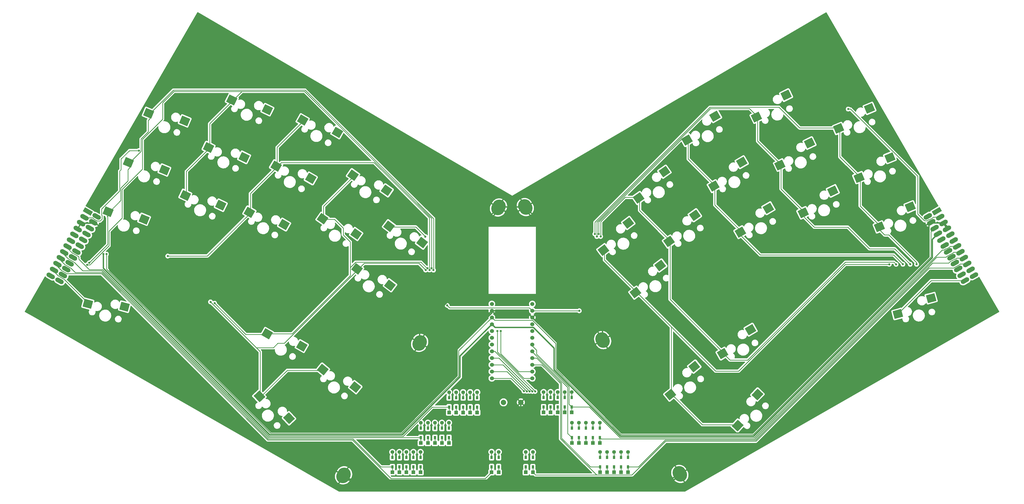
<source format=gbr>
%TF.GenerationSoftware,KiCad,Pcbnew,7.0.7*%
%TF.CreationDate,2024-06-13T17:52:44+09:00*%
%TF.ProjectId,hmproto34-bottom,686d7072-6f74-46f3-9334-2d626f74746f,rev?*%
%TF.SameCoordinates,Original*%
%TF.FileFunction,Copper,L2,Bot*%
%TF.FilePolarity,Positive*%
%FSLAX46Y46*%
G04 Gerber Fmt 4.6, Leading zero omitted, Abs format (unit mm)*
G04 Created by KiCad (PCBNEW 7.0.7) date 2024-06-13 17:52:44*
%MOMM*%
%LPD*%
G01*
G04 APERTURE LIST*
G04 Aperture macros list*
%AMHorizOval*
0 Thick line with rounded ends*
0 $1 width*
0 $2 $3 position (X,Y) of the first rounded end (center of the circle)*
0 $4 $5 position (X,Y) of the second rounded end (center of the circle)*
0 Add line between two ends*
20,1,$1,$2,$3,$4,$5,0*
0 Add two circle primitives to create the rounded ends*
1,1,$1,$2,$3*
1,1,$1,$4,$5*%
%AMRotRect*
0 Rectangle, with rotation*
0 The origin of the aperture is its center*
0 $1 length*
0 $2 width*
0 $3 Rotation angle, in degrees counterclockwise*
0 Add horizontal line*
21,1,$1,$2,0,0,$3*%
G04 Aperture macros list end*
%TA.AperFunction,SMDPad,CuDef*%
%ADD10RotRect,3.300000X3.000000X195.000000*%
%TD*%
%TA.AperFunction,ComponentPad*%
%ADD11R,1.397000X1.397000*%
%TD*%
%TA.AperFunction,SMDPad,CuDef*%
%ADD12R,0.950000X1.300000*%
%TD*%
%TA.AperFunction,ComponentPad*%
%ADD13C,1.397000*%
%TD*%
%TA.AperFunction,ComponentPad*%
%ADD14C,1.524000*%
%TD*%
%TA.AperFunction,ComponentPad*%
%ADD15HorizOval,5.000000X0.250000X-0.433013X-0.250000X0.433013X0*%
%TD*%
%TA.AperFunction,SMDPad,CuDef*%
%ADD16RotRect,3.300000X3.000000X145.000000*%
%TD*%
%TA.AperFunction,SMDPad,CuDef*%
%ADD17RotRect,3.300000X3.000000X206.000000*%
%TD*%
%TA.AperFunction,SMDPad,CuDef*%
%ADD18RotRect,3.300000X3.000000X154.000000*%
%TD*%
%TA.AperFunction,SMDPad,CuDef*%
%ADD19RotRect,3.300000X3.000000X141.000000*%
%TD*%
%TA.AperFunction,SMDPad,CuDef*%
%ADD20RotRect,3.300000X3.000000X133.000000*%
%TD*%
%TA.AperFunction,SMDPad,CuDef*%
%ADD21RotRect,3.300000X3.000000X217.000000*%
%TD*%
%TA.AperFunction,ComponentPad*%
%ADD22RotRect,3.400000X1.700000X330.000000*%
%TD*%
%TA.AperFunction,ComponentPad*%
%ADD23HorizOval,1.700000X0.736122X-0.425000X-0.736122X0.425000X0*%
%TD*%
%TA.AperFunction,SMDPad,CuDef*%
%ADD24RotRect,3.300000X3.000000X150.000000*%
%TD*%
%TA.AperFunction,SMDPad,CuDef*%
%ADD25RotRect,3.300000X3.000000X210.000000*%
%TD*%
%TA.AperFunction,SMDPad,CuDef*%
%ADD26RotRect,3.300000X3.000000X227.000000*%
%TD*%
%TA.AperFunction,SMDPad,CuDef*%
%ADD27RotRect,3.300000X3.000000X143.000000*%
%TD*%
%TA.AperFunction,ComponentPad*%
%ADD28HorizOval,5.000000X0.250000X0.433013X-0.250000X-0.433013X0*%
%TD*%
%TA.AperFunction,SMDPad,CuDef*%
%ADD29RotRect,3.300000X3.000000X157.500000*%
%TD*%
%TA.AperFunction,SMDPad,CuDef*%
%ADD30RotRect,3.300000X3.000000X215.000000*%
%TD*%
%TA.AperFunction,SMDPad,CuDef*%
%ADD31RotRect,3.300000X3.000000X219.000000*%
%TD*%
%TA.AperFunction,ComponentPad*%
%ADD32C,2.000000*%
%TD*%
%TA.AperFunction,SMDPad,CuDef*%
%ADD33RotRect,3.300000X3.000000X165.000000*%
%TD*%
%TA.AperFunction,SMDPad,CuDef*%
%ADD34RotRect,3.300000X3.000000X202.500000*%
%TD*%
%TA.AperFunction,ComponentPad*%
%ADD35RotRect,3.400000X1.700000X210.000000*%
%TD*%
%TA.AperFunction,ComponentPad*%
%ADD36HorizOval,1.700000X-0.736122X-0.425000X0.736122X0.425000X0*%
%TD*%
%TA.AperFunction,ViaPad*%
%ADD37C,0.800000*%
%TD*%
%TA.AperFunction,Conductor*%
%ADD38C,0.250000*%
%TD*%
%TA.AperFunction,Conductor*%
%ADD39C,0.500000*%
%TD*%
G04 APERTURE END LIST*
D10*
%TO.P,SW35,1,1*%
%TO.N,col9*%
X292626099Y-95346114D03*
%TO.P,SW35,2,2*%
%TO.N,Net-(D34-A)*%
X305105291Y-89372722D03*
%TD*%
D11*
%TO.P,D17,1,K*%
%TO.N,row3*%
X142537500Y-154840000D03*
D12*
X142537500Y-152805000D03*
%TO.P,D17,2,A*%
%TO.N,Net-(D17-A)*%
X142537500Y-149255000D03*
D13*
X142537500Y-147220000D03*
%TD*%
D14*
%TO.P,U1,1,TX0/D3*%
%TO.N,unconnected-(U1-TX0{slash}D3-Pad1)*%
X155216400Y-91562000D03*
%TO.P,U1,2,RX1/D2*%
%TO.N,data*%
X155216400Y-94102000D03*
%TO.P,U1,3,GND*%
%TO.N,GND*%
X155216400Y-96642000D03*
%TO.P,U1,4,GND*%
X155216400Y-99182000D03*
%TO.P,U1,5,2/D1/SDA*%
%TO.N,unconnected-(U1-2{slash}D1{slash}SDA-Pad5)*%
X155216400Y-101722000D03*
%TO.P,U1,6,3/D0/SCL*%
%TO.N,unconnected-(U1-3{slash}D0{slash}SCL-Pad6)*%
X155216400Y-104262000D03*
%TO.P,U1,7,4/D4*%
%TO.N,row0*%
X155216400Y-106802000D03*
%TO.P,U1,8,5/C6*%
%TO.N,row1*%
X155216400Y-109342000D03*
%TO.P,U1,9,6/D7*%
%TO.N,row2*%
X155216400Y-111882000D03*
%TO.P,U1,10,7/E6*%
%TO.N,row3*%
X155216400Y-114422000D03*
%TO.P,U1,11,8/B4*%
%TO.N,col0*%
X155216400Y-116962000D03*
%TO.P,U1,12,9/B5*%
%TO.N,col1*%
X155216400Y-119502000D03*
%TO.P,U1,13,B6/10*%
%TO.N,col9*%
X139996400Y-119502000D03*
%TO.P,U1,14,B2/16*%
%TO.N,col8*%
X139996400Y-116962000D03*
%TO.P,U1,15,B3/14*%
%TO.N,col7*%
X139996400Y-114422000D03*
%TO.P,U1,16,B1/15*%
%TO.N,col6*%
X139996400Y-111882000D03*
%TO.P,U1,17,F7/A0*%
%TO.N,col5*%
X139996400Y-109342000D03*
%TO.P,U1,18,F6/A1*%
%TO.N,col4*%
X139996400Y-106802000D03*
%TO.P,U1,19,F5/A2*%
%TO.N,col3*%
X139996400Y-104262000D03*
%TO.P,U1,20,F4/A3*%
%TO.N,col2*%
X139996400Y-101722000D03*
%TO.P,U1,21,VCC*%
%TO.N,VCC*%
X139996400Y-99182000D03*
%TO.P,U1,22,RST*%
%TO.N,reset*%
X139996400Y-96642000D03*
%TO.P,U1,23,GND*%
%TO.N,GND*%
X139996400Y-94102000D03*
%TO.P,U1,24,RAW*%
%TO.N,unconnected-(U1-RAW-Pad24)*%
X139996400Y-91562000D03*
%TD*%
D15*
%TO.P,J7,1,Pin_1*%
%TO.N,GND*%
X181650000Y-105150000D03*
%TD*%
D16*
%TO.P,SW13,1,1*%
%TO.N,col3*%
X76378437Y-59537212D03*
%TO.P,SW13,2,2*%
%TO.N,Net-(D12-A)*%
X88975788Y-65257204D03*
%TD*%
D11*
%TO.P,D11,1,K*%
%TO.N,row0*%
X131842500Y-132380000D03*
D12*
X131842500Y-130345000D03*
%TO.P,D11,2,A*%
%TO.N,Net-(D11-A)*%
X131842500Y-126795000D03*
D13*
X131842500Y-124760000D03*
%TD*%
D17*
%TO.P,SW30,1,1*%
%TO.N,col8*%
X248282987Y-39326976D03*
%TO.P,SW30,2,2*%
%TO.N,Net-(D29-A)*%
X259393123Y-31082192D03*
%TD*%
D11*
%TO.P,D25,1,K*%
%TO.N,row0*%
X164725000Y-132340000D03*
D12*
X164725000Y-130305000D03*
%TO.P,D25,2,A*%
%TO.N,Net-(D25-A)*%
X164725000Y-126755000D03*
D13*
X164725000Y-124720000D03*
%TD*%
D11*
%TO.P,D9,1,K*%
%TO.N,row1*%
X118597500Y-143855000D03*
D12*
X118597500Y-141820000D03*
%TO.P,D9,2,A*%
%TO.N,Net-(D9-A)*%
X118597500Y-138270000D03*
D13*
X118597500Y-136235000D03*
%TD*%
D18*
%TO.P,SW7,1,1*%
%TO.N,col1*%
X33534982Y-32755246D03*
%TO.P,SW7,2,2*%
%TO.N,Net-(D6-A)*%
X46872043Y-36434157D03*
%TD*%
D11*
%TO.P,D33,1,K*%
%TO.N,row2*%
X191200000Y-154840000D03*
D12*
X191200000Y-152805000D03*
%TO.P,D33,2,A*%
%TO.N,Net-(D33-A)*%
X191200000Y-149255000D03*
D13*
X191200000Y-147220000D03*
%TD*%
D19*
%TO.P,SW17,1,1*%
%TO.N,col4*%
X76491810Y-116263475D03*
%TO.P,SW17,2,2*%
%TO.N,Net-(D16-A)*%
X88659469Y-122848281D03*
%TD*%
D11*
%TO.P,D30,1,K*%
%TO.N,row2*%
X188562500Y-154840000D03*
D12*
X188562500Y-152805000D03*
%TO.P,D30,2,A*%
%TO.N,Net-(D30-A)*%
X188562500Y-149255000D03*
D13*
X188562500Y-147220000D03*
%TD*%
D20*
%TO.P,SW18,1,1*%
%TO.N,col4*%
X52620557Y-126337136D03*
%TO.P,SW18,2,2*%
%TO.N,Net-(D17-A)*%
X63753373Y-134551270D03*
%TD*%
D11*
%TO.P,D4,1,K*%
%TO.N,row3*%
X139900000Y-154840000D03*
D12*
X139900000Y-152805000D03*
%TO.P,D4,2,A*%
%TO.N,Net-(D4-A)*%
X139900000Y-149255000D03*
D13*
X139900000Y-147220000D03*
%TD*%
D11*
%TO.P,D31,1,K*%
%TO.N,row0*%
X170000000Y-132340000D03*
D12*
X170000000Y-130305000D03*
%TO.P,D31,2,A*%
%TO.N,Net-(D31-A)*%
X170000000Y-126755000D03*
D13*
X170000000Y-124720000D03*
%TD*%
D21*
%TO.P,SW20,1,1*%
%TO.N,col5*%
X193974551Y-87315823D03*
%TO.P,SW20,2,2*%
%TO.N,Net-(D19-A)*%
X203307383Y-77102604D03*
%TD*%
D17*
%TO.P,SW31,1,1*%
%TO.N,col8*%
X257052987Y-57296976D03*
%TO.P,SW31,2,2*%
%TO.N,Net-(D30-A)*%
X268163123Y-49052192D03*
%TD*%
D22*
%TO.P,J1,1,Pin_1*%
%TO.N,unconnected-(J1-Pin_1-Pad1)*%
X-11889198Y-56811551D03*
D23*
%TO.P,J1,2,Pin_2*%
%TO.N,data*%
X-13159198Y-59011256D03*
%TO.P,J1,3,Pin_3*%
%TO.N,GND*%
X-14429198Y-61210960D03*
%TO.P,J1,4,Pin_4*%
X-15699198Y-63410665D03*
%TO.P,J1,5,Pin_5*%
%TO.N,unconnected-(J1-Pin_5-Pad5)*%
X-16969198Y-65610369D03*
%TO.P,J1,6,Pin_6*%
%TO.N,unconnected-(J1-Pin_6-Pad6)*%
X-18239198Y-67810074D03*
%TO.P,J1,7,Pin_7*%
%TO.N,row0*%
X-19509198Y-70009778D03*
%TO.P,J1,8,Pin_8*%
%TO.N,row1*%
X-20779198Y-72209483D03*
%TO.P,J1,9,Pin_9*%
%TO.N,row2*%
X-22049198Y-74409187D03*
%TO.P,J1,10,Pin_10*%
%TO.N,row3*%
X-23319198Y-76608892D03*
%TO.P,J1,11,Pin_11*%
%TO.N,col0*%
X-24589198Y-78808596D03*
%TO.P,J1,12,Pin_12*%
%TO.N,col1*%
X-25859198Y-81008301D03*
%TO.P,J1,13,Pin_13*%
%TO.N,unconnected-(J1-Pin_13-Pad13)*%
X-22500000Y-82890000D03*
%TO.P,J1,14,Pin_14*%
%TO.N,unconnected-(J1-Pin_14-Pad14)*%
X-21230000Y-80690295D03*
%TO.P,J1,15,Pin_15*%
%TO.N,unconnected-(J1-Pin_15-Pad15)*%
X-19960000Y-78490591D03*
%TO.P,J1,16,Pin_16*%
%TO.N,unconnected-(J1-Pin_16-Pad16)*%
X-18690000Y-76290886D03*
%TO.P,J1,17,Pin_17*%
%TO.N,unconnected-(J1-Pin_17-Pad17)*%
X-17420000Y-74091182D03*
%TO.P,J1,18,Pin_18*%
%TO.N,col4*%
X-16150000Y-71891477D03*
%TO.P,J1,19,Pin_19*%
%TO.N,col3*%
X-14880000Y-69691772D03*
%TO.P,J1,20,Pin_20*%
%TO.N,col2*%
X-13610000Y-67492068D03*
%TO.P,J1,21,Pin_21*%
%TO.N,VCC*%
X-12340000Y-65292363D03*
%TO.P,J1,22,Pin_22*%
%TO.N,reset*%
X-11070000Y-63092659D03*
%TO.P,J1,23,Pin_23*%
%TO.N,GND*%
X-9800000Y-60892954D03*
%TO.P,J1,24,Pin_24*%
%TO.N,unconnected-(J1-Pin_24-Pad24)*%
X-8530000Y-58693250D03*
%TD*%
D24*
%TO.P,SW9,1,1*%
%TO.N,col2*%
X68898111Y-22460654D03*
%TO.P,SW9,2,2*%
%TO.N,Net-(D8-A)*%
X81946056Y-27060950D03*
%TD*%
D25*
%TO.P,SW25,1,1*%
%TO.N,col6*%
X226750289Y-110235000D03*
%TO.P,SW25,2,2*%
%TO.N,Net-(D24-A)*%
X237258234Y-101235296D03*
%TD*%
D11*
%TO.P,D15,1,K*%
%TO.N,row1*%
X123872500Y-143855000D03*
D12*
X123872500Y-141820000D03*
%TO.P,D15,2,A*%
%TO.N,Net-(D15-A)*%
X123872500Y-138270000D03*
D13*
X123872500Y-136235000D03*
%TD*%
D26*
%TO.P,SW22,1,1*%
%TO.N,col5*%
X232406772Y-137283752D03*
%TO.P,SW22,2,2*%
%TO.N,Net-(D21-A)*%
X239824311Y-125605066D03*
%TD*%
D11*
%TO.P,D3,1,K*%
%TO.N,row2*%
X102615000Y-154860000D03*
D12*
X102615000Y-152825000D03*
%TO.P,D3,2,A*%
%TO.N,Net-(D3-A)*%
X102615000Y-149275000D03*
D13*
X102615000Y-147240000D03*
%TD*%
D11*
%TO.P,D27,1,K*%
%TO.N,row2*%
X185925000Y-154840000D03*
D12*
X185925000Y-152805000D03*
%TO.P,D27,2,A*%
%TO.N,Net-(D27-A)*%
X185925000Y-149255000D03*
D13*
X185925000Y-147220000D03*
%TD*%
D11*
%TO.P,D7,1,K*%
%TO.N,row2*%
X105252500Y-154860000D03*
D12*
X105252500Y-152825000D03*
%TO.P,D7,2,A*%
%TO.N,Net-(D7-A)*%
X105252500Y-149275000D03*
D13*
X105252500Y-147240000D03*
%TD*%
D24*
%TO.P,SW14,1,1*%
%TO.N,col3*%
X55527520Y-102800654D03*
%TO.P,SW14,2,2*%
%TO.N,Net-(D13-A)*%
X68575465Y-107400950D03*
%TD*%
D27*
%TO.P,SW16,1,1*%
%TO.N,col4*%
X89329916Y-78373218D03*
%TO.P,SW16,2,2*%
%TO.N,Net-(D15-A)*%
X101719969Y-84529369D03*
%TD*%
D11*
%TO.P,D26,1,K*%
%TO.N,row1*%
X175335000Y-143820000D03*
D12*
X175335000Y-141785000D03*
%TO.P,D26,2,A*%
%TO.N,Net-(D26-A)*%
X175335000Y-138235000D03*
D13*
X175335000Y-136200000D03*
%TD*%
D28*
%TO.P,J3,1,Pin_1*%
%TO.N,GND*%
X84260000Y-156010000D03*
%TD*%
D11*
%TO.P,D23,1,K*%
%TO.N,row1*%
X172697500Y-143820000D03*
D12*
X172697500Y-141785000D03*
%TO.P,D23,2,A*%
%TO.N,Net-(D23-A)*%
X172697500Y-138235000D03*
D13*
X172697500Y-136200000D03*
%TD*%
D24*
%TO.P,SW10,1,1*%
%TO.N,col2*%
X58888111Y-39770654D03*
%TO.P,SW10,2,2*%
%TO.N,Net-(D9-A)*%
X71936056Y-44370950D03*
%TD*%
D29*
%TO.P,SW2,1,1*%
%TO.N,col0*%
X11014254Y-19887792D03*
%TO.P,SW2,2,2*%
%TO.N,Net-(D1-A)*%
X24551032Y-22745633D03*
%TD*%
D11*
%TO.P,D34,1,K*%
%TO.N,row3*%
X155417500Y-154860000D03*
D12*
X155417500Y-152825000D03*
%TO.P,D34,2,A*%
%TO.N,Net-(D34-A)*%
X155417500Y-149275000D03*
D13*
X155417500Y-147240000D03*
%TD*%
D30*
%TO.P,SW24,1,1*%
%TO.N,col6*%
X206598782Y-68095964D03*
%TO.P,SW24,2,2*%
%TO.N,Net-(D23-A)*%
X216282365Y-58214679D03*
%TD*%
D11*
%TO.P,D5,1,K*%
%TO.N,row0*%
X126567500Y-132380000D03*
D12*
X126567500Y-130345000D03*
%TO.P,D5,2,A*%
%TO.N,Net-(D5-A)*%
X126567500Y-126795000D03*
D13*
X126567500Y-124760000D03*
%TD*%
D11*
%TO.P,D29,1,K*%
%TO.N,row1*%
X177972500Y-143820000D03*
D12*
X177972500Y-141785000D03*
%TO.P,D29,2,A*%
%TO.N,Net-(D29-A)*%
X177972500Y-138235000D03*
D13*
X177972500Y-136200000D03*
%TD*%
D31*
%TO.P,SW21,1,1*%
%TO.N,col5*%
X207124517Y-125636452D03*
%TO.P,SW21,2,2*%
%TO.N,Net-(D20-A)*%
X216095229Y-115103744D03*
%TD*%
D11*
%TO.P,D18,1,K*%
%TO.N,row0*%
X159450000Y-132340000D03*
D12*
X159450000Y-130305000D03*
%TO.P,D18,2,A*%
%TO.N,Net-(D18-A)*%
X159450000Y-126755000D03*
D13*
X159450000Y-124720000D03*
%TD*%
D27*
%TO.P,SW15,1,1*%
%TO.N,col4*%
X101372848Y-62345998D03*
%TO.P,SW15,2,2*%
%TO.N,Net-(D14-A)*%
X113762901Y-68502149D03*
%TD*%
D11*
%TO.P,D16,1,K*%
%TO.N,row2*%
X113165000Y-154860000D03*
D12*
X113165000Y-152825000D03*
%TO.P,D16,2,A*%
%TO.N,Net-(D16-A)*%
X113165000Y-149275000D03*
D13*
X113165000Y-147240000D03*
%TD*%
D25*
%TO.P,SW28,1,1*%
%TO.N,col7*%
X233428702Y-64570654D03*
%TO.P,SW28,2,2*%
%TO.N,Net-(D27-A)*%
X243936647Y-55570950D03*
%TD*%
D11*
%TO.P,D22,1,K*%
%TO.N,row0*%
X162087500Y-132340000D03*
D12*
X162087500Y-130305000D03*
%TO.P,D22,2,A*%
%TO.N,Net-(D22-A)*%
X162087500Y-126755000D03*
D13*
X162087500Y-124720000D03*
%TD*%
D29*
%TO.P,SW3,1,1*%
%TO.N,col0*%
X3381113Y-38351367D03*
%TO.P,SW3,2,2*%
%TO.N,Net-(D2-A)*%
X16917891Y-41209208D03*
%TD*%
D11*
%TO.P,D14,1,K*%
%TO.N,row0*%
X134480000Y-132380000D03*
D12*
X134480000Y-130345000D03*
%TO.P,D14,2,A*%
%TO.N,Net-(D14-A)*%
X134480000Y-126795000D03*
D13*
X134480000Y-124760000D03*
%TD*%
D32*
%TO.P,SW1,1,1*%
%TO.N,reset*%
X144395000Y-128570000D03*
%TO.P,SW1,2,2*%
%TO.N,GND*%
X150895000Y-128570000D03*
%TD*%
D18*
%TO.P,SW8,1,1*%
%TO.N,col1*%
X24774982Y-50755246D03*
%TO.P,SW8,2,2*%
%TO.N,Net-(D7-A)*%
X38112043Y-54434157D03*
%TD*%
D11*
%TO.P,D20,1,K*%
%TO.N,row2*%
X180650000Y-154840000D03*
D12*
X180650000Y-152805000D03*
%TO.P,D20,2,A*%
%TO.N,Net-(D20-A)*%
X180650000Y-149255000D03*
D13*
X180650000Y-147220000D03*
%TD*%
D11*
%TO.P,D10,1,K*%
%TO.N,row2*%
X107890000Y-154860000D03*
D12*
X107890000Y-152825000D03*
%TO.P,D10,2,A*%
%TO.N,Net-(D10-A)*%
X107890000Y-149275000D03*
D13*
X107890000Y-147240000D03*
%TD*%
D28*
%TO.P,J5,1,Pin_1*%
%TO.N,GND*%
X142510000Y-55300000D03*
%TD*%
D16*
%TO.P,SW12,1,1*%
%TO.N,col3*%
X87837145Y-43143444D03*
%TO.P,SW12,2,2*%
%TO.N,Net-(D11-A)*%
X100434496Y-48863436D03*
%TD*%
D11*
%TO.P,D21,1,K*%
%TO.N,row3*%
X152780000Y-154860000D03*
D12*
X152780000Y-152825000D03*
%TO.P,D21,2,A*%
%TO.N,Net-(D21-A)*%
X152780000Y-149275000D03*
D13*
X152780000Y-147240000D03*
%TD*%
D33*
%TO.P,SW5,1,1*%
%TO.N,col0*%
X-11854667Y-91513531D03*
%TO.P,SW5,2,2*%
%TO.N,Net-(D4-A)*%
X1939326Y-92580019D03*
%TD*%
D11*
%TO.P,D28,1,K*%
%TO.N,row0*%
X167362500Y-132340000D03*
D12*
X167362500Y-130305000D03*
%TO.P,D28,2,A*%
%TO.N,Net-(D28-A)*%
X167362500Y-126755000D03*
D13*
X167362500Y-124720000D03*
%TD*%
D15*
%TO.P,J8,1,Pin_1*%
%TO.N,GND*%
X152560000Y-55140000D03*
%TD*%
D11*
%TO.P,D1,1,K*%
%TO.N,row0*%
X123930000Y-132380000D03*
D12*
X123930000Y-130345000D03*
%TO.P,D1,2,A*%
%TO.N,Net-(D1-A)*%
X123930000Y-126795000D03*
D13*
X123930000Y-124760000D03*
%TD*%
D18*
%TO.P,SW6,1,1*%
%TO.N,col1*%
X42275925Y-14848377D03*
%TO.P,SW6,2,2*%
%TO.N,Net-(D5-A)*%
X55612986Y-18527288D03*
%TD*%
D11*
%TO.P,D24,1,K*%
%TO.N,row2*%
X183287500Y-154840000D03*
D12*
X183287500Y-152805000D03*
%TO.P,D24,2,A*%
%TO.N,Net-(D24-A)*%
X183287500Y-149255000D03*
D13*
X183287500Y-147220000D03*
%TD*%
D34*
%TO.P,SW34,1,1*%
%TO.N,col9*%
X285703082Y-62593351D03*
%TO.P,SW34,2,2*%
%TO.N,Net-(D33-A)*%
X297295828Y-55042201D03*
%TD*%
D11*
%TO.P,D2,1,K*%
%TO.N,row1*%
X113322500Y-143855000D03*
D12*
X113322500Y-141820000D03*
%TO.P,D2,2,A*%
%TO.N,Net-(D2-A)*%
X113322500Y-138270000D03*
D13*
X113322500Y-136235000D03*
%TD*%
D34*
%TO.P,SW33,1,1*%
%TO.N,col9*%
X278026466Y-44071415D03*
%TO.P,SW33,2,2*%
%TO.N,Net-(D32-A)*%
X289619212Y-36520265D03*
%TD*%
D11*
%TO.P,D12,1,K*%
%TO.N,row1*%
X121235000Y-143855000D03*
D12*
X121235000Y-141820000D03*
%TO.P,D12,2,A*%
%TO.N,Net-(D12-A)*%
X121235000Y-138270000D03*
D13*
X121235000Y-136235000D03*
%TD*%
D34*
%TO.P,SW32,1,1*%
%TO.N,col9*%
X270356466Y-25581415D03*
%TO.P,SW32,2,2*%
%TO.N,Net-(D31-A)*%
X281949212Y-18030265D03*
%TD*%
D25*
%TO.P,SW26,1,1*%
%TO.N,col7*%
X213388702Y-29970654D03*
%TO.P,SW26,2,2*%
%TO.N,Net-(D25-A)*%
X223896647Y-20970950D03*
%TD*%
%TO.P,SW27,1,1*%
%TO.N,col7*%
X223408111Y-47270654D03*
%TO.P,SW27,2,2*%
%TO.N,Net-(D26-A)*%
X233916056Y-38270950D03*
%TD*%
D29*
%TO.P,SW4,1,1*%
%TO.N,col0*%
X-4238887Y-56861367D03*
%TO.P,SW4,2,2*%
%TO.N,Net-(D3-A)*%
X9297891Y-59719208D03*
%TD*%
D21*
%TO.P,SW19,1,1*%
%TO.N,col5*%
X181934551Y-71325823D03*
%TO.P,SW19,2,2*%
%TO.N,Net-(D18-A)*%
X191267383Y-61112604D03*
%TD*%
D28*
%TO.P,J4,1,Pin_1*%
%TO.N,GND*%
X112860000Y-106210000D03*
%TD*%
D17*
%TO.P,SW29,1,1*%
%TO.N,col8*%
X239478861Y-21310051D03*
%TO.P,SW29,2,2*%
%TO.N,Net-(D28-A)*%
X250588997Y-13065267D03*
%TD*%
D15*
%TO.P,J6,1,Pin_1*%
%TO.N,GND*%
X210650000Y-155470000D03*
%TD*%
D11*
%TO.P,D6,1,K*%
%TO.N,row1*%
X115960000Y-143855000D03*
D12*
X115960000Y-141820000D03*
%TO.P,D6,2,A*%
%TO.N,Net-(D6-A)*%
X115960000Y-138270000D03*
D13*
X115960000Y-136235000D03*
%TD*%
D11*
%TO.P,D8,1,K*%
%TO.N,row0*%
X129205000Y-132380000D03*
D12*
X129205000Y-130345000D03*
%TO.P,D8,2,A*%
%TO.N,Net-(D8-A)*%
X129205000Y-126795000D03*
D13*
X129205000Y-124760000D03*
%TD*%
D11*
%TO.P,D13,1,K*%
%TO.N,row2*%
X110527500Y-154860000D03*
D12*
X110527500Y-152825000D03*
%TO.P,D13,2,A*%
%TO.N,Net-(D13-A)*%
X110527500Y-149275000D03*
D13*
X110527500Y-147240000D03*
%TD*%
D11*
%TO.P,D19,1,K*%
%TO.N,row1*%
X170060000Y-143820000D03*
D12*
X170060000Y-141785000D03*
%TO.P,D19,2,A*%
%TO.N,Net-(D19-A)*%
X170060000Y-138235000D03*
D13*
X170060000Y-136200000D03*
%TD*%
D24*
%TO.P,SW11,1,1*%
%TO.N,col2*%
X48860289Y-57125000D03*
%TO.P,SW11,2,2*%
%TO.N,Net-(D10-A)*%
X61908234Y-61725296D03*
%TD*%
D11*
%TO.P,D32,1,K*%
%TO.N,row1*%
X180610000Y-143820000D03*
D12*
X180610000Y-141785000D03*
%TO.P,D32,2,A*%
%TO.N,Net-(D32-A)*%
X180610000Y-138235000D03*
D13*
X180610000Y-136200000D03*
%TD*%
D30*
%TO.P,SW23,1,1*%
%TO.N,col6*%
X195167490Y-51729732D03*
%TO.P,SW23,2,2*%
%TO.N,Net-(D22-A)*%
X204851073Y-41848447D03*
%TD*%
D35*
%TO.P,J2,1,Pin_1*%
%TO.N,unconnected-(J2-Pin_1-Pad1)*%
X307229198Y-56738892D03*
D36*
%TO.P,J2,2,Pin_2*%
%TO.N,data*%
X308499198Y-58938597D03*
%TO.P,J2,3,Pin_3*%
%TO.N,GND*%
X309769198Y-61138301D03*
%TO.P,J2,4,Pin_4*%
X311039198Y-63338006D03*
%TO.P,J2,5,Pin_5*%
%TO.N,unconnected-(J2-Pin_5-Pad5)*%
X312309198Y-65537710D03*
%TO.P,J2,6,Pin_6*%
%TO.N,unconnected-(J2-Pin_6-Pad6)*%
X313579198Y-67737415D03*
%TO.P,J2,7,Pin_7*%
%TO.N,row0*%
X314849198Y-69937119D03*
%TO.P,J2,8,Pin_8*%
%TO.N,row1*%
X316119198Y-72136824D03*
%TO.P,J2,9,Pin_9*%
%TO.N,row2*%
X317389198Y-74336528D03*
%TO.P,J2,10,Pin_10*%
%TO.N,row3*%
X318659198Y-76536233D03*
%TO.P,J2,11,Pin_11*%
%TO.N,unconnected-(J2-Pin_11-Pad11)*%
X319929198Y-78735937D03*
%TO.P,J2,12,Pin_12*%
%TO.N,unconnected-(J2-Pin_12-Pad12)*%
X321199198Y-80935642D03*
%TO.P,J2,13,Pin_13*%
%TO.N,col9*%
X317840000Y-82817341D03*
%TO.P,J2,14,Pin_14*%
%TO.N,col8*%
X316570000Y-80617636D03*
%TO.P,J2,15,Pin_15*%
%TO.N,col7*%
X315300000Y-78417931D03*
%TO.P,J2,16,Pin_16*%
%TO.N,col6*%
X314030000Y-76218227D03*
%TO.P,J2,17,Pin_17*%
%TO.N,col5*%
X312760000Y-74018522D03*
%TO.P,J2,18,Pin_18*%
%TO.N,unconnected-(J2-Pin_18-Pad18)*%
X311490000Y-71818818D03*
%TO.P,J2,19,Pin_19*%
%TO.N,unconnected-(J2-Pin_19-Pad19)*%
X310220000Y-69619113D03*
%TO.P,J2,20,Pin_20*%
%TO.N,unconnected-(J2-Pin_20-Pad20)*%
X308950000Y-67419409D03*
%TO.P,J2,21,Pin_21*%
%TO.N,VCC*%
X307680000Y-65219704D03*
%TO.P,J2,22,Pin_22*%
%TO.N,reset*%
X306410000Y-63020000D03*
%TO.P,J2,23,Pin_23*%
%TO.N,GND*%
X305140000Y-60820295D03*
%TO.P,J2,24,Pin_24*%
%TO.N,unconnected-(J2-Pin_24-Pad24)*%
X303870000Y-58620591D03*
%TD*%
D37*
%TO.N,data*%
X123205500Y-92100000D03*
X7350000Y-33900000D03*
X172870000Y-94130000D03*
X273950000Y-18298208D03*
%TO.N,GND*%
X-3640000Y-72825500D03*
%TO.N,col0*%
X118056270Y-78838958D03*
X-11350000Y-76110000D03*
X-11420000Y-91630000D03*
X143350000Y-101750000D03*
%TO.N,col1*%
X-12144500Y-76835000D03*
X142090000Y-101740000D03*
X117329795Y-78152489D03*
%TO.N,col4*%
X115010000Y-66250000D03*
X115106718Y-78822320D03*
X34267701Y-90802299D03*
%TO.N,col3*%
X35785000Y-91295000D03*
X115831218Y-78105981D03*
%TO.N,col2*%
X18180000Y-73550000D03*
X116560000Y-78790000D03*
%TO.N,VCC*%
X-6041363Y-72825962D03*
%TO.N,reset*%
X-4850000Y-72825500D03*
%TO.N,col9*%
X152043335Y-124346229D03*
X178726500Y-65260000D03*
X299650000Y-76642022D03*
%TO.N,col8*%
X297240000Y-76640000D03*
X179451000Y-66220000D03*
X153126069Y-124404364D03*
%TO.N,col7*%
X294510000Y-76630000D03*
X180175500Y-65228485D03*
X154152521Y-124406218D03*
%TO.N,col6*%
X291930000Y-76670000D03*
X180900000Y-66200000D03*
X155217272Y-124446370D03*
%TO.N,col5*%
X289370000Y-76680000D03*
X156255500Y-124460000D03*
X182293937Y-71055006D03*
%TO.N,Net-(D1-A)*%
X24135286Y-22573425D03*
%TO.N,Net-(D2-A)*%
X16502145Y-41037000D03*
%TO.N,Net-(D3-A)*%
X8882145Y-59547000D03*
%TO.N,Net-(D4-A)*%
X1504659Y-92463550D03*
%TO.N,Net-(D5-A)*%
X55208529Y-18330021D03*
%TO.N,Net-(D6-A)*%
X46467586Y-36236890D03*
%TO.N,Net-(D7-A)*%
X37707586Y-54236890D03*
%TO.N,Net-(D8-A)*%
X81556345Y-26835950D03*
%TO.N,Net-(D9-A)*%
X71546345Y-44145950D03*
%TO.N,Net-(D10-A)*%
X61518523Y-61500296D03*
%TO.N,Net-(D11-A)*%
X100065878Y-48605327D03*
%TO.N,Net-(D12-A)*%
X88607170Y-64999095D03*
%TO.N,Net-(D13-A)*%
X68185754Y-107175950D03*
%TO.N,Net-(D14-A)*%
X113403515Y-68231332D03*
%TO.N,Net-(D15-A)*%
X101360583Y-84258552D03*
%TO.N,Net-(D16-A)*%
X88309753Y-122565087D03*
%TO.N,Net-(D17-A)*%
X63446474Y-134222161D03*
%TO.N,Net-(D18-A)*%
X190907997Y-61383421D03*
%TO.N,Net-(D19-A)*%
X202947997Y-77373421D03*
%TO.N,Net-(D20-A)*%
X215745513Y-115386938D03*
%TO.N,Net-(D21-A)*%
X239517412Y-125934175D03*
%TO.N,Net-(D22-A)*%
X204482455Y-42106556D03*
%TO.N,Net-(D23-A)*%
X215913747Y-58472788D03*
%TO.N,Net-(D24-A)*%
X236868523Y-101460296D03*
%TO.N,Net-(D25-A)*%
X223506936Y-21195950D03*
%TO.N,Net-(D26-A)*%
X233526345Y-38495950D03*
%TO.N,Net-(D27-A)*%
X243546936Y-55795950D03*
%TO.N,Net-(D28-A)*%
X250184540Y-13262534D03*
%TO.N,Net-(D29-A)*%
X258988666Y-31279459D03*
%TO.N,Net-(D30-A)*%
X267758666Y-49249459D03*
%TO.N,Net-(D31-A)*%
X281533466Y-18202473D03*
%TO.N,Net-(D32-A)*%
X289203466Y-36692473D03*
%TO.N,Net-(D33-A)*%
X296880082Y-55214409D03*
%TO.N,Net-(D34-A)*%
X304670624Y-89489191D03*
%TD*%
D38*
%TO.N,col3*%
X35785000Y-91295000D02*
X47515654Y-103025654D01*
X47515654Y-103025654D02*
X55917231Y-103025654D01*
%TO.N,col4*%
X63047032Y-116546669D02*
X52927456Y-126666245D01*
X76841526Y-116546669D02*
X63047032Y-116546669D01*
X57872347Y-108007653D02*
X51472347Y-108007653D01*
X59560000Y-106320000D02*
X57872347Y-108007653D01*
X62013337Y-106320000D02*
X59560000Y-106320000D01*
X89689302Y-78644035D02*
X62013337Y-106320000D01*
%TO.N,col3*%
X84120706Y-65580706D02*
X86784445Y-68244445D01*
X86784445Y-68244445D02*
X86784445Y-77853094D01*
X84120706Y-63040706D02*
X84120706Y-65580706D01*
X76759580Y-59782796D02*
X80862796Y-59782796D01*
X80862796Y-59782796D02*
X84120706Y-63040706D01*
X76747055Y-59795321D02*
X76759580Y-59782796D01*
X86784445Y-77853094D02*
X86784445Y-80912496D01*
X86784445Y-80912496D02*
X64916646Y-102780295D01*
X64916646Y-102780295D02*
X56162590Y-102780295D01*
X113337270Y-75857270D02*
X88780269Y-75857270D01*
X115585981Y-78105981D02*
X113337270Y-75857270D01*
X115831218Y-78105981D02*
X115585981Y-78105981D01*
X88780269Y-75857270D02*
X86784445Y-77853094D01*
X56162590Y-102780295D02*
X55917231Y-103025654D01*
%TO.N,col4*%
X52927456Y-109462761D02*
X52927456Y-126666245D01*
X35060000Y-91595305D02*
X52927456Y-109462761D01*
X35060000Y-91594598D02*
X35060000Y-91595305D01*
X34267701Y-90802299D02*
X35060000Y-91594598D01*
%TO.N,data*%
X305905885Y-58938597D02*
X308499198Y-58938597D01*
X7350000Y-33900000D02*
X7330000Y-33920000D01*
X300030000Y-43503810D02*
X300030000Y-57724938D01*
X600000Y-41084038D02*
X83727Y-41600311D01*
X-9454132Y-59735868D02*
X-9982976Y-59207024D01*
X-9982976Y-59207024D02*
X-12963430Y-59207024D01*
X-7240000Y-60380000D02*
X-8338461Y-60380000D01*
X155216400Y-94102000D02*
X172842000Y-94102000D01*
X7330000Y-33920000D02*
X3770000Y-33920000D01*
X-6532948Y-58267052D02*
X-6532948Y-59672948D01*
X304404038Y-59888430D02*
X305710117Y-59134365D01*
X124120500Y-93015000D02*
X123205500Y-92100000D01*
X-6662313Y-58137687D02*
X-6532948Y-58267052D01*
X3770000Y-33920000D02*
X600000Y-37090000D01*
X273950000Y-18298208D02*
X274824398Y-18298208D01*
X274824398Y-18298208D02*
X300030000Y-43503810D01*
X83727Y-41600311D02*
X83727Y-49111510D01*
X-6662313Y-55857550D02*
X-6662313Y-58137687D01*
X-12963430Y-59207024D02*
X-13159198Y-59011256D01*
X600000Y-37090000D02*
X600000Y-41084038D01*
X300030000Y-57724938D02*
X302611583Y-60306521D01*
X302611583Y-60306521D02*
X303643479Y-60306521D01*
X172842000Y-94102000D02*
X172870000Y-94130000D01*
X305710117Y-59134365D02*
X305905885Y-58938597D01*
X-8338461Y-60380000D02*
X-9454132Y-59735868D01*
X83727Y-49111510D02*
X-6662313Y-55857550D01*
X303643479Y-60306521D02*
X304061570Y-59888430D01*
X155216400Y-94102000D02*
X154129400Y-93015000D01*
X304061570Y-59888430D02*
X304404038Y-59888430D01*
X-6532948Y-59672948D02*
X-7240000Y-60380000D01*
X154129400Y-93015000D02*
X124120500Y-93015000D01*
D39*
%TO.N,GND*%
X84260000Y-156010000D02*
X86025000Y-157775000D01*
X237976296Y-140115000D02*
X304278806Y-73812490D01*
X-10118006Y-61210960D02*
X-9800000Y-60892954D01*
X150895000Y-128570000D02*
X150895000Y-148860000D01*
X304278806Y-61681489D02*
X305140000Y-60820295D01*
X141980000Y-157775000D02*
X208345000Y-157775000D01*
X164560000Y-105985600D02*
X164560000Y-115843656D01*
X152560000Y-55140000D02*
X142670000Y-55140000D01*
X138480000Y-59330000D02*
X142510000Y-55300000D01*
X126906500Y-108017873D02*
X126906500Y-118532931D01*
X139996400Y-94102000D02*
X152676400Y-94102000D01*
X181650000Y-100400000D02*
X156800000Y-75550000D01*
X138480000Y-75623418D02*
X138480000Y-59330000D01*
X164560000Y-115843656D02*
X188831344Y-140115000D01*
X208345000Y-157775000D02*
X210650000Y-155470000D01*
X142670000Y-55140000D02*
X142510000Y-55300000D01*
X112860000Y-106210000D02*
X112860000Y-101243418D01*
X152676400Y-94102000D02*
X155216400Y-96642000D01*
X-3640000Y-78896828D02*
X-3640000Y-72825500D01*
X105794431Y-139645000D02*
X57108172Y-139645000D01*
X112860000Y-101243418D02*
X138480000Y-75623418D01*
X156800000Y-75550000D02*
X156800000Y-59380000D01*
X86025000Y-157775000D02*
X141980000Y-157775000D01*
X-14429198Y-61210960D02*
X-10118006Y-61210960D01*
X188831344Y-140115000D02*
X237976296Y-140115000D01*
X309769198Y-61138301D02*
X305458006Y-61138301D01*
X139996400Y-94927973D02*
X126906500Y-108017873D01*
X156800000Y-59380000D02*
X152560000Y-55140000D01*
X139996400Y-94102000D02*
X139996400Y-94927973D01*
X155216400Y-96642000D02*
X164560000Y-105985600D01*
X150895000Y-148860000D02*
X141980000Y-157775000D01*
X311039198Y-62408301D02*
X309769198Y-61138301D01*
X305458006Y-61138301D02*
X305140000Y-60820295D01*
X304278806Y-73812490D02*
X304278806Y-61681489D01*
X311039198Y-63338006D02*
X311039198Y-62408301D01*
X57108172Y-139645000D02*
X-3640000Y-78896828D01*
X181650000Y-105150000D02*
X181650000Y-100400000D01*
X126906500Y-118532931D02*
X105794431Y-139645000D01*
D38*
%TO.N,row0*%
X167362500Y-132340000D02*
X167362500Y-130305000D01*
X123930000Y-130345000D02*
X123930000Y-132380000D01*
X312255886Y-69937119D02*
X314849198Y-69937119D01*
X164725000Y-130305000D02*
X164725000Y-132340000D01*
X176581828Y-130305000D02*
X188116828Y-141840000D01*
X170000000Y-130305000D02*
X170000000Y-132340000D01*
X131842500Y-130345000D02*
X131842500Y-132380000D01*
X156790000Y-108940000D02*
X156790000Y-110513172D01*
X-19509198Y-70626626D02*
X-17695824Y-72440000D01*
X159450000Y-130305000D02*
X159450000Y-132340000D01*
X-15230000Y-74774805D02*
X-11383003Y-78621802D01*
X-11383003Y-78621802D02*
X-6389010Y-78621802D01*
X188116828Y-141840000D02*
X238690812Y-141840000D01*
X310503259Y-70850000D02*
X310818042Y-70850000D01*
X162087500Y-132340000D02*
X162087500Y-130305000D01*
X129205000Y-130345000D02*
X129205000Y-132380000D01*
X117605000Y-130345000D02*
X123930000Y-130345000D01*
X56359188Y-141370000D02*
X106580000Y-141370000D01*
X238690812Y-141840000D02*
X309250812Y-71280000D01*
X168976500Y-129281500D02*
X170000000Y-130305000D01*
X309250812Y-71280000D02*
X310073259Y-71280000D01*
X310073259Y-71280000D02*
X310503259Y-70850000D01*
X310818042Y-70850000D02*
X312060117Y-70132888D01*
X-6389010Y-78621802D02*
X56359188Y-141370000D01*
X155216400Y-107366400D02*
X156790000Y-108940000D01*
X-17549931Y-72440000D02*
X-15579883Y-73577407D01*
X134480000Y-130345000D02*
X134480000Y-132380000D01*
X312060117Y-70132888D02*
X312255886Y-69937119D01*
X-15230000Y-73927290D02*
X-15230000Y-74774805D01*
X170000000Y-130305000D02*
X176581828Y-130305000D01*
X-19509198Y-70009778D02*
X-19509198Y-70626626D01*
X-15579883Y-73577407D02*
X-15230000Y-73927290D01*
X168976500Y-122699672D02*
X168976500Y-129281500D01*
X126567500Y-130345000D02*
X126567500Y-132380000D01*
X106580000Y-141370000D02*
X117605000Y-130345000D01*
X156790000Y-110513172D02*
X168976500Y-122699672D01*
X-17695824Y-72440000D02*
X-17549931Y-72440000D01*
X155216400Y-106802000D02*
X155216400Y-107366400D01*
%TO.N,row1*%
X118597500Y-141820000D02*
X118597500Y-143855000D01*
X-19260117Y-74604956D02*
X-20779198Y-73085875D01*
X155216400Y-109575968D02*
X168526500Y-122886068D01*
X113322500Y-141820000D02*
X113322500Y-143855000D01*
X180610000Y-143820000D02*
X180610000Y-141785000D01*
X-20779198Y-73085875D02*
X-20779198Y-72209483D01*
X170060000Y-143820000D02*
X170060000Y-141785000D01*
X155216400Y-109342000D02*
X155216400Y-109575968D01*
X180610000Y-141785000D02*
X181115000Y-142290000D01*
X113322500Y-141820000D02*
X56172792Y-141820000D01*
X-13814737Y-79071802D02*
X-16944883Y-75941656D01*
X-6575406Y-79071802D02*
X-13814737Y-79071802D01*
X238877208Y-142290000D02*
X307198611Y-73968597D01*
X311014883Y-73669292D02*
X313330117Y-72332592D01*
X307198611Y-73968597D02*
X310715578Y-73968597D01*
X310715578Y-73968597D02*
X311014883Y-73669292D01*
X168526500Y-140251500D02*
X170060000Y-141785000D01*
X172697500Y-141785000D02*
X172697500Y-143820000D01*
X175335000Y-143820000D02*
X175335000Y-141785000D01*
X168526500Y-122886068D02*
X168526500Y-140251500D01*
X313330117Y-72332592D02*
X313525885Y-72136824D01*
X121235000Y-141820000D02*
X121235000Y-143855000D01*
X123872500Y-141820000D02*
X123872500Y-143855000D01*
X-16944883Y-75941656D02*
X-19260117Y-74604956D01*
X115960000Y-141820000D02*
X115960000Y-143855000D01*
X313525885Y-72136824D02*
X316119198Y-72136824D01*
X56172792Y-141820000D02*
X-6575406Y-79071802D01*
X181115000Y-142290000D02*
X238877208Y-142290000D01*
X177972500Y-141785000D02*
X177972500Y-143820000D01*
%TO.N,row2*%
X55986396Y-142270000D02*
X87776396Y-142270000D01*
X166230000Y-142037000D02*
X176998000Y-152805000D01*
X188562500Y-154840000D02*
X188562500Y-152805000D01*
X156886036Y-111882000D02*
X166230000Y-121225964D01*
X311726034Y-76168301D02*
X312189883Y-75704452D01*
X176998000Y-152805000D02*
X180650000Y-152805000D01*
X314430890Y-74630000D02*
X314724362Y-74336528D01*
X314050890Y-74630000D02*
X314430890Y-74630000D01*
X-22049198Y-74409187D02*
X-22049198Y-75285580D01*
X113165000Y-152825000D02*
X113165000Y-154860000D01*
X-20530117Y-76804661D02*
X-18214883Y-78141361D01*
X87776396Y-142270000D02*
X98331396Y-152825000D01*
X195068434Y-152805000D02*
X205133434Y-142740000D01*
X98331396Y-152825000D02*
X102615000Y-152825000D01*
X102615000Y-154860000D02*
X102615000Y-152825000D01*
X183287500Y-154840000D02*
X183287500Y-152805000D01*
X-22049198Y-75285580D02*
X-20530117Y-76804661D01*
X205133434Y-142740000D02*
X239063604Y-142740000D01*
X-16603414Y-79752830D02*
X-6530774Y-79752830D01*
X305635303Y-76168301D02*
X311726034Y-76168301D01*
X110527500Y-152825000D02*
X110527500Y-154860000D01*
X107890000Y-152825000D02*
X107890000Y-154860000D01*
X-18214883Y-78141361D02*
X-16603414Y-79752830D01*
X191200000Y-152805000D02*
X195068434Y-152805000D01*
X-6530774Y-79752830D02*
X55986396Y-142270000D01*
X105252500Y-152825000D02*
X105252500Y-154860000D01*
X239063604Y-142740000D02*
X305635303Y-76168301D01*
X191200000Y-152805000D02*
X191200000Y-154840000D01*
X312189883Y-75704452D02*
X314050890Y-74630000D01*
X185925000Y-152805000D02*
X185925000Y-154840000D01*
X180650000Y-152805000D02*
X180650000Y-154840000D01*
X155216400Y-111882000D02*
X156886036Y-111882000D01*
X166230000Y-121225964D02*
X166230000Y-142037000D01*
X314724362Y-74336528D02*
X317389198Y-74336528D01*
%TO.N,row3*%
X313554883Y-78068701D02*
X315870117Y-76732001D01*
X192646330Y-155863500D02*
X205319830Y-143190000D01*
X156421000Y-155863500D02*
X179410000Y-155863500D01*
X158789640Y-114422000D02*
X165780000Y-121412360D01*
X316065885Y-76536233D02*
X318659198Y-76536233D01*
X-21800117Y-79004365D02*
X-19724313Y-80202830D01*
X155417500Y-154860000D02*
X156421000Y-155863500D01*
X-19724313Y-80202830D02*
X-6717170Y-80202830D01*
X315870117Y-76732001D02*
X316065885Y-76536233D01*
X102070000Y-157200000D02*
X137540000Y-157200000D01*
X142537500Y-152805000D02*
X142537500Y-154840000D01*
X-6717170Y-80202830D02*
X55800000Y-142720000D01*
X179410000Y-155863500D02*
X192646330Y-155863500D01*
X239250000Y-143190000D02*
X304371299Y-78068701D01*
X152780000Y-154860000D02*
X152780000Y-152825000D01*
X155216400Y-114422000D02*
X158789640Y-114422000D01*
X-23319198Y-76608892D02*
X-23319198Y-77485284D01*
X155417500Y-152825000D02*
X155417500Y-154860000D01*
X304371299Y-78068701D02*
X313554883Y-78068701D01*
X87590000Y-142720000D02*
X102070000Y-157200000D01*
X165780000Y-142233500D02*
X179410000Y-155863500D01*
X165780000Y-121412360D02*
X165780000Y-142233500D01*
X55800000Y-142720000D02*
X87590000Y-142720000D01*
X-23319198Y-77485284D02*
X-21800117Y-79004365D01*
X205319830Y-143190000D02*
X239250000Y-143190000D01*
X139900000Y-154840000D02*
X139900000Y-152805000D01*
X137540000Y-157200000D02*
X139900000Y-154840000D01*
%TO.N,col0*%
X10841525Y-26853312D02*
X8153727Y-29541110D01*
X3208384Y-45281616D02*
X533727Y-47956273D01*
X3796859Y-40483917D02*
X3208384Y-41072392D01*
X143350000Y-110281708D02*
X143350000Y-101750000D01*
X10841525Y-22608817D02*
X10841525Y-26853312D01*
X118056270Y-78838958D02*
X118100000Y-78795228D01*
X-3823141Y-57033575D02*
X-3823141Y-57860442D01*
X11430000Y-22020342D02*
X10841525Y-22608817D01*
X20310000Y-11180000D02*
X11430000Y-20060000D01*
X-4411616Y-69171616D02*
X-11350000Y-76110000D01*
X533727Y-47956273D02*
X533727Y-52676707D01*
X-11420000Y-91616108D02*
X-20659883Y-82376225D01*
X8153727Y-29541110D02*
X8153727Y-34166707D01*
X8153727Y-34166707D02*
X3796859Y-38523575D01*
X3796859Y-38523575D02*
X3796859Y-40483917D01*
X-4411616Y-57622050D02*
X-4411616Y-69171616D01*
X11430000Y-20060000D02*
X11430000Y-22020342D01*
X150030292Y-116962000D02*
X143350000Y-110281708D01*
X-3823141Y-57860442D02*
X-4650000Y-58687301D01*
X-22975117Y-81039525D02*
X-24589198Y-79425444D01*
X-3823141Y-57033575D02*
X-4411616Y-57622050D01*
X533727Y-52676707D02*
X-3823141Y-57033575D01*
X118100000Y-78795228D02*
X118100000Y-59465898D01*
X3208384Y-41072392D02*
X3208384Y-45281616D01*
X-20659883Y-82376225D02*
X-22975117Y-81039525D01*
X69814102Y-11180000D02*
X20310000Y-11180000D01*
X-11420000Y-91630000D02*
X-11420000Y-91616108D01*
X118100000Y-59465898D02*
X69814102Y-11180000D01*
X155216400Y-116962000D02*
X150030292Y-116962000D01*
X-24589198Y-79425444D02*
X-24589198Y-78808596D01*
%TO.N,col1*%
X-11049695Y-76835000D02*
X-12144500Y-76835000D01*
X16236868Y-15893132D02*
X16236868Y-22094365D01*
X983727Y-59246273D02*
X-3900000Y-64130000D01*
X151933896Y-119502000D02*
X142090000Y-109658104D01*
X-25859198Y-81625149D02*
X-25859198Y-81008301D01*
X42680382Y-15045644D02*
X33939439Y-23786587D01*
X-3900000Y-64130000D02*
X-3900000Y-69660000D01*
X16236868Y-22094365D02*
X8603727Y-29727506D01*
X33939439Y-23786587D02*
X33939439Y-32952513D01*
X155216400Y-119502000D02*
X151933896Y-119502000D01*
X142090000Y-109658104D02*
X142090000Y-101740000D01*
X8603727Y-40866273D02*
X983727Y-48486273D01*
X-10625000Y-76410305D02*
X-11049695Y-76835000D01*
X8603727Y-29727506D02*
X8603727Y-40866273D01*
X20500000Y-11630000D02*
X16236868Y-15893132D01*
X117310000Y-59312294D02*
X69627706Y-11630000D01*
X69627706Y-11630000D02*
X46096026Y-11630000D01*
X46096026Y-11630000D02*
X42680382Y-15045644D01*
X34380083Y-32511869D02*
X33939439Y-32952513D01*
X25179439Y-41712513D02*
X25179439Y-50952513D01*
X117329795Y-78152489D02*
X117310000Y-78132694D01*
X983727Y-48486273D02*
X983727Y-59246273D01*
X-3900000Y-69660000D02*
X-10625000Y-76385000D01*
X-10625000Y-76385000D02*
X-10625000Y-76410305D01*
X46096026Y-11630000D02*
X20500000Y-11630000D01*
X33939439Y-32952513D02*
X25179439Y-41712513D01*
X117310000Y-78132694D02*
X117310000Y-59312294D01*
%TO.N,col4*%
X111406815Y-62616815D02*
X101732234Y-62616815D01*
X112591668Y-76307270D02*
X92026067Y-76307270D01*
X92026067Y-76307270D02*
X89689302Y-78644035D01*
X115010000Y-66250000D02*
X115010000Y-66220000D01*
X115106718Y-78822320D02*
X112591668Y-76307270D01*
X115010000Y-66220000D02*
X111406815Y-62616815D01*
%TO.N,col3*%
X76747055Y-54860261D02*
X76747055Y-59795321D01*
X88205763Y-43401553D02*
X76747055Y-54860261D01*
%TO.N,col2*%
X116560000Y-78790000D02*
X116560000Y-59198690D01*
X69287822Y-22685654D02*
X59277822Y-32695654D01*
X95751310Y-38390000D02*
X60883476Y-38390000D01*
X60883476Y-38390000D02*
X59277822Y-39995654D01*
X33050000Y-73550000D02*
X18180000Y-73550000D01*
X59277822Y-39995654D02*
X49250000Y-50023476D01*
X49250000Y-57350000D02*
X33050000Y-73550000D01*
X116560000Y-59198690D02*
X95751310Y-38390000D01*
X59277822Y-32695654D02*
X59277822Y-39995654D01*
X49250000Y-50023476D02*
X49250000Y-57350000D01*
D39*
%TO.N,VCC*%
X128056500Y-111121900D02*
X128056500Y-119009275D01*
X163410000Y-116320000D02*
X188355000Y-141265000D01*
X117366827Y-129698948D02*
X117366827Y-129770000D01*
X-6041363Y-78156277D02*
X-6041363Y-72825962D01*
X141208400Y-100394000D02*
X155602427Y-100394000D01*
X139996400Y-99182000D02*
X141208400Y-100394000D01*
X305590000Y-67309704D02*
X307680000Y-65219704D01*
X128056500Y-119009275D02*
X117366827Y-129698948D01*
X56597360Y-140795000D02*
X-6041363Y-78156277D01*
X139996400Y-99182000D02*
X128056500Y-111121900D01*
X305590000Y-74127640D02*
X305590000Y-67309704D01*
X155602427Y-100394000D02*
X163410000Y-108201573D01*
X188355000Y-141265000D02*
X238452640Y-141265000D01*
X163410000Y-108201573D02*
X163410000Y-116320000D01*
X106341828Y-140795000D02*
X56597360Y-140795000D01*
X117366827Y-129770000D02*
X106341828Y-140795000D01*
X238452640Y-141265000D02*
X305590000Y-74127640D01*
D38*
%TO.N,reset*%
X141083400Y-97729000D02*
X155300651Y-97729000D01*
X305015000Y-73889468D02*
X305015000Y-64415000D01*
X116791827Y-129460776D02*
X127481500Y-118771103D01*
X238214468Y-140690000D02*
X305015000Y-73889468D01*
X-4850000Y-78500000D02*
X56870000Y-140220000D01*
X127481500Y-109156900D02*
X139996400Y-96642000D01*
X305015000Y-64415000D02*
X306410000Y-63020000D01*
X106103656Y-140220000D02*
X116791827Y-129531828D01*
X155300651Y-97729000D02*
X163985000Y-106413349D01*
X139996400Y-96642000D02*
X141083400Y-97729000D01*
X163985000Y-116081828D02*
X188593172Y-140690000D01*
X188593172Y-140690000D02*
X238214468Y-140690000D01*
X56870000Y-140220000D02*
X106103656Y-140220000D01*
X127481500Y-118771103D02*
X127481500Y-109156900D01*
X-4850000Y-72825500D02*
X-4850000Y-78500000D01*
X163985000Y-106413349D02*
X163985000Y-116081828D01*
X116791827Y-129531828D02*
X116791827Y-129460776D01*
%TO.N,col9*%
X305126080Y-82817341D02*
X293060766Y-94882655D01*
X289226568Y-65620000D02*
X287610000Y-65620000D01*
X278442212Y-43899207D02*
X278442212Y-54744527D01*
X270772212Y-25409207D02*
X270772212Y-36229207D01*
X293060766Y-94882655D02*
X293060766Y-95229645D01*
X247921556Y-17620000D02*
X255710763Y-25409207D01*
X178726500Y-65260000D02*
X178740000Y-65246500D01*
X278442212Y-54744527D02*
X286118828Y-62421143D01*
X286118828Y-64190000D02*
X286118828Y-62421143D01*
X255710763Y-25409207D02*
X270772212Y-25409207D01*
X286180000Y-64190000D02*
X286118828Y-64190000D01*
X221990360Y-17620000D02*
X247921556Y-17620000D01*
X178740000Y-60870360D02*
X221990360Y-17620000D01*
X147199106Y-119502000D02*
X152043335Y-124346229D01*
X178740000Y-65246500D02*
X178740000Y-60870360D01*
X287610000Y-65620000D02*
X286180000Y-64190000D01*
X270772212Y-36229207D02*
X278442212Y-43899207D01*
X139996400Y-119502000D02*
X147199106Y-119502000D01*
X299650000Y-76043432D02*
X289226568Y-65620000D01*
X299650000Y-76642022D02*
X299650000Y-76043432D01*
X317840000Y-82817341D02*
X305126080Y-82817341D01*
%TO.N,col8*%
X281960000Y-70830000D02*
X273820000Y-62690000D01*
X291430000Y-70830000D02*
X281960000Y-70830000D01*
X297240000Y-76640000D02*
X291430000Y-70830000D01*
X139996400Y-116962000D02*
X145683705Y-116962000D01*
X261170000Y-62690000D02*
X257457444Y-58977444D01*
X273820000Y-62690000D02*
X261170000Y-62690000D01*
X179451000Y-66220000D02*
X179451000Y-60795756D01*
X239883318Y-30325583D02*
X248687444Y-39129709D01*
X145683705Y-116962000D02*
X153126069Y-124404364D01*
X248687444Y-48329709D02*
X257457444Y-57099709D01*
X257457444Y-58977444D02*
X257457444Y-57099709D01*
X248687444Y-39129709D02*
X248687444Y-48329709D01*
X179451000Y-60795756D02*
X222176756Y-18070000D01*
X236840534Y-18070000D02*
X239883318Y-21112784D01*
X239883318Y-21112784D02*
X239883318Y-30325583D01*
X222176756Y-18070000D02*
X236840534Y-18070000D01*
%TO.N,col7*%
X223797822Y-54325063D02*
X233818413Y-64345654D01*
X223797822Y-47045654D02*
X223797822Y-54325063D01*
X180190000Y-60693152D02*
X211137498Y-29745654D01*
X144168303Y-114422000D02*
X154152521Y-124406218D01*
X314223750Y-79095058D02*
X314950802Y-78368006D01*
X180190000Y-65213985D02*
X180190000Y-60693152D01*
X139996400Y-114422000D02*
X144168303Y-114422000D01*
X233818413Y-66068413D02*
X233818413Y-64345654D01*
X294510000Y-76630000D02*
X291020000Y-73140000D01*
X180175500Y-65228485D02*
X180190000Y-65213985D01*
X213778413Y-37026245D02*
X223797822Y-47045654D01*
X213778413Y-29745654D02*
X213778413Y-37026245D01*
X240890000Y-73140000D02*
X233818413Y-66068413D01*
X211137498Y-29745654D02*
X213778413Y-29745654D01*
X291020000Y-73140000D02*
X240890000Y-73140000D01*
%TO.N,col6*%
X142652902Y-111882000D02*
X155217272Y-124446370D01*
X229523225Y-112659346D02*
X227140000Y-110276121D01*
X291140000Y-75880000D02*
X272910000Y-75880000D01*
X139996400Y-111882000D02*
X142652902Y-111882000D01*
X206967400Y-89837400D02*
X227140000Y-110010000D01*
X291930000Y-76670000D02*
X291140000Y-75880000D01*
X227140000Y-110276121D02*
X227140000Y-110010000D01*
X195536108Y-56406563D02*
X195536108Y-51471623D01*
X190047925Y-51471623D02*
X195536108Y-51471623D01*
X236130654Y-112659346D02*
X229523225Y-112659346D01*
X272910000Y-75880000D02*
X236130654Y-112659346D01*
X206967400Y-67837855D02*
X206967400Y-89837400D01*
X206967400Y-67837855D02*
X195536108Y-56406563D01*
X180900000Y-66200000D02*
X180900000Y-60619548D01*
X180900000Y-60619548D02*
X190047925Y-51471623D01*
%TO.N,col5*%
X232713671Y-116815397D02*
X224104328Y-116815397D01*
X219075618Y-136954643D02*
X232713671Y-136954643D01*
X289370000Y-76680000D02*
X272849068Y-76680000D01*
X207474233Y-125353258D02*
X219075618Y-136954643D01*
X156255500Y-124460000D02*
X141137500Y-109342000D01*
X224104328Y-116815397D02*
X207614466Y-100325534D01*
X272849068Y-76680000D02*
X232713671Y-116815397D01*
X207614466Y-100325534D02*
X194333937Y-87045006D01*
X182293937Y-71055006D02*
X182293937Y-75005006D01*
X141137500Y-109342000D02*
X139996400Y-109342000D01*
X194315006Y-87045006D02*
X194333937Y-87045006D01*
X207474233Y-125353258D02*
X207474233Y-100465767D01*
X182293937Y-75005006D02*
X194333937Y-87045006D01*
X207474233Y-100465767D02*
X207614466Y-100325534D01*
%TO.N,Net-(D1-A)*%
X123930000Y-126795000D02*
X123930000Y-124760000D01*
%TO.N,Net-(D2-A)*%
X113322500Y-136235000D02*
X113322500Y-138270000D01*
%TO.N,Net-(D3-A)*%
X102615000Y-147240000D02*
X102615000Y-149275000D01*
%TO.N,Net-(D4-A)*%
X139900000Y-149255000D02*
X139900000Y-147220000D01*
%TO.N,Net-(D5-A)*%
X126567500Y-124760000D02*
X126567500Y-126795000D01*
%TO.N,Net-(D6-A)*%
X115960000Y-136235000D02*
X115960000Y-138270000D01*
%TO.N,Net-(D7-A)*%
X105252500Y-149275000D02*
X105252500Y-147240000D01*
%TO.N,Net-(D8-A)*%
X129205000Y-124760000D02*
X129205000Y-126795000D01*
%TO.N,Net-(D9-A)*%
X118597500Y-136235000D02*
X118597500Y-138270000D01*
%TO.N,Net-(D10-A)*%
X107890000Y-147240000D02*
X107890000Y-149275000D01*
%TO.N,Net-(D11-A)*%
X131842500Y-124760000D02*
X131842500Y-126795000D01*
%TO.N,Net-(D12-A)*%
X121235000Y-136235000D02*
X121235000Y-138270000D01*
%TO.N,Net-(D13-A)*%
X110527500Y-149275000D02*
X110527500Y-147240000D01*
%TO.N,Net-(D14-A)*%
X134480000Y-124760000D02*
X134480000Y-126795000D01*
%TO.N,Net-(D15-A)*%
X123872500Y-136235000D02*
X123872500Y-138270000D01*
%TO.N,Net-(D16-A)*%
X113165000Y-147240000D02*
X113165000Y-149275000D01*
%TO.N,Net-(D17-A)*%
X142537500Y-147220000D02*
X142537500Y-149255000D01*
%TO.N,Net-(D18-A)*%
X159450000Y-126755000D02*
X159450000Y-124720000D01*
%TO.N,Net-(D19-A)*%
X170060000Y-138235000D02*
X170060000Y-136200000D01*
%TO.N,Net-(D20-A)*%
X180650000Y-147220000D02*
X180650000Y-149255000D01*
%TO.N,Net-(D21-A)*%
X152780000Y-149275000D02*
X152780000Y-147240000D01*
%TO.N,Net-(D22-A)*%
X162087500Y-124720000D02*
X162087500Y-126755000D01*
%TO.N,Net-(D23-A)*%
X172697500Y-136200000D02*
X172697500Y-138235000D01*
%TO.N,Net-(D24-A)*%
X183287500Y-147220000D02*
X183287500Y-149255000D01*
%TO.N,Net-(D25-A)*%
X164725000Y-126755000D02*
X164725000Y-124720000D01*
%TO.N,Net-(D26-A)*%
X175335000Y-138235000D02*
X175335000Y-136200000D01*
%TO.N,Net-(D27-A)*%
X185925000Y-147220000D02*
X185925000Y-149255000D01*
%TO.N,Net-(D28-A)*%
X167362500Y-124720000D02*
X167362500Y-126755000D01*
%TO.N,Net-(D29-A)*%
X177972500Y-136200000D02*
X177972500Y-138235000D01*
%TO.N,Net-(D30-A)*%
X188562500Y-147220000D02*
X188562500Y-149255000D01*
%TO.N,Net-(D31-A)*%
X170000000Y-126755000D02*
X170000000Y-124720000D01*
%TO.N,Net-(D32-A)*%
X180610000Y-138235000D02*
X180610000Y-136200000D01*
%TO.N,Net-(D33-A)*%
X191200000Y-147220000D02*
X191200000Y-149255000D01*
%TO.N,Net-(D34-A)*%
X155417500Y-147240000D02*
X155417500Y-149275000D01*
%TD*%
%TA.AperFunction,Conductor*%
%TO.N,GND*%
G36*
X313152948Y-78713886D02*
G01*
X313198703Y-78766690D01*
X313209437Y-78829009D01*
X313208219Y-78842929D01*
X313208219Y-78842932D01*
X313209710Y-78859969D01*
X313227334Y-79061426D01*
X313228814Y-79078336D01*
X313228814Y-79078340D01*
X313289972Y-79306585D01*
X313289974Y-79306589D01*
X313289975Y-79306593D01*
X313338481Y-79410614D01*
X313389842Y-79520758D01*
X313389843Y-79520760D01*
X313525384Y-79714334D01*
X313692474Y-79881424D01*
X313886046Y-80016964D01*
X313886048Y-80016965D01*
X314100215Y-80116834D01*
X314100220Y-80116835D01*
X314100222Y-80116836D01*
X314155163Y-80131557D01*
X314328470Y-80177994D01*
X314554136Y-80197737D01*
X314619204Y-80223189D01*
X314660183Y-80279780D01*
X314664061Y-80349542D01*
X314655710Y-80373670D01*
X314559976Y-80578971D01*
X314559972Y-80578980D01*
X314498816Y-80807222D01*
X314498814Y-80807232D01*
X314478219Y-81042634D01*
X314478219Y-81042637D01*
X314479500Y-81057277D01*
X314497334Y-81261131D01*
X314498814Y-81278041D01*
X314498814Y-81278045D01*
X314559972Y-81506290D01*
X314559974Y-81506294D01*
X314559975Y-81506298D01*
X314613833Y-81621796D01*
X314659842Y-81720463D01*
X314659843Y-81720465D01*
X314795384Y-81914039D01*
X314861505Y-81980160D01*
X314894990Y-82041483D01*
X314890006Y-82111175D01*
X314848134Y-82167108D01*
X314782670Y-82191525D01*
X314773824Y-82191841D01*
X305208823Y-82191841D01*
X305193202Y-82190116D01*
X305193175Y-82190402D01*
X305185413Y-82189667D01*
X305116252Y-82191841D01*
X305086729Y-82191841D01*
X305079858Y-82192708D01*
X305074039Y-82193166D01*
X305027454Y-82194630D01*
X305027448Y-82194631D01*
X305008206Y-82200221D01*
X304989167Y-82204164D01*
X304969297Y-82206675D01*
X304969283Y-82206678D01*
X304925963Y-82223829D01*
X304920438Y-82225721D01*
X304875693Y-82238721D01*
X304875690Y-82238722D01*
X304858446Y-82248920D01*
X304840985Y-82257474D01*
X304822354Y-82264851D01*
X304822342Y-82264858D01*
X304784650Y-82292243D01*
X304779767Y-82295450D01*
X304739660Y-82319170D01*
X304725494Y-82333336D01*
X304710704Y-82345968D01*
X304694494Y-82357745D01*
X304694491Y-82357748D01*
X304664790Y-82393650D01*
X304660857Y-82397972D01*
X294100950Y-92957878D01*
X294039627Y-92991363D01*
X293969935Y-92986379D01*
X293967183Y-92985315D01*
X293950859Y-92978780D01*
X293807588Y-92965100D01*
X293807587Y-92965100D01*
X293748353Y-92974337D01*
X292361854Y-93345849D01*
X290468313Y-93853222D01*
X290468308Y-93853223D01*
X290468304Y-93853225D01*
X290412394Y-93874839D01*
X290412393Y-93874839D01*
X290412392Y-93874840D01*
X290295156Y-93958323D01*
X290206190Y-94071453D01*
X290206189Y-94071454D01*
X290206189Y-94071455D01*
X290152699Y-94205064D01*
X290140684Y-94330903D01*
X290139019Y-94348336D01*
X290148256Y-94407574D01*
X290949495Y-97397834D01*
X290971113Y-97453755D01*
X291054596Y-97570991D01*
X291054597Y-97570992D01*
X291054598Y-97570993D01*
X291054599Y-97570994D01*
X291167727Y-97659957D01*
X291301339Y-97713448D01*
X291444610Y-97727128D01*
X291503847Y-97717890D01*
X294179799Y-97000870D01*
X294249645Y-97002533D01*
X294307508Y-97041695D01*
X294335012Y-97105924D01*
X294335764Y-97126208D01*
X294328806Y-97281126D01*
X294336807Y-97340187D01*
X294359022Y-97504188D01*
X294359023Y-97504191D01*
X294428580Y-97718266D01*
X294535243Y-97916479D01*
X294535245Y-97916482D01*
X294675586Y-98092464D01*
X294675588Y-98092465D01*
X294675589Y-98092467D01*
X294845101Y-98240566D01*
X295038333Y-98356016D01*
X295219780Y-98424114D01*
X295249073Y-98435108D01*
X295470547Y-98475301D01*
X295470550Y-98475301D01*
X295639245Y-98475301D01*
X295639252Y-98475301D01*
X295807285Y-98460178D01*
X295811807Y-98458930D01*
X296024257Y-98400297D01*
X296024259Y-98400296D01*
X296024267Y-98400294D01*
X296227070Y-98302630D01*
X296409175Y-98170323D01*
X296564729Y-98007626D01*
X296688732Y-97819769D01*
X296700014Y-97793375D01*
X296777197Y-97612796D01*
X296777196Y-97612796D01*
X296777200Y-97612789D01*
X296827288Y-97393338D01*
X296837387Y-97168471D01*
X296807172Y-96945414D01*
X296737614Y-96731337D01*
X296630949Y-96533120D01*
X296542344Y-96422013D01*
X296490603Y-96357132D01*
X296487677Y-96354072D01*
X296455575Y-96292014D01*
X296462121Y-96222451D01*
X296505236Y-96167471D01*
X296549709Y-96147488D01*
X296563768Y-96144278D01*
X296669838Y-96120069D01*
X296914065Y-96024217D01*
X296981345Y-95985373D01*
X298235723Y-95985373D01*
X298265881Y-96285160D01*
X298265882Y-96285162D01*
X298335728Y-96578252D01*
X298335733Y-96578266D01*
X298444020Y-96859427D01*
X298444024Y-96859436D01*
X298588825Y-97123665D01*
X298588829Y-97123671D01*
X298682521Y-97250830D01*
X298767554Y-97366238D01*
X298798119Y-97397842D01*
X298977019Y-97582823D01*
X299213478Y-97769553D01*
X299213480Y-97769554D01*
X299213485Y-97769558D01*
X299472730Y-97923109D01*
X299750128Y-98040736D01*
X300040729Y-98120340D01*
X300339347Y-98160500D01*
X300339351Y-98160500D01*
X300565252Y-98160500D01*
X300729164Y-98149526D01*
X300790634Y-98145412D01*
X301085903Y-98085396D01*
X301370537Y-97986560D01*
X301639459Y-97850668D01*
X301887869Y-97680144D01*
X302111333Y-97478032D01*
X302305865Y-97247939D01*
X302467993Y-96993970D01*
X302594823Y-96720658D01*
X302684093Y-96432879D01*
X302734209Y-96135770D01*
X302744277Y-95834631D01*
X302714118Y-95534838D01*
X302644269Y-95241739D01*
X302535977Y-94960566D01*
X302391175Y-94696335D01*
X302366034Y-94662214D01*
X302358161Y-94651529D01*
X304142613Y-94651529D01*
X304172828Y-94874586D01*
X304172829Y-94874589D01*
X304242386Y-95088664D01*
X304349049Y-95286877D01*
X304349051Y-95286880D01*
X304489392Y-95462862D01*
X304489394Y-95462863D01*
X304489395Y-95462865D01*
X304658907Y-95610964D01*
X304852139Y-95726414D01*
X305033586Y-95794512D01*
X305062879Y-95805506D01*
X305284353Y-95845699D01*
X305284356Y-95845699D01*
X305453051Y-95845699D01*
X305453058Y-95845699D01*
X305621091Y-95830576D01*
X305632668Y-95827381D01*
X305838063Y-95770695D01*
X305838065Y-95770694D01*
X305838073Y-95770692D01*
X306040876Y-95673028D01*
X306222981Y-95540721D01*
X306378535Y-95378024D01*
X306502538Y-95190167D01*
X306531181Y-95123155D01*
X306591003Y-94983194D01*
X306591002Y-94983194D01*
X306591006Y-94983187D01*
X306641094Y-94763736D01*
X306651193Y-94538869D01*
X306620978Y-94315812D01*
X306551420Y-94101735D01*
X306444755Y-93903518D01*
X306364663Y-93803086D01*
X306304413Y-93727535D01*
X306271076Y-93698409D01*
X306134899Y-93579434D01*
X305941667Y-93463984D01*
X305824797Y-93420122D01*
X305730926Y-93384891D01*
X305509453Y-93344699D01*
X305509450Y-93344699D01*
X305340748Y-93344699D01*
X305302302Y-93348159D01*
X305172716Y-93359821D01*
X305172710Y-93359822D01*
X304955742Y-93419702D01*
X304955729Y-93419707D01*
X304752936Y-93517366D01*
X304752928Y-93517370D01*
X304570830Y-93649672D01*
X304570828Y-93649673D01*
X304415269Y-93812375D01*
X304291266Y-94000232D01*
X304202802Y-94207203D01*
X304202798Y-94207216D01*
X304152713Y-94426656D01*
X304152711Y-94426667D01*
X304143501Y-94631748D01*
X304142613Y-94651529D01*
X302358161Y-94651529D01*
X302300913Y-94573831D01*
X302212446Y-94453762D01*
X302002980Y-94237176D01*
X301965025Y-94207203D01*
X301766521Y-94050446D01*
X301766517Y-94050443D01*
X301766515Y-94050442D01*
X301507270Y-93896891D01*
X301229872Y-93779264D01*
X301229863Y-93779261D01*
X300939272Y-93699660D01*
X300817786Y-93683322D01*
X300640653Y-93659500D01*
X300414756Y-93659500D01*
X300414748Y-93659500D01*
X300189368Y-93674587D01*
X300189359Y-93674589D01*
X299894094Y-93734604D01*
X299609464Y-93833439D01*
X299609459Y-93833441D01*
X299340546Y-93969328D01*
X299092125Y-94139860D01*
X298868665Y-94341969D01*
X298674132Y-94572064D01*
X298512006Y-94826030D01*
X298512005Y-94826032D01*
X298390132Y-95088664D01*
X298385177Y-95099342D01*
X298385176Y-95099346D01*
X298295907Y-95387118D01*
X298265979Y-95564546D01*
X298245791Y-95684230D01*
X298237113Y-95943811D01*
X298235723Y-95985373D01*
X296981345Y-95985373D01*
X297141279Y-95893035D01*
X297346403Y-95729454D01*
X297349227Y-95726411D01*
X297398756Y-95673031D01*
X297524855Y-95537128D01*
X297672650Y-95320353D01*
X297786485Y-95083972D01*
X297863818Y-94833264D01*
X297902922Y-94573831D01*
X297902922Y-94311467D01*
X297863818Y-94052034D01*
X297786485Y-93801326D01*
X297766553Y-93759936D01*
X297672654Y-93564952D01*
X297672653Y-93564951D01*
X297672652Y-93564950D01*
X297672650Y-93564945D01*
X297524855Y-93348170D01*
X297510486Y-93332684D01*
X297346407Y-93155847D01*
X297197150Y-93036819D01*
X297141279Y-92992263D01*
X296914065Y-92861081D01*
X296669838Y-92765229D01*
X296669833Y-92765227D01*
X296669824Y-92765225D01*
X296452240Y-92715563D01*
X296414052Y-92706847D01*
X296414051Y-92706846D01*
X296414047Y-92706846D01*
X296411124Y-92706627D01*
X296410143Y-92706257D01*
X296409451Y-92706153D01*
X296409473Y-92706004D01*
X296345745Y-92681984D01*
X296304067Y-92625906D01*
X296299324Y-92556197D01*
X296332715Y-92495295D01*
X298351127Y-90476883D01*
X299878151Y-90476883D01*
X299895378Y-90591170D01*
X299917255Y-90736311D01*
X299917256Y-90736313D01*
X299917257Y-90736319D01*
X299994589Y-90987022D01*
X300108418Y-91223392D01*
X300108419Y-91223393D01*
X300108421Y-91223396D01*
X300108423Y-91223400D01*
X300228684Y-91399790D01*
X300256218Y-91440175D01*
X300434665Y-91632497D01*
X300434669Y-91632500D01*
X300434670Y-91632501D01*
X300639794Y-91796082D01*
X300867008Y-91927264D01*
X301111235Y-92023116D01*
X301367021Y-92081498D01*
X301367027Y-92081498D01*
X301367030Y-92081499D01*
X301563151Y-92096196D01*
X301563157Y-92096196D01*
X301694151Y-92096196D01*
X301890271Y-92081499D01*
X301890273Y-92081498D01*
X301890281Y-92081498D01*
X302146067Y-92023116D01*
X302390294Y-91927264D01*
X302617508Y-91796082D01*
X302822632Y-91632501D01*
X302837418Y-91616566D01*
X302865364Y-91586447D01*
X303001084Y-91440175D01*
X303148879Y-91223400D01*
X303149038Y-91223069D01*
X303149125Y-91222973D01*
X303151201Y-91219378D01*
X303151969Y-91219821D01*
X303195848Y-91171204D01*
X303263272Y-91152878D01*
X303329900Y-91173914D01*
X303374578Y-91227632D01*
X303380541Y-91244759D01*
X303428689Y-91424450D01*
X303447546Y-91473228D01*
X303450305Y-91480363D01*
X303533788Y-91597599D01*
X303533789Y-91597600D01*
X303533790Y-91597601D01*
X303533791Y-91597602D01*
X303646918Y-91686565D01*
X303646919Y-91686565D01*
X303780531Y-91740056D01*
X303923802Y-91753736D01*
X303983039Y-91744498D01*
X307263077Y-90865614D01*
X307318998Y-90843996D01*
X307436234Y-90760513D01*
X307525200Y-90647383D01*
X307578691Y-90513770D01*
X307592371Y-90370500D01*
X307583134Y-90311262D01*
X306781895Y-87321002D01*
X306760277Y-87265081D01*
X306676794Y-87147845D01*
X306676792Y-87147843D01*
X306676791Y-87147842D01*
X306676790Y-87147841D01*
X306563662Y-87058878D01*
X306430052Y-87005388D01*
X306358415Y-86998548D01*
X306286780Y-86991708D01*
X306286779Y-86991708D01*
X306227545Y-87000945D01*
X305027947Y-87322377D01*
X302947505Y-87879830D01*
X302947500Y-87879831D01*
X302947496Y-87879833D01*
X302891586Y-87901447D01*
X302891585Y-87901447D01*
X302891584Y-87901448D01*
X302774348Y-87984931D01*
X302685382Y-88098061D01*
X302685381Y-88098062D01*
X302685381Y-88098063D01*
X302631891Y-88231672D01*
X302619407Y-88362422D01*
X302618211Y-88374944D01*
X302627448Y-88434182D01*
X302674529Y-88609892D01*
X302697958Y-88697330D01*
X302696295Y-88767180D01*
X302657132Y-88825042D01*
X302592904Y-88852546D01*
X302524002Y-88840959D01*
X302516183Y-88836810D01*
X302390294Y-88764128D01*
X302146072Y-88668278D01*
X302146067Y-88668276D01*
X302146062Y-88668274D01*
X302146053Y-88668272D01*
X301928469Y-88618610D01*
X301890281Y-88609894D01*
X301890280Y-88609893D01*
X301890276Y-88609893D01*
X301890271Y-88609892D01*
X301694151Y-88595196D01*
X301694145Y-88595196D01*
X301563157Y-88595196D01*
X301563151Y-88595196D01*
X301367030Y-88609892D01*
X301367025Y-88609893D01*
X301111248Y-88668272D01*
X301111229Y-88668278D01*
X300867007Y-88764128D01*
X300639794Y-88895310D01*
X300434665Y-89058894D01*
X300256218Y-89251216D01*
X300108419Y-89467998D01*
X300108418Y-89467999D01*
X299994589Y-89704369D01*
X299917257Y-89955072D01*
X299917256Y-89955077D01*
X299917255Y-89955081D01*
X299907749Y-90018147D01*
X299878151Y-90214508D01*
X299878151Y-90476883D01*
X298351127Y-90476883D01*
X305348851Y-83479159D01*
X305410174Y-83445675D01*
X305436532Y-83442841D01*
X315664312Y-83442841D01*
X315731351Y-83462526D01*
X315777106Y-83515330D01*
X315784087Y-83534747D01*
X315829973Y-83705998D01*
X315829974Y-83706000D01*
X315829975Y-83706003D01*
X315892061Y-83839147D01*
X315929842Y-83920168D01*
X315929843Y-83920170D01*
X316065384Y-84113744D01*
X316232474Y-84280834D01*
X316426046Y-84416374D01*
X316426048Y-84416375D01*
X316640215Y-84516244D01*
X316640220Y-84516245D01*
X316640222Y-84516246D01*
X316664727Y-84522812D01*
X316868470Y-84577404D01*
X317056796Y-84593880D01*
X317103877Y-84598000D01*
X317103878Y-84598000D01*
X317103880Y-84598000D01*
X317162729Y-84592851D01*
X317339285Y-84577405D01*
X317567540Y-84516244D01*
X317728062Y-84441391D01*
X319302438Y-83532425D01*
X319302438Y-83532424D01*
X319302443Y-83532422D01*
X319402265Y-83462526D01*
X319447523Y-83430836D01*
X319614617Y-83263742D01*
X319750157Y-83070171D01*
X319850025Y-82856004D01*
X319883303Y-82731806D01*
X319919668Y-82672147D01*
X319982515Y-82641618D01*
X320035170Y-82644125D01*
X320227668Y-82695705D01*
X320415994Y-82712181D01*
X320463075Y-82716301D01*
X320463076Y-82716301D01*
X320463078Y-82716301D01*
X320521927Y-82711152D01*
X320698483Y-82695706D01*
X320926738Y-82634545D01*
X321087260Y-82559692D01*
X322661636Y-81650726D01*
X322661636Y-81650725D01*
X322661641Y-81650723D01*
X322806722Y-81549136D01*
X322973812Y-81382046D01*
X322973811Y-81382046D01*
X322973815Y-81382043D01*
X322997530Y-81348174D01*
X323052104Y-81304550D01*
X323121602Y-81297356D01*
X323183957Y-81328877D01*
X323206484Y-81357288D01*
X329541208Y-92327414D01*
X330727104Y-94382031D01*
X330743568Y-94449933D01*
X330720708Y-94515958D01*
X330681308Y-94551636D01*
X236329386Y-148557116D01*
X217337468Y-159427776D01*
X212628488Y-162123118D01*
X212566889Y-162139500D01*
X82573105Y-162139500D01*
X82511514Y-162123122D01*
X77837239Y-159448097D01*
X72891536Y-156617737D01*
X81010000Y-156617737D01*
X81050570Y-156964841D01*
X81050570Y-156964843D01*
X81131160Y-157304880D01*
X81131161Y-157304883D01*
X81250683Y-157633268D01*
X81250685Y-157633274D01*
X81407522Y-157945559D01*
X81599548Y-158237520D01*
X81599554Y-158237528D01*
X81824174Y-158505218D01*
X81824184Y-158505228D01*
X82078367Y-158745040D01*
X82078370Y-158745042D01*
X82297893Y-158908470D01*
X82983786Y-157720466D01*
X83034353Y-157672250D01*
X83102960Y-157659027D01*
X83161407Y-157680274D01*
X83257526Y-157746336D01*
X83362795Y-157796546D01*
X83414829Y-157843173D01*
X83433394Y-157910531D01*
X83416798Y-157970466D01*
X82730903Y-159158469D01*
X82982198Y-159266867D01*
X83316989Y-159367096D01*
X83316998Y-159367098D01*
X83661120Y-159427776D01*
X83661131Y-159427777D01*
X84009997Y-159448097D01*
X84010005Y-159448097D01*
X84358870Y-159427777D01*
X84358881Y-159427776D01*
X84703003Y-159367098D01*
X84703012Y-159367096D01*
X85037801Y-159266867D01*
X85358681Y-159128453D01*
X85661322Y-158953722D01*
X85941616Y-158745050D01*
X85941624Y-158745044D01*
X86195822Y-158505222D01*
X86420453Y-158237516D01*
X86564428Y-158018615D01*
X86564427Y-158018616D01*
X86733075Y-157726506D01*
X86733075Y-157726505D01*
X85628027Y-157088504D01*
X85579811Y-157037937D01*
X85566588Y-156969330D01*
X85582637Y-156919123D01*
X85708643Y-156700875D01*
X85759207Y-156652663D01*
X85827814Y-156639440D01*
X85878027Y-156655492D01*
X86983075Y-157293492D01*
X86983076Y-157293492D01*
X87151722Y-157001389D01*
X87269314Y-156767246D01*
X87269314Y-156767245D01*
X87388840Y-156438851D01*
X87469429Y-156098812D01*
X87509999Y-155751709D01*
X87510000Y-155751708D01*
X87510000Y-155402262D01*
X87509999Y-155402261D01*
X87469429Y-155055157D01*
X87469427Y-155055142D01*
X87388840Y-154715126D01*
X87388834Y-154715105D01*
X87269316Y-154386731D01*
X87269314Y-154386725D01*
X87112480Y-154074447D01*
X86920442Y-153782466D01*
X86695826Y-153514780D01*
X86695825Y-153514779D01*
X86441623Y-153274953D01*
X86441618Y-153274949D01*
X86222105Y-153111528D01*
X85536212Y-154299531D01*
X85485645Y-154347747D01*
X85417038Y-154360970D01*
X85358591Y-154339723D01*
X85262473Y-154273663D01*
X85157204Y-154223453D01*
X85105169Y-154176824D01*
X85086604Y-154109466D01*
X85103200Y-154049532D01*
X85789095Y-152861529D01*
X85537800Y-152753131D01*
X85203017Y-152652904D01*
X85203012Y-152652903D01*
X84858877Y-152592222D01*
X84858870Y-152592221D01*
X84510003Y-152571903D01*
X84509995Y-152571903D01*
X84161128Y-152592221D01*
X84161121Y-152592222D01*
X83816993Y-152652901D01*
X83816982Y-152652904D01*
X83482200Y-152753130D01*
X83161328Y-152891542D01*
X83161315Y-152891548D01*
X82858677Y-153066276D01*
X82578374Y-153274955D01*
X82324181Y-153514771D01*
X82099554Y-153782472D01*
X81955574Y-154001385D01*
X81955574Y-154001384D01*
X81786923Y-154293493D01*
X81786923Y-154293494D01*
X82891971Y-154931493D01*
X82940187Y-154982060D01*
X82953410Y-155050667D01*
X82937358Y-155100880D01*
X82811358Y-155319118D01*
X82760791Y-155367334D01*
X82692184Y-155380557D01*
X82641971Y-155364505D01*
X81536923Y-154726506D01*
X81536922Y-154726506D01*
X81368278Y-155018610D01*
X81250683Y-155252761D01*
X81131159Y-155581148D01*
X81050570Y-155921186D01*
X81010000Y-156268290D01*
X81010000Y-156617737D01*
X72891536Y-156617737D01*
X67483662Y-153522883D01*
X36569522Y-135831134D01*
X-32960014Y-96009191D01*
X-7580549Y-96009191D01*
X-7550390Y-96308984D01*
X-7480541Y-96602083D01*
X-7372249Y-96883256D01*
X-7227447Y-97147487D01*
X-7048718Y-97390060D01*
X-6839252Y-97606646D01*
X-6602787Y-97793380D01*
X-6343542Y-97946931D01*
X-6066144Y-98064558D01*
X-5775543Y-98144162D01*
X-5476925Y-98184322D01*
X-5476920Y-98184322D01*
X-5251020Y-98184322D01*
X-5070716Y-98172251D01*
X-5025638Y-98169234D01*
X-4730369Y-98109218D01*
X-4445735Y-98010382D01*
X-4320165Y-97946929D01*
X-4176818Y-97874493D01*
X-4176815Y-97874491D01*
X-4176813Y-97874490D01*
X-3928403Y-97703966D01*
X-3902058Y-97680139D01*
X-3704937Y-97501852D01*
X-3610419Y-97390056D01*
X-3538469Y-97304953D01*
X-1673659Y-97304953D01*
X-1643444Y-97528010D01*
X-1573886Y-97742087D01*
X-1467221Y-97940304D01*
X-1326877Y-98116289D01*
X-1157365Y-98264388D01*
X-964133Y-98379838D01*
X-753393Y-98458930D01*
X-698023Y-98468978D01*
X-531919Y-98499123D01*
X-531916Y-98499123D01*
X-363221Y-98499123D01*
X-363214Y-98499123D01*
X-195181Y-98484000D01*
X-195179Y-98483999D01*
X-195176Y-98483999D01*
X21791Y-98424119D01*
X21793Y-98424118D01*
X21801Y-98424116D01*
X224604Y-98326452D01*
X406709Y-98194145D01*
X562263Y-98031448D01*
X686266Y-97843591D01*
X707730Y-97793375D01*
X774731Y-97636618D01*
X774730Y-97636618D01*
X774734Y-97636611D01*
X824822Y-97417160D01*
X834921Y-97192293D01*
X804706Y-96969236D01*
X735148Y-96755159D01*
X628483Y-96556942D01*
X488139Y-96380957D01*
X318627Y-96232858D01*
X125395Y-96117408D01*
X44366Y-96086997D01*
X-85345Y-96038315D01*
X-306819Y-95998123D01*
X-306822Y-95998123D01*
X-475524Y-95998123D01*
X-526785Y-96002736D01*
X-643555Y-96013245D01*
X-643561Y-96013246D01*
X-860529Y-96073126D01*
X-860542Y-96073131D01*
X-1063335Y-96170790D01*
X-1063343Y-96170794D01*
X-1245441Y-96303096D01*
X-1245443Y-96303097D01*
X-1401002Y-96465799D01*
X-1525005Y-96653656D01*
X-1592350Y-96811217D01*
X-1613472Y-96860635D01*
X-1663560Y-97080086D01*
X-1673659Y-97304953D01*
X-3538469Y-97304953D01*
X-3510407Y-97271761D01*
X-3499467Y-97254625D01*
X-3348278Y-97017791D01*
X-3348277Y-97017789D01*
X-3221453Y-96744488D01*
X-3221449Y-96744480D01*
X-3169887Y-96578261D01*
X-3132179Y-96456703D01*
X-3082063Y-96159591D01*
X-3071995Y-95858452D01*
X-3071995Y-95858445D01*
X-3102153Y-95558661D01*
X-3102154Y-95558659D01*
X-3172000Y-95265569D01*
X-3172005Y-95265555D01*
X-3280292Y-94984394D01*
X-3280296Y-94984385D01*
X-3425097Y-94720156D01*
X-3425101Y-94720150D01*
X-3603823Y-94477587D01*
X-3603833Y-94477576D01*
X-3813291Y-94260998D01*
X-4049750Y-94074268D01*
X-4309000Y-93920714D01*
X-4309002Y-93920713D01*
X-4586399Y-93803086D01*
X-4586408Y-93803083D01*
X-4876999Y-93723482D01*
X-4996448Y-93707417D01*
X-5175619Y-93683322D01*
X-5401516Y-93683322D01*
X-5401524Y-93683322D01*
X-5626903Y-93698409D01*
X-5626912Y-93698411D01*
X-5922177Y-93758426D01*
X-6206807Y-93857261D01*
X-6206812Y-93857263D01*
X-6475725Y-93993150D01*
X-6475730Y-93993153D01*
X-6475731Y-93993154D01*
X-6724141Y-94163678D01*
X-6724143Y-94163680D01*
X-6724146Y-94163682D01*
X-6887542Y-94311466D01*
X-6947605Y-94365790D01*
X-7142137Y-94595883D01*
X-7142138Y-94595885D01*
X-7142139Y-94595886D01*
X-7192864Y-94675346D01*
X-7304265Y-94849852D01*
X-7431095Y-95123164D01*
X-7520365Y-95410943D01*
X-7570481Y-95708052D01*
X-7580549Y-96009191D01*
X-32960014Y-96009191D01*
X-35522056Y-94541822D01*
X-35570447Y-94491422D01*
X-35583908Y-94422861D01*
X-35567834Y-94372252D01*
X-27992993Y-81243306D01*
X-27942441Y-81195075D01*
X-27873837Y-81181832D01*
X-27808965Y-81207781D01*
X-27773205Y-81252872D01*
X-27769354Y-81261131D01*
X-27633815Y-81454702D01*
X-27633813Y-81454704D01*
X-27466722Y-81621795D01*
X-27321641Y-81723382D01*
X-27321636Y-81723384D01*
X-27321636Y-81723385D01*
X-25755232Y-82627749D01*
X-25747257Y-82632353D01*
X-25742556Y-82634545D01*
X-25586738Y-82707204D01*
X-25358483Y-82768365D01*
X-25181927Y-82783811D01*
X-25123078Y-82788960D01*
X-25123076Y-82788960D01*
X-25123074Y-82788960D01*
X-25090447Y-82786105D01*
X-24887668Y-82768365D01*
X-24695166Y-82716784D01*
X-24625321Y-82718447D01*
X-24567459Y-82757609D01*
X-24543303Y-82804463D01*
X-24529493Y-82856005D01*
X-24515352Y-82908784D01*
X-24510025Y-82928663D01*
X-24410156Y-83142830D01*
X-24274617Y-83336401D01*
X-24107523Y-83503495D01*
X-24066211Y-83532422D01*
X-23962443Y-83605081D01*
X-23962438Y-83605083D01*
X-23962438Y-83605084D01*
X-22431392Y-84489034D01*
X-22388059Y-84514052D01*
X-22383360Y-84516243D01*
X-22227540Y-84588903D01*
X-21999285Y-84650064D01*
X-21837066Y-84664256D01*
X-21763880Y-84670659D01*
X-21763878Y-84670659D01*
X-21763876Y-84670659D01*
X-21722169Y-84667010D01*
X-21528470Y-84650064D01*
X-21300215Y-84588903D01*
X-21086048Y-84489035D01*
X-21086045Y-84489033D01*
X-21086043Y-84489032D01*
X-20950807Y-84394338D01*
X-20892477Y-84353495D01*
X-20725383Y-84186401D01*
X-20589842Y-83992829D01*
X-20589840Y-83992825D01*
X-20489977Y-83778668D01*
X-20489972Y-83778654D01*
X-20472034Y-83711706D01*
X-20435669Y-83652045D01*
X-20372822Y-83621516D01*
X-20303447Y-83629811D01*
X-20264581Y-83656115D01*
X-13777920Y-90142777D01*
X-13744437Y-90204098D01*
X-13745828Y-90262550D01*
X-13747553Y-90268987D01*
X-14332508Y-92452070D01*
X-14341747Y-92511309D01*
X-14328067Y-92654579D01*
X-14274576Y-92788192D01*
X-14185610Y-92901322D01*
X-14068374Y-92984805D01*
X-14012454Y-93006424D01*
X-11336010Y-93723572D01*
X-11276352Y-93759936D01*
X-11245823Y-93822783D01*
X-11254118Y-93892159D01*
X-11264619Y-93911657D01*
X-11338811Y-94024054D01*
X-11426868Y-94230073D01*
X-11427278Y-94231033D01*
X-11477366Y-94450484D01*
X-11487465Y-94675351D01*
X-11457250Y-94898408D01*
X-11387692Y-95112485D01*
X-11281027Y-95310702D01*
X-11140683Y-95486687D01*
X-10971171Y-95634786D01*
X-10777939Y-95750236D01*
X-10567199Y-95829328D01*
X-10511829Y-95839376D01*
X-10345725Y-95869521D01*
X-10345722Y-95869521D01*
X-10177027Y-95869521D01*
X-10177020Y-95869521D01*
X-10008987Y-95854398D01*
X-10008985Y-95854397D01*
X-10008982Y-95854397D01*
X-9792014Y-95794517D01*
X-9792009Y-95794515D01*
X-9792005Y-95794514D01*
X-9650589Y-95726412D01*
X-9589208Y-95696853D01*
X-9589200Y-95696849D01*
X-9407102Y-95564547D01*
X-9407100Y-95564546D01*
X-9388316Y-95544900D01*
X-9251543Y-95401846D01*
X-9251541Y-95401844D01*
X-9127538Y-95213987D01*
X-9039074Y-95007016D01*
X-9039070Y-95007003D01*
X-8988985Y-94787563D01*
X-8988983Y-94787552D01*
X-8978885Y-94562695D01*
X-8978885Y-94562694D01*
X-8978885Y-94562691D01*
X-9009100Y-94339634D01*
X-9009100Y-94339632D01*
X-9009101Y-94339629D01*
X-9011936Y-94330903D01*
X-9013926Y-94261062D01*
X-8977842Y-94201231D01*
X-8915138Y-94170408D01*
X-8866412Y-94171701D01*
X-8610679Y-94230072D01*
X-8610672Y-94230072D01*
X-8610670Y-94230073D01*
X-8414549Y-94244770D01*
X-8414543Y-94244770D01*
X-8283549Y-94244770D01*
X-8087428Y-94230073D01*
X-8087425Y-94230072D01*
X-8087419Y-94230072D01*
X-7840518Y-94173718D01*
X-7831646Y-94171693D01*
X-7831645Y-94171692D01*
X-7831633Y-94171690D01*
X-7587406Y-94075838D01*
X-7360192Y-93944656D01*
X-7155068Y-93781075D01*
X-7155067Y-93781074D01*
X-7155063Y-93781071D01*
X-6976616Y-93588749D01*
X-6968837Y-93577339D01*
X-6828821Y-93371974D01*
X-6828819Y-93371970D01*
X-6828817Y-93371967D01*
X-6828816Y-93371966D01*
X-6714987Y-93135596D01*
X-6637655Y-92884893D01*
X-6637654Y-92884887D01*
X-6637653Y-92884885D01*
X-6613667Y-92725751D01*
X-6598549Y-92625457D01*
X-6598549Y-92363082D01*
X-6635358Y-92118884D01*
X-6637653Y-92103655D01*
X-6637654Y-92103651D01*
X-6637655Y-92103646D01*
X-6714987Y-91852943D01*
X-6828816Y-91616573D01*
X-6828817Y-91616572D01*
X-6976616Y-91399790D01*
X-7155063Y-91207468D01*
X-7360192Y-91043884D01*
X-7587405Y-90912702D01*
X-7831627Y-90816852D01*
X-7831646Y-90816846D01*
X-8087423Y-90758467D01*
X-8087428Y-90758466D01*
X-8283549Y-90743770D01*
X-8283555Y-90743770D01*
X-8414543Y-90743770D01*
X-8414549Y-90743770D01*
X-8610669Y-90758466D01*
X-8610674Y-90758467D01*
X-8610678Y-90758467D01*
X-8610679Y-90758468D01*
X-8629588Y-90762784D01*
X-8866451Y-90816846D01*
X-8866460Y-90816848D01*
X-8866465Y-90816850D01*
X-9084484Y-90902416D01*
X-9110692Y-90912702D01*
X-9273325Y-91006598D01*
X-9341225Y-91023071D01*
X-9407252Y-91000218D01*
X-9450443Y-90945297D01*
X-9457084Y-90875744D01*
X-9455100Y-90867118D01*
X-9376827Y-90574997D01*
X-9376825Y-90574986D01*
X-9367587Y-90515753D01*
X-9381267Y-90372481D01*
X-9434757Y-90238872D01*
X-9434757Y-90238871D01*
X-9434758Y-90238870D01*
X-9523724Y-90125740D01*
X-9640960Y-90042257D01*
X-9640960Y-90042256D01*
X-9640963Y-90042255D01*
X-9696876Y-90020639D01*
X-12976917Y-89141756D01*
X-12980167Y-89141070D01*
X-12979941Y-89140001D01*
X-13039078Y-89112130D01*
X-13044433Y-89107083D01*
X-19738690Y-82412825D01*
X-19772175Y-82351502D01*
X-19767191Y-82281810D01*
X-19725319Y-82225877D01*
X-19722132Y-82223569D01*
X-19711733Y-82216288D01*
X-19622477Y-82153790D01*
X-19455383Y-81986696D01*
X-19319842Y-81793124D01*
X-19287321Y-81723382D01*
X-19219977Y-81578963D01*
X-19219972Y-81578949D01*
X-19158815Y-81350706D01*
X-19158813Y-81350696D01*
X-19138219Y-81115297D01*
X-19138219Y-81115293D01*
X-19148396Y-80998970D01*
X-19151530Y-80963136D01*
X-19137764Y-80894637D01*
X-19089149Y-80844454D01*
X-19028003Y-80828330D01*
X-7027622Y-80828330D01*
X-6960583Y-80848015D01*
X-6939941Y-80864649D01*
X2657150Y-90461740D01*
X2690635Y-90523063D01*
X2685651Y-90592755D01*
X2643779Y-90648688D01*
X2578315Y-90673105D01*
X2537376Y-90669196D01*
X817080Y-90208245D01*
X817076Y-90208244D01*
X817075Y-90208244D01*
X757837Y-90199005D01*
X757836Y-90199005D01*
X614564Y-90212685D01*
X480954Y-90266175D01*
X367826Y-90355138D01*
X367825Y-90355139D01*
X284339Y-90472379D01*
X262724Y-90528289D01*
X193870Y-90785255D01*
X157504Y-90844915D01*
X94657Y-90875444D01*
X25282Y-90867149D01*
X-28596Y-90822663D01*
X-37626Y-90806959D01*
X-37792Y-90806615D01*
X-145465Y-90648688D01*
X-185587Y-90589839D01*
X-364034Y-90397517D01*
X-569163Y-90233933D01*
X-796376Y-90102751D01*
X-1040598Y-90006901D01*
X-1040617Y-90006895D01*
X-1296394Y-89948516D01*
X-1296399Y-89948515D01*
X-1492520Y-89933819D01*
X-1492526Y-89933819D01*
X-1623514Y-89933819D01*
X-1623520Y-89933819D01*
X-1819640Y-89948515D01*
X-1819645Y-89948516D01*
X-1819649Y-89948516D01*
X-1819650Y-89948517D01*
X-1849184Y-89955258D01*
X-2075422Y-90006895D01*
X-2075431Y-90006897D01*
X-2075436Y-90006899D01*
X-2319663Y-90102751D01*
X-2546877Y-90233933D01*
X-2647190Y-90313930D01*
X-2752005Y-90397517D01*
X-2873351Y-90528298D01*
X-2930453Y-90589840D01*
X-3078248Y-90806615D01*
X-3078248Y-90806616D01*
X-3078251Y-90806621D01*
X-3078252Y-90806622D01*
X-3136867Y-90928338D01*
X-3192083Y-91042996D01*
X-3269416Y-91293704D01*
X-3308520Y-91553137D01*
X-3308520Y-91815501D01*
X-3269416Y-92074934D01*
X-3192083Y-92325642D01*
X-3131196Y-92452075D01*
X-3092310Y-92532824D01*
X-3078248Y-92562023D01*
X-2930453Y-92778798D01*
X-2807689Y-92911106D01*
X-2757591Y-92965100D01*
X-2752001Y-92971124D01*
X-2546877Y-93134705D01*
X-2319663Y-93265887D01*
X-2075436Y-93361739D01*
X-1819650Y-93420121D01*
X-1819642Y-93420121D01*
X-1819640Y-93420122D01*
X-1623520Y-93434819D01*
X-1623514Y-93434819D01*
X-1492520Y-93434819D01*
X-1296399Y-93420122D01*
X-1296396Y-93420121D01*
X-1296390Y-93420121D01*
X-1040604Y-93361739D01*
X-796377Y-93265887D01*
X-681535Y-93199583D01*
X-670484Y-93193203D01*
X-602584Y-93176730D01*
X-536557Y-93199583D01*
X-493366Y-93254504D01*
X-486725Y-93324057D01*
X-488700Y-93332648D01*
X-538515Y-93518558D01*
X-547754Y-93577797D01*
X-534074Y-93721067D01*
X-480583Y-93854680D01*
X-391617Y-93967810D01*
X-274381Y-94051293D01*
X-218461Y-94072912D01*
X3061577Y-94951794D01*
X3120815Y-94961033D01*
X3264086Y-94947353D01*
X3397698Y-94893862D01*
X3510829Y-94804896D01*
X3594312Y-94687660D01*
X3615930Y-94631740D01*
X4238953Y-92306583D01*
X4275317Y-92246925D01*
X4338164Y-92216396D01*
X4407540Y-92224691D01*
X4446408Y-92250998D01*
X55299194Y-143103784D01*
X55309019Y-143116048D01*
X55309240Y-143115866D01*
X55314210Y-143121873D01*
X55314213Y-143121876D01*
X55314214Y-143121877D01*
X55364651Y-143169241D01*
X55385530Y-143190120D01*
X55391004Y-143194366D01*
X55395442Y-143198156D01*
X55429418Y-143230062D01*
X55429422Y-143230064D01*
X55446973Y-143239713D01*
X55463231Y-143250392D01*
X55479064Y-143262674D01*
X55501015Y-143272172D01*
X55521837Y-143281183D01*
X55527081Y-143283752D01*
X55567908Y-143306197D01*
X55587312Y-143311179D01*
X55605710Y-143317478D01*
X55624105Y-143325438D01*
X55670129Y-143332726D01*
X55675832Y-143333907D01*
X55720981Y-143345500D01*
X55741016Y-143345500D01*
X55760413Y-143347026D01*
X55780196Y-143350160D01*
X55826583Y-143345775D01*
X55832422Y-143345500D01*
X87279548Y-143345500D01*
X87346587Y-143365185D01*
X87367229Y-143381819D01*
X101569197Y-157583788D01*
X101579022Y-157596051D01*
X101579243Y-157595869D01*
X101584214Y-157601878D01*
X101605043Y-157621437D01*
X101634635Y-157649226D01*
X101655529Y-157670120D01*
X101661011Y-157674373D01*
X101665443Y-157678157D01*
X101699418Y-157710062D01*
X101716976Y-157719714D01*
X101733235Y-157730395D01*
X101749064Y-157742673D01*
X101791838Y-157761182D01*
X101797056Y-157763738D01*
X101837908Y-157786197D01*
X101857316Y-157791180D01*
X101875717Y-157797480D01*
X101894104Y-157805437D01*
X101937488Y-157812308D01*
X101940119Y-157812725D01*
X101945839Y-157813909D01*
X101990981Y-157825500D01*
X102011016Y-157825500D01*
X102030414Y-157827026D01*
X102050194Y-157830159D01*
X102050195Y-157830160D01*
X102050195Y-157830159D01*
X102050196Y-157830160D01*
X102096583Y-157825775D01*
X102102422Y-157825500D01*
X137457257Y-157825500D01*
X137472877Y-157827224D01*
X137472904Y-157826939D01*
X137480660Y-157827671D01*
X137480667Y-157827673D01*
X137549814Y-157825500D01*
X137579350Y-157825500D01*
X137586228Y-157824630D01*
X137592041Y-157824172D01*
X137638627Y-157822709D01*
X137657869Y-157817117D01*
X137676912Y-157813174D01*
X137696792Y-157810664D01*
X137740122Y-157793507D01*
X137745646Y-157791617D01*
X137749396Y-157790527D01*
X137790390Y-157778618D01*
X137807629Y-157768422D01*
X137825103Y-157759862D01*
X137843727Y-157752488D01*
X137843727Y-157752487D01*
X137843732Y-157752486D01*
X137881449Y-157725082D01*
X137886305Y-157721892D01*
X137926420Y-157698170D01*
X137940589Y-157683999D01*
X137955379Y-157671368D01*
X137971587Y-157659594D01*
X138001299Y-157623676D01*
X138005212Y-157619376D01*
X139549271Y-156075317D01*
X139610594Y-156041833D01*
X139636952Y-156038999D01*
X140646371Y-156038999D01*
X140646372Y-156038999D01*
X140705983Y-156032591D01*
X140840831Y-155982296D01*
X140956046Y-155896046D01*
X141042296Y-155780831D01*
X141085130Y-155665986D01*
X141092590Y-155645986D01*
X141092590Y-155645985D01*
X141092591Y-155645983D01*
X141095460Y-155619290D01*
X141122196Y-155554743D01*
X141179587Y-155514894D01*
X141249412Y-155512398D01*
X141309502Y-155548049D01*
X141340778Y-155610528D01*
X141342038Y-155619291D01*
X141344907Y-155645980D01*
X141395202Y-155780828D01*
X141395206Y-155780835D01*
X141481452Y-155896044D01*
X141481455Y-155896047D01*
X141596664Y-155982293D01*
X141596671Y-155982297D01*
X141731517Y-156032591D01*
X141731516Y-156032591D01*
X141738444Y-156033335D01*
X141791127Y-156039000D01*
X143283872Y-156038999D01*
X143343483Y-156032591D01*
X143478331Y-155982296D01*
X143593546Y-155896046D01*
X143679796Y-155780831D01*
X143730091Y-155645983D01*
X143736500Y-155586373D01*
X143736499Y-154093628D01*
X143730091Y-154034017D01*
X143687256Y-153919171D01*
X143679797Y-153899171D01*
X143679793Y-153899164D01*
X143593548Y-153783956D01*
X143593546Y-153783955D01*
X143593546Y-153783954D01*
X143535302Y-153740353D01*
X143493434Y-153684422D01*
X143488450Y-153614731D01*
X143493435Y-153597754D01*
X143506591Y-153562483D01*
X143513000Y-153502873D01*
X143512999Y-152107128D01*
X143506591Y-152047517D01*
X143500767Y-152031903D01*
X143456297Y-151912671D01*
X143456293Y-151912664D01*
X143370047Y-151797455D01*
X143370044Y-151797452D01*
X143254835Y-151711206D01*
X143254828Y-151711202D01*
X143119982Y-151660908D01*
X143119983Y-151660908D01*
X143060383Y-151654501D01*
X143060381Y-151654500D01*
X143060373Y-151654500D01*
X143060364Y-151654500D01*
X142014629Y-151654500D01*
X142014623Y-151654501D01*
X141955016Y-151660908D01*
X141820171Y-151711202D01*
X141820164Y-151711206D01*
X141704955Y-151797452D01*
X141704952Y-151797455D01*
X141618706Y-151912664D01*
X141618702Y-151912671D01*
X141568408Y-152047517D01*
X141566125Y-152068757D01*
X141562001Y-152107123D01*
X141562000Y-152107135D01*
X141562000Y-153502870D01*
X141562001Y-153502876D01*
X141568408Y-153562482D01*
X141581565Y-153597758D01*
X141586548Y-153667450D01*
X141553061Y-153728772D01*
X141539694Y-153740355D01*
X141481452Y-153783955D01*
X141395206Y-153899164D01*
X141395202Y-153899171D01*
X141344908Y-154034016D01*
X141342039Y-154060708D01*
X141315301Y-154125259D01*
X141257908Y-154165107D01*
X141188083Y-154167600D01*
X141127994Y-154131947D01*
X141096720Y-154069468D01*
X141095460Y-154060705D01*
X141092591Y-154034016D01*
X141042297Y-153899171D01*
X141042293Y-153899164D01*
X140956048Y-153783956D01*
X140956046Y-153783955D01*
X140956046Y-153783954D01*
X140897802Y-153740353D01*
X140855934Y-153684422D01*
X140850950Y-153614731D01*
X140855935Y-153597754D01*
X140869091Y-153562483D01*
X140875500Y-153502873D01*
X140875499Y-152107128D01*
X140869091Y-152047517D01*
X140863267Y-152031903D01*
X140818797Y-151912671D01*
X140818793Y-151912664D01*
X140732547Y-151797455D01*
X140732544Y-151797452D01*
X140617335Y-151711206D01*
X140617328Y-151711202D01*
X140482482Y-151660908D01*
X140482483Y-151660908D01*
X140422883Y-151654501D01*
X140422881Y-151654500D01*
X140422873Y-151654500D01*
X140422864Y-151654500D01*
X139377129Y-151654500D01*
X139377123Y-151654501D01*
X139317516Y-151660908D01*
X139182671Y-151711202D01*
X139182664Y-151711206D01*
X139067455Y-151797452D01*
X139067452Y-151797455D01*
X138981206Y-151912664D01*
X138981202Y-151912671D01*
X138930908Y-152047517D01*
X138928625Y-152068757D01*
X138924501Y-152107123D01*
X138924500Y-152107135D01*
X138924500Y-153502870D01*
X138924501Y-153502876D01*
X138930908Y-153562482D01*
X138944065Y-153597758D01*
X138949048Y-153667450D01*
X138915561Y-153728772D01*
X138902194Y-153740355D01*
X138843952Y-153783955D01*
X138757706Y-153899164D01*
X138757702Y-153899171D01*
X138707408Y-154034017D01*
X138703816Y-154067434D01*
X138701001Y-154093623D01*
X138701000Y-154093635D01*
X138701000Y-155103046D01*
X138681315Y-155170085D01*
X138664681Y-155190727D01*
X137317228Y-156538181D01*
X137255905Y-156571666D01*
X137229547Y-156574500D01*
X102380453Y-156574500D01*
X102313414Y-156554815D01*
X102292772Y-156538181D01*
X102025271Y-156270680D01*
X101991786Y-156209357D01*
X101996770Y-156139665D01*
X102038642Y-156083732D01*
X102104106Y-156059315D01*
X102112928Y-156058999D01*
X103361372Y-156058999D01*
X103420983Y-156052591D01*
X103555831Y-156002296D01*
X103671046Y-155916046D01*
X103757296Y-155800831D01*
X103807591Y-155665983D01*
X103810460Y-155639290D01*
X103837196Y-155574743D01*
X103894587Y-155534894D01*
X103964412Y-155532398D01*
X104024502Y-155568049D01*
X104055778Y-155630528D01*
X104057038Y-155639291D01*
X104059907Y-155665980D01*
X104110202Y-155800828D01*
X104110206Y-155800835D01*
X104196452Y-155916044D01*
X104196455Y-155916047D01*
X104311664Y-156002293D01*
X104311671Y-156002297D01*
X104446517Y-156052591D01*
X104446516Y-156052591D01*
X104453444Y-156053335D01*
X104506127Y-156059000D01*
X105998872Y-156058999D01*
X106058483Y-156052591D01*
X106193331Y-156002296D01*
X106308546Y-155916046D01*
X106394796Y-155800831D01*
X106445091Y-155665983D01*
X106447960Y-155639290D01*
X106474696Y-155574743D01*
X106532087Y-155534894D01*
X106601912Y-155532398D01*
X106662002Y-155568049D01*
X106693278Y-155630528D01*
X106694538Y-155639291D01*
X106697407Y-155665980D01*
X106747702Y-155800828D01*
X106747706Y-155800835D01*
X106833952Y-155916044D01*
X106833955Y-155916047D01*
X106949164Y-156002293D01*
X106949171Y-156002297D01*
X107084017Y-156052591D01*
X107084016Y-156052591D01*
X107090944Y-156053335D01*
X107143627Y-156059000D01*
X108636372Y-156058999D01*
X108695983Y-156052591D01*
X108830831Y-156002296D01*
X108946046Y-155916046D01*
X109032296Y-155800831D01*
X109082591Y-155665983D01*
X109085460Y-155639290D01*
X109112196Y-155574743D01*
X109169587Y-155534894D01*
X109239412Y-155532398D01*
X109299502Y-155568049D01*
X109330778Y-155630528D01*
X109332038Y-155639291D01*
X109334907Y-155665980D01*
X109385202Y-155800828D01*
X109385206Y-155800835D01*
X109471452Y-155916044D01*
X109471455Y-155916047D01*
X109586664Y-156002293D01*
X109586671Y-156002297D01*
X109721517Y-156052591D01*
X109721516Y-156052591D01*
X109728444Y-156053335D01*
X109781127Y-156059000D01*
X111273872Y-156058999D01*
X111333483Y-156052591D01*
X111468331Y-156002296D01*
X111583546Y-155916046D01*
X111669796Y-155800831D01*
X111720091Y-155665983D01*
X111722960Y-155639290D01*
X111749696Y-155574743D01*
X111807087Y-155534894D01*
X111876912Y-155532398D01*
X111937002Y-155568049D01*
X111968278Y-155630528D01*
X111969538Y-155639291D01*
X111972407Y-155665980D01*
X112022702Y-155800828D01*
X112022706Y-155800835D01*
X112108952Y-155916044D01*
X112108955Y-155916047D01*
X112224164Y-156002293D01*
X112224171Y-156002297D01*
X112359017Y-156052591D01*
X112359016Y-156052591D01*
X112365944Y-156053335D01*
X112418627Y-156059000D01*
X113911372Y-156058999D01*
X113970983Y-156052591D01*
X114105831Y-156002296D01*
X114221046Y-155916046D01*
X114307296Y-155800831D01*
X114357591Y-155665983D01*
X114364000Y-155606373D01*
X114363999Y-154113628D01*
X114357591Y-154054017D01*
X114355918Y-154049532D01*
X114307297Y-153919171D01*
X114307293Y-153919164D01*
X114221048Y-153803956D01*
X114221046Y-153803955D01*
X114221046Y-153803954D01*
X114162802Y-153760353D01*
X114120934Y-153704422D01*
X114115950Y-153634731D01*
X114120935Y-153617754D01*
X114134091Y-153582483D01*
X114140500Y-153522873D01*
X114140499Y-152127128D01*
X114134091Y-152067517D01*
X114128386Y-152052222D01*
X114083797Y-151932671D01*
X114083793Y-151932664D01*
X113997547Y-151817455D01*
X113997544Y-151817452D01*
X113882335Y-151731206D01*
X113882328Y-151731202D01*
X113747482Y-151680908D01*
X113747483Y-151680908D01*
X113687883Y-151674501D01*
X113687881Y-151674500D01*
X113687873Y-151674500D01*
X113687864Y-151674500D01*
X112642129Y-151674500D01*
X112642123Y-151674501D01*
X112582516Y-151680908D01*
X112447671Y-151731202D01*
X112447664Y-151731206D01*
X112332455Y-151817452D01*
X112332452Y-151817455D01*
X112246206Y-151932664D01*
X112246202Y-151932671D01*
X112195908Y-152067517D01*
X112191029Y-152112903D01*
X112189501Y-152127123D01*
X112189500Y-152127135D01*
X112189500Y-153522870D01*
X112189501Y-153522876D01*
X112195908Y-153582482D01*
X112209065Y-153617758D01*
X112214048Y-153687450D01*
X112180561Y-153748772D01*
X112167194Y-153760355D01*
X112108952Y-153803955D01*
X112022706Y-153919164D01*
X112022702Y-153919171D01*
X111972408Y-154054016D01*
X111969539Y-154080708D01*
X111942801Y-154145259D01*
X111885408Y-154185107D01*
X111815583Y-154187600D01*
X111755494Y-154151947D01*
X111724220Y-154089468D01*
X111722960Y-154080705D01*
X111720091Y-154054016D01*
X111669797Y-153919171D01*
X111669793Y-153919164D01*
X111583548Y-153803956D01*
X111583546Y-153803955D01*
X111583546Y-153803954D01*
X111525302Y-153760353D01*
X111483434Y-153704422D01*
X111478450Y-153634731D01*
X111483435Y-153617754D01*
X111496591Y-153582483D01*
X111503000Y-153522873D01*
X111502999Y-152127128D01*
X111496591Y-152067517D01*
X111490886Y-152052222D01*
X111446297Y-151932671D01*
X111446293Y-151932664D01*
X111360047Y-151817455D01*
X111360044Y-151817452D01*
X111244835Y-151731206D01*
X111244828Y-151731202D01*
X111109982Y-151680908D01*
X111109983Y-151680908D01*
X111050383Y-151674501D01*
X111050381Y-151674500D01*
X111050373Y-151674500D01*
X111050364Y-151674500D01*
X110004629Y-151674500D01*
X110004623Y-151674501D01*
X109945016Y-151680908D01*
X109810171Y-151731202D01*
X109810164Y-151731206D01*
X109694955Y-151817452D01*
X109694952Y-151817455D01*
X109608706Y-151932664D01*
X109608702Y-151932671D01*
X109558408Y-152067517D01*
X109553529Y-152112903D01*
X109552001Y-152127123D01*
X109552000Y-152127135D01*
X109552000Y-153522870D01*
X109552001Y-153522876D01*
X109558408Y-153582482D01*
X109571565Y-153617758D01*
X109576548Y-153687450D01*
X109543061Y-153748772D01*
X109529694Y-153760355D01*
X109471452Y-153803955D01*
X109385206Y-153919164D01*
X109385202Y-153919171D01*
X109334908Y-154054016D01*
X109332039Y-154080708D01*
X109305301Y-154145259D01*
X109247908Y-154185107D01*
X109178083Y-154187600D01*
X109117994Y-154151947D01*
X109086720Y-154089468D01*
X109085460Y-154080705D01*
X109082591Y-154054016D01*
X109032297Y-153919171D01*
X109032293Y-153919164D01*
X108946048Y-153803956D01*
X108946046Y-153803955D01*
X108946046Y-153803954D01*
X108887802Y-153760353D01*
X108845934Y-153704422D01*
X108840950Y-153634731D01*
X108845935Y-153617754D01*
X108859091Y-153582483D01*
X108865500Y-153522873D01*
X108865499Y-152127128D01*
X108859091Y-152067517D01*
X108853386Y-152052222D01*
X108808797Y-151932671D01*
X108808793Y-151932664D01*
X108722547Y-151817455D01*
X108722544Y-151817452D01*
X108607335Y-151731206D01*
X108607328Y-151731202D01*
X108472482Y-151680908D01*
X108472483Y-151680908D01*
X108412883Y-151674501D01*
X108412881Y-151674500D01*
X108412873Y-151674500D01*
X108412864Y-151674500D01*
X107367129Y-151674500D01*
X107367123Y-151674501D01*
X107307516Y-151680908D01*
X107172671Y-151731202D01*
X107172664Y-151731206D01*
X107057455Y-151817452D01*
X107057452Y-151817455D01*
X106971206Y-151932664D01*
X106971202Y-151932671D01*
X106920908Y-152067517D01*
X106916029Y-152112903D01*
X106914501Y-152127123D01*
X106914500Y-152127135D01*
X106914500Y-153522870D01*
X106914501Y-153522876D01*
X106920908Y-153582482D01*
X106934065Y-153617758D01*
X106939048Y-153687450D01*
X106905561Y-153748772D01*
X106892194Y-153760355D01*
X106833952Y-153803955D01*
X106747706Y-153919164D01*
X106747702Y-153919171D01*
X106697408Y-154054016D01*
X106694539Y-154080708D01*
X106667801Y-154145259D01*
X106610408Y-154185107D01*
X106540583Y-154187600D01*
X106480494Y-154151947D01*
X106449220Y-154089468D01*
X106447960Y-154080705D01*
X106445091Y-154054016D01*
X106394797Y-153919171D01*
X106394793Y-153919164D01*
X106308548Y-153803956D01*
X106308546Y-153803955D01*
X106308546Y-153803954D01*
X106250302Y-153760353D01*
X106208434Y-153704422D01*
X106203450Y-153634731D01*
X106208435Y-153617754D01*
X106221591Y-153582483D01*
X106228000Y-153522873D01*
X106227999Y-152127128D01*
X106221591Y-152067517D01*
X106215886Y-152052222D01*
X106171297Y-151932671D01*
X106171293Y-151932664D01*
X106085047Y-151817455D01*
X106085044Y-151817452D01*
X105969835Y-151731206D01*
X105969828Y-151731202D01*
X105834982Y-151680908D01*
X105834983Y-151680908D01*
X105775383Y-151674501D01*
X105775381Y-151674500D01*
X105775373Y-151674500D01*
X105775364Y-151674500D01*
X104729629Y-151674500D01*
X104729623Y-151674501D01*
X104670016Y-151680908D01*
X104535171Y-151731202D01*
X104535164Y-151731206D01*
X104419955Y-151817452D01*
X104419952Y-151817455D01*
X104333706Y-151932664D01*
X104333702Y-151932671D01*
X104283408Y-152067517D01*
X104278529Y-152112903D01*
X104277001Y-152127123D01*
X104277000Y-152127135D01*
X104277000Y-153522870D01*
X104277001Y-153522876D01*
X104283408Y-153582482D01*
X104296565Y-153617758D01*
X104301548Y-153687450D01*
X104268061Y-153748772D01*
X104254694Y-153760355D01*
X104196452Y-153803955D01*
X104110206Y-153919164D01*
X104110202Y-153919171D01*
X104059908Y-154054016D01*
X104057039Y-154080708D01*
X104030301Y-154145259D01*
X103972908Y-154185107D01*
X103903083Y-154187600D01*
X103842994Y-154151947D01*
X103811720Y-154089468D01*
X103810460Y-154080705D01*
X103807591Y-154054016D01*
X103757297Y-153919171D01*
X103757293Y-153919164D01*
X103671048Y-153803956D01*
X103671046Y-153803955D01*
X103671046Y-153803954D01*
X103612802Y-153760353D01*
X103570934Y-153704422D01*
X103565950Y-153634731D01*
X103570935Y-153617754D01*
X103584091Y-153582483D01*
X103590500Y-153522873D01*
X103590499Y-152127128D01*
X103584091Y-152067517D01*
X103578386Y-152052222D01*
X103533797Y-151932671D01*
X103533793Y-151932664D01*
X103447547Y-151817455D01*
X103447544Y-151817452D01*
X103332335Y-151731206D01*
X103332328Y-151731202D01*
X103197482Y-151680908D01*
X103197483Y-151680908D01*
X103137883Y-151674501D01*
X103137881Y-151674500D01*
X103137873Y-151674500D01*
X103137864Y-151674500D01*
X102092129Y-151674500D01*
X102092123Y-151674501D01*
X102032516Y-151680908D01*
X101897671Y-151731202D01*
X101897664Y-151731206D01*
X101782455Y-151817452D01*
X101782452Y-151817455D01*
X101696206Y-151932664D01*
X101696202Y-151932671D01*
X101645908Y-152067516D01*
X101643625Y-152088757D01*
X101616886Y-152153308D01*
X101559493Y-152193155D01*
X101520336Y-152199500D01*
X98641849Y-152199500D01*
X98574810Y-152179815D01*
X98554168Y-152163181D01*
X93630987Y-147240000D01*
X101410863Y-147240000D01*
X101431365Y-147461259D01*
X101431366Y-147461261D01*
X101492174Y-147674979D01*
X101492180Y-147674994D01*
X101591222Y-147873896D01*
X101725131Y-148051221D01*
X101772261Y-148094186D01*
X101808542Y-148153898D01*
X101806781Y-148223745D01*
X101785514Y-148258668D01*
X101787768Y-148260355D01*
X101696206Y-148382664D01*
X101696202Y-148382671D01*
X101645908Y-148517517D01*
X101641650Y-148557127D01*
X101639501Y-148577123D01*
X101639500Y-148577135D01*
X101639500Y-149972870D01*
X101639501Y-149972876D01*
X101645908Y-150032483D01*
X101696202Y-150167328D01*
X101696206Y-150167335D01*
X101782452Y-150282544D01*
X101782455Y-150282547D01*
X101897664Y-150368793D01*
X101897671Y-150368797D01*
X102032517Y-150419091D01*
X102032516Y-150419091D01*
X102039444Y-150419835D01*
X102092127Y-150425500D01*
X103137872Y-150425499D01*
X103197483Y-150419091D01*
X103332331Y-150368796D01*
X103447546Y-150282546D01*
X103533796Y-150167331D01*
X103584091Y-150032483D01*
X103590500Y-149972873D01*
X103590499Y-148577128D01*
X103584091Y-148517517D01*
X103576631Y-148497517D01*
X103533797Y-148382671D01*
X103533793Y-148382664D01*
X103442232Y-148260355D01*
X103445201Y-148258131D01*
X103420110Y-148212180D01*
X103425094Y-148142488D01*
X103457738Y-148094186D01*
X103504868Y-148051222D01*
X103638778Y-147873896D01*
X103737824Y-147674984D01*
X103798634Y-147461260D01*
X103810279Y-147335591D01*
X103836065Y-147270654D01*
X103877807Y-147240753D01*
X103987587Y-147240753D01*
X104023253Y-147261212D01*
X104055443Y-147323225D01*
X104057221Y-147335592D01*
X104068865Y-147461259D01*
X104068866Y-147461261D01*
X104129674Y-147674979D01*
X104129680Y-147674994D01*
X104228722Y-147873896D01*
X104362631Y-148051221D01*
X104409761Y-148094186D01*
X104446042Y-148153898D01*
X104444281Y-148223745D01*
X104423014Y-148258668D01*
X104425268Y-148260355D01*
X104333706Y-148382664D01*
X104333702Y-148382671D01*
X104283408Y-148517517D01*
X104279150Y-148557127D01*
X104277001Y-148577123D01*
X104277000Y-148577135D01*
X104277000Y-149972870D01*
X104277001Y-149972876D01*
X104283408Y-150032483D01*
X104333702Y-150167328D01*
X104333706Y-150167335D01*
X104419952Y-150282544D01*
X104419955Y-150282547D01*
X104535164Y-150368793D01*
X104535171Y-150368797D01*
X104670017Y-150419091D01*
X104670016Y-150419091D01*
X104676944Y-150419835D01*
X104729627Y-150425500D01*
X105775372Y-150425499D01*
X105834983Y-150419091D01*
X105969831Y-150368796D01*
X106085046Y-150282546D01*
X106171296Y-150167331D01*
X106221591Y-150032483D01*
X106228000Y-149972873D01*
X106227999Y-148577128D01*
X106221591Y-148517517D01*
X106214131Y-148497517D01*
X106171297Y-148382671D01*
X106171293Y-148382664D01*
X106079732Y-148260355D01*
X106082701Y-148258131D01*
X106057610Y-148212180D01*
X106062594Y-148142488D01*
X106095238Y-148094186D01*
X106142368Y-148051222D01*
X106276278Y-147873896D01*
X106375324Y-147674984D01*
X106436134Y-147461260D01*
X106447779Y-147335590D01*
X106473564Y-147270655D01*
X106515306Y-147240753D01*
X106625085Y-147240753D01*
X106660752Y-147261212D01*
X106692942Y-147323224D01*
X106694720Y-147335591D01*
X106706365Y-147461259D01*
X106706366Y-147461261D01*
X106767174Y-147674979D01*
X106767180Y-147674994D01*
X106866222Y-147873896D01*
X107000131Y-148051221D01*
X107047261Y-148094186D01*
X107083542Y-148153898D01*
X107081781Y-148223745D01*
X107060514Y-148258668D01*
X107062768Y-148260355D01*
X106971206Y-148382664D01*
X106971202Y-148382671D01*
X106920908Y-148517517D01*
X106916650Y-148557127D01*
X106914501Y-148577123D01*
X106914500Y-148577135D01*
X106914500Y-149972870D01*
X106914501Y-149972876D01*
X106920908Y-150032483D01*
X106971202Y-150167328D01*
X106971206Y-150167335D01*
X107057452Y-150282544D01*
X107057455Y-150282547D01*
X107172664Y-150368793D01*
X107172671Y-150368797D01*
X107307517Y-150419091D01*
X107307516Y-150419091D01*
X107314444Y-150419835D01*
X107367127Y-150425500D01*
X108412872Y-150425499D01*
X108472483Y-150419091D01*
X108607331Y-150368796D01*
X108722546Y-150282546D01*
X108808796Y-150167331D01*
X108859091Y-150032483D01*
X108865500Y-149972873D01*
X108865499Y-148577128D01*
X108859091Y-148517517D01*
X108851631Y-148497517D01*
X108808797Y-148382671D01*
X108808793Y-148382664D01*
X108717232Y-148260355D01*
X108720201Y-148258131D01*
X108695110Y-148212180D01*
X108700094Y-148142488D01*
X108732738Y-148094186D01*
X108779868Y-148051222D01*
X108913778Y-147873896D01*
X109012824Y-147674984D01*
X109073634Y-147461260D01*
X109085279Y-147335591D01*
X109111065Y-147270654D01*
X109152807Y-147240753D01*
X109262587Y-147240753D01*
X109298253Y-147261212D01*
X109330443Y-147323225D01*
X109332221Y-147335592D01*
X109343865Y-147461259D01*
X109343866Y-147461261D01*
X109404674Y-147674979D01*
X109404680Y-147674994D01*
X109503722Y-147873896D01*
X109637631Y-148051221D01*
X109684761Y-148094186D01*
X109721042Y-148153898D01*
X109719281Y-148223745D01*
X109698014Y-148258668D01*
X109700268Y-148260355D01*
X109608706Y-148382664D01*
X109608702Y-148382671D01*
X109558408Y-148517517D01*
X109554150Y-148557127D01*
X109552001Y-148577123D01*
X109552000Y-148577135D01*
X109552000Y-149972870D01*
X109552001Y-149972876D01*
X109558408Y-150032483D01*
X109608702Y-150167328D01*
X109608706Y-150167335D01*
X109694952Y-150282544D01*
X109694955Y-150282547D01*
X109810164Y-150368793D01*
X109810171Y-150368797D01*
X109945017Y-150419091D01*
X109945016Y-150419091D01*
X109951944Y-150419835D01*
X110004627Y-150425500D01*
X111050372Y-150425499D01*
X111109983Y-150419091D01*
X111244831Y-150368796D01*
X111360046Y-150282546D01*
X111446296Y-150167331D01*
X111496591Y-150032483D01*
X111503000Y-149972873D01*
X111502999Y-148577128D01*
X111496591Y-148517517D01*
X111489131Y-148497517D01*
X111446297Y-148382671D01*
X111446293Y-148382664D01*
X111354732Y-148260355D01*
X111357701Y-148258131D01*
X111332610Y-148212180D01*
X111337594Y-148142488D01*
X111370238Y-148094186D01*
X111417368Y-148051222D01*
X111551278Y-147873896D01*
X111650324Y-147674984D01*
X111711134Y-147461260D01*
X111722779Y-147335591D01*
X111748565Y-147270654D01*
X111790310Y-147240752D01*
X111900086Y-147240752D01*
X111935753Y-147261212D01*
X111967943Y-147323225D01*
X111969721Y-147335592D01*
X111981365Y-147461259D01*
X111981366Y-147461261D01*
X112042174Y-147674979D01*
X112042180Y-147674994D01*
X112141222Y-147873896D01*
X112275131Y-148051221D01*
X112322261Y-148094186D01*
X112358542Y-148153898D01*
X112356781Y-148223745D01*
X112335514Y-148258668D01*
X112337768Y-148260355D01*
X112246206Y-148382664D01*
X112246202Y-148382671D01*
X112195908Y-148517517D01*
X112191650Y-148557127D01*
X112189501Y-148577123D01*
X112189500Y-148577135D01*
X112189500Y-149972870D01*
X112189501Y-149972876D01*
X112195908Y-150032483D01*
X112246202Y-150167328D01*
X112246206Y-150167335D01*
X112332452Y-150282544D01*
X112332455Y-150282547D01*
X112447664Y-150368793D01*
X112447671Y-150368797D01*
X112582517Y-150419091D01*
X112582516Y-150419091D01*
X112589444Y-150419835D01*
X112642127Y-150425500D01*
X113687872Y-150425499D01*
X113747483Y-150419091D01*
X113882331Y-150368796D01*
X113997546Y-150282546D01*
X114083796Y-150167331D01*
X114134091Y-150032483D01*
X114140500Y-149972873D01*
X114140499Y-148577128D01*
X114134091Y-148517517D01*
X114126631Y-148497517D01*
X114083797Y-148382671D01*
X114083793Y-148382664D01*
X113992232Y-148260355D01*
X113995201Y-148258131D01*
X113970110Y-148212180D01*
X113975094Y-148142488D01*
X114007738Y-148094186D01*
X114054868Y-148051222D01*
X114188778Y-147873896D01*
X114287824Y-147674984D01*
X114348634Y-147461260D01*
X114369137Y-147240000D01*
X114367284Y-147220000D01*
X138695863Y-147220000D01*
X138716365Y-147441259D01*
X138716366Y-147441261D01*
X138777174Y-147654979D01*
X138777180Y-147654994D01*
X138876222Y-147853896D01*
X139010131Y-148031221D01*
X139057261Y-148074186D01*
X139093542Y-148133898D01*
X139091781Y-148203745D01*
X139070514Y-148238668D01*
X139072768Y-148240355D01*
X138981206Y-148362664D01*
X138981202Y-148362671D01*
X138930908Y-148497517D01*
X138924501Y-148557116D01*
X138924501Y-148557123D01*
X138924500Y-148557135D01*
X138924500Y-149952870D01*
X138924501Y-149952876D01*
X138930908Y-150012483D01*
X138981202Y-150147328D01*
X138981206Y-150147335D01*
X139067452Y-150262544D01*
X139067455Y-150262547D01*
X139182664Y-150348793D01*
X139182671Y-150348797D01*
X139317517Y-150399091D01*
X139317516Y-150399091D01*
X139324444Y-150399835D01*
X139377127Y-150405500D01*
X140422872Y-150405499D01*
X140482483Y-150399091D01*
X140617331Y-150348796D01*
X140732546Y-150262546D01*
X140818796Y-150147331D01*
X140869091Y-150012483D01*
X140875500Y-149952873D01*
X140875499Y-148557128D01*
X140869091Y-148497517D01*
X140826256Y-148382671D01*
X140818797Y-148362671D01*
X140818793Y-148362664D01*
X140727232Y-148240355D01*
X140730201Y-148238131D01*
X140705110Y-148192180D01*
X140710094Y-148122488D01*
X140742738Y-148074186D01*
X140789868Y-148031222D01*
X140923778Y-147853896D01*
X141022824Y-147654984D01*
X141083634Y-147441260D01*
X141095278Y-147315592D01*
X141121065Y-147250654D01*
X141162807Y-147220753D01*
X141272587Y-147220753D01*
X141308253Y-147241212D01*
X141340443Y-147303225D01*
X141342221Y-147315592D01*
X141353865Y-147441259D01*
X141353866Y-147441261D01*
X141414674Y-147654979D01*
X141414680Y-147654994D01*
X141513722Y-147853896D01*
X141647631Y-148031221D01*
X141694761Y-148074186D01*
X141731042Y-148133898D01*
X141729281Y-148203745D01*
X141708014Y-148238668D01*
X141710268Y-148240355D01*
X141618706Y-148362664D01*
X141618702Y-148362671D01*
X141568408Y-148497517D01*
X141562001Y-148557116D01*
X141562001Y-148557123D01*
X141562000Y-148557135D01*
X141562000Y-149952870D01*
X141562001Y-149952876D01*
X141568408Y-150012483D01*
X141618702Y-150147328D01*
X141618706Y-150147335D01*
X141704952Y-150262544D01*
X141704955Y-150262547D01*
X141820164Y-150348793D01*
X141820171Y-150348797D01*
X141955017Y-150399091D01*
X141955016Y-150399091D01*
X141961944Y-150399835D01*
X142014627Y-150405500D01*
X143060372Y-150405499D01*
X143119983Y-150399091D01*
X143254831Y-150348796D01*
X143370046Y-150262546D01*
X143456296Y-150147331D01*
X143506591Y-150012483D01*
X143513000Y-149952873D01*
X143512999Y-148557128D01*
X143506591Y-148497517D01*
X143463756Y-148382671D01*
X143456297Y-148362671D01*
X143456293Y-148362664D01*
X143364732Y-148240355D01*
X143367701Y-148238131D01*
X143342610Y-148192180D01*
X143347594Y-148122488D01*
X143380238Y-148074186D01*
X143427368Y-148031222D01*
X143561278Y-147853896D01*
X143660324Y-147654984D01*
X143721134Y-147441260D01*
X143739784Y-147240000D01*
X151575863Y-147240000D01*
X151596365Y-147461259D01*
X151596366Y-147461261D01*
X151657174Y-147674979D01*
X151657180Y-147674994D01*
X151756222Y-147873896D01*
X151890131Y-148051221D01*
X151937261Y-148094186D01*
X151973542Y-148153898D01*
X151971781Y-148223745D01*
X151950514Y-148258668D01*
X151952768Y-148260355D01*
X151861206Y-148382664D01*
X151861202Y-148382671D01*
X151810908Y-148517517D01*
X151806650Y-148557127D01*
X151804501Y-148577123D01*
X151804500Y-148577135D01*
X151804500Y-149972870D01*
X151804501Y-149972876D01*
X151810908Y-150032483D01*
X151861202Y-150167328D01*
X151861206Y-150167335D01*
X151947452Y-150282544D01*
X151947455Y-150282547D01*
X152062664Y-150368793D01*
X152062671Y-150368797D01*
X152197517Y-150419091D01*
X152197516Y-150419091D01*
X152204444Y-150419835D01*
X152257127Y-150425500D01*
X153302872Y-150425499D01*
X153362483Y-150419091D01*
X153497331Y-150368796D01*
X153612546Y-150282546D01*
X153698796Y-150167331D01*
X153749091Y-150032483D01*
X153755500Y-149972873D01*
X153755499Y-148577128D01*
X153749091Y-148517517D01*
X153741631Y-148497517D01*
X153698797Y-148382671D01*
X153698793Y-148382664D01*
X153607232Y-148260355D01*
X153610201Y-148258131D01*
X153585110Y-148212180D01*
X153590094Y-148142488D01*
X153622738Y-148094186D01*
X153669868Y-148051222D01*
X153803778Y-147873896D01*
X153902824Y-147674984D01*
X153963634Y-147461260D01*
X153975279Y-147335591D01*
X154001065Y-147270654D01*
X154042807Y-147240753D01*
X154152587Y-147240753D01*
X154188253Y-147261212D01*
X154220443Y-147323225D01*
X154222221Y-147335592D01*
X154233865Y-147461259D01*
X154233866Y-147461261D01*
X154294674Y-147674979D01*
X154294680Y-147674994D01*
X154393722Y-147873896D01*
X154527631Y-148051221D01*
X154574761Y-148094186D01*
X154611042Y-148153898D01*
X154609281Y-148223745D01*
X154588014Y-148258668D01*
X154590268Y-148260355D01*
X154498706Y-148382664D01*
X154498702Y-148382671D01*
X154448408Y-148517517D01*
X154444150Y-148557127D01*
X154442001Y-148577123D01*
X154442000Y-148577135D01*
X154442000Y-149972870D01*
X154442001Y-149972876D01*
X154448408Y-150032483D01*
X154498702Y-150167328D01*
X154498706Y-150167335D01*
X154584952Y-150282544D01*
X154584955Y-150282547D01*
X154700164Y-150368793D01*
X154700171Y-150368797D01*
X154835017Y-150419091D01*
X154835016Y-150419091D01*
X154841944Y-150419835D01*
X154894627Y-150425500D01*
X155940372Y-150425499D01*
X155999983Y-150419091D01*
X156134831Y-150368796D01*
X156250046Y-150282546D01*
X156336296Y-150167331D01*
X156386591Y-150032483D01*
X156393000Y-149972873D01*
X156392999Y-148577128D01*
X156386591Y-148517517D01*
X156379131Y-148497517D01*
X156336297Y-148382671D01*
X156336293Y-148382664D01*
X156244732Y-148260355D01*
X156247701Y-148258131D01*
X156222610Y-148212180D01*
X156227594Y-148142488D01*
X156260238Y-148094186D01*
X156307368Y-148051222D01*
X156441278Y-147873896D01*
X156540324Y-147674984D01*
X156601134Y-147461260D01*
X156621637Y-147240000D01*
X156619853Y-147220753D01*
X156601134Y-147018740D01*
X156601133Y-147018738D01*
X156540325Y-146805020D01*
X156540324Y-146805016D01*
X156530367Y-146785020D01*
X156492048Y-146708065D01*
X156441278Y-146606104D01*
X156307368Y-146428778D01*
X156307366Y-146428775D01*
X156143155Y-146279078D01*
X156143153Y-146279076D01*
X155954233Y-146162102D01*
X155954227Y-146162099D01*
X155846580Y-146120397D01*
X155747028Y-146081830D01*
X155528604Y-146041000D01*
X155306396Y-146041000D01*
X155087972Y-146081830D01*
X155038195Y-146101113D01*
X154880772Y-146162099D01*
X154880766Y-146162102D01*
X154691846Y-146279076D01*
X154691844Y-146279078D01*
X154527633Y-146428775D01*
X154393722Y-146606103D01*
X154294680Y-146805005D01*
X154294674Y-146805020D01*
X154233866Y-147018738D01*
X154233865Y-147018740D01*
X154222221Y-147144407D01*
X154196435Y-147209345D01*
X154152587Y-147240753D01*
X154042807Y-147240753D01*
X154044912Y-147239245D01*
X154009247Y-147218787D01*
X153977057Y-147156774D01*
X153975279Y-147144407D01*
X153963634Y-147018740D01*
X153963633Y-147018738D01*
X153902825Y-146805020D01*
X153902824Y-146805016D01*
X153892867Y-146785020D01*
X153854548Y-146708065D01*
X153803778Y-146606104D01*
X153669868Y-146428778D01*
X153669866Y-146428775D01*
X153505655Y-146279078D01*
X153505653Y-146279076D01*
X153316733Y-146162102D01*
X153316727Y-146162099D01*
X153209080Y-146120397D01*
X153109528Y-146081830D01*
X152891104Y-146041000D01*
X152668896Y-146041000D01*
X152450472Y-146081830D01*
X152400695Y-146101113D01*
X152243272Y-146162099D01*
X152243266Y-146162102D01*
X152054346Y-146279076D01*
X152054344Y-146279078D01*
X151890133Y-146428775D01*
X151756222Y-146606103D01*
X151657180Y-146805005D01*
X151657174Y-146805020D01*
X151596366Y-147018738D01*
X151596365Y-147018740D01*
X151575863Y-147239999D01*
X151575863Y-147240000D01*
X143739784Y-147240000D01*
X143741637Y-147220000D01*
X143721134Y-146998740D01*
X143660324Y-146785016D01*
X143561278Y-146586104D01*
X143427368Y-146408778D01*
X143427366Y-146408775D01*
X143263155Y-146259078D01*
X143263153Y-146259076D01*
X143074233Y-146142102D01*
X143074227Y-146142099D01*
X142966580Y-146100397D01*
X142867028Y-146061830D01*
X142648604Y-146021000D01*
X142426396Y-146021000D01*
X142207972Y-146061830D01*
X142158195Y-146081113D01*
X142000772Y-146142099D01*
X142000766Y-146142102D01*
X141811846Y-146259076D01*
X141811844Y-146259078D01*
X141647633Y-146408775D01*
X141513722Y-146586103D01*
X141414680Y-146785005D01*
X141414674Y-146785020D01*
X141353866Y-146998738D01*
X141353865Y-146998740D01*
X141342221Y-147124407D01*
X141316435Y-147189345D01*
X141272587Y-147220753D01*
X141162807Y-147220753D01*
X141164912Y-147219245D01*
X141129247Y-147198787D01*
X141097057Y-147136774D01*
X141095279Y-147124407D01*
X141083634Y-146998740D01*
X141083633Y-146998738D01*
X141028515Y-146805020D01*
X141022824Y-146785016D01*
X140923778Y-146586104D01*
X140789868Y-146408778D01*
X140789866Y-146408775D01*
X140625655Y-146259078D01*
X140625653Y-146259076D01*
X140436733Y-146142102D01*
X140436727Y-146142099D01*
X140329080Y-146100397D01*
X140229528Y-146061830D01*
X140011104Y-146021000D01*
X139788896Y-146021000D01*
X139570472Y-146061830D01*
X139520695Y-146081113D01*
X139363272Y-146142099D01*
X139363266Y-146142102D01*
X139174346Y-146259076D01*
X139174344Y-146259078D01*
X139010133Y-146408775D01*
X138876222Y-146586103D01*
X138777180Y-146785005D01*
X138777174Y-146785020D01*
X138716366Y-146998738D01*
X138716365Y-146998740D01*
X138695863Y-147219999D01*
X138695863Y-147220000D01*
X114367284Y-147220000D01*
X114348634Y-147018740D01*
X114287824Y-146805016D01*
X114277867Y-146785020D01*
X114239548Y-146708065D01*
X114188778Y-146606104D01*
X114054868Y-146428778D01*
X114054866Y-146428775D01*
X113890655Y-146279078D01*
X113890653Y-146279076D01*
X113701733Y-146162102D01*
X113701727Y-146162099D01*
X113594080Y-146120397D01*
X113494528Y-146081830D01*
X113276104Y-146041000D01*
X113053896Y-146041000D01*
X112835472Y-146081830D01*
X112785695Y-146101113D01*
X112628272Y-146162099D01*
X112628266Y-146162102D01*
X112439346Y-146279076D01*
X112439344Y-146279078D01*
X112275133Y-146428775D01*
X112141222Y-146606103D01*
X112042180Y-146805005D01*
X112042174Y-146805020D01*
X111981366Y-147018738D01*
X111981365Y-147018740D01*
X111969720Y-147144408D01*
X111943933Y-147209345D01*
X111900086Y-147240752D01*
X111790310Y-147240752D01*
X111792412Y-147239246D01*
X111756745Y-147218786D01*
X111724556Y-147156773D01*
X111722780Y-147144424D01*
X111711134Y-147018740D01*
X111650324Y-146805016D01*
X111640367Y-146785020D01*
X111602048Y-146708065D01*
X111551278Y-146606104D01*
X111417368Y-146428778D01*
X111417366Y-146428775D01*
X111253155Y-146279078D01*
X111253153Y-146279076D01*
X111064233Y-146162102D01*
X111064227Y-146162099D01*
X110956580Y-146120397D01*
X110857028Y-146081830D01*
X110638604Y-146041000D01*
X110416396Y-146041000D01*
X110197972Y-146081830D01*
X110148195Y-146101113D01*
X109990772Y-146162099D01*
X109990766Y-146162102D01*
X109801846Y-146279076D01*
X109801844Y-146279078D01*
X109637633Y-146428775D01*
X109503722Y-146606103D01*
X109404680Y-146805005D01*
X109404674Y-146805020D01*
X109343866Y-147018738D01*
X109343865Y-147018740D01*
X109332221Y-147144407D01*
X109306435Y-147209345D01*
X109262587Y-147240753D01*
X109152807Y-147240753D01*
X109154912Y-147239245D01*
X109119247Y-147218787D01*
X109087057Y-147156774D01*
X109085279Y-147144407D01*
X109073634Y-147018740D01*
X109073633Y-147018738D01*
X109012825Y-146805020D01*
X109012824Y-146805016D01*
X109002867Y-146785020D01*
X108964548Y-146708065D01*
X108913778Y-146606104D01*
X108779868Y-146428778D01*
X108779866Y-146428775D01*
X108615655Y-146279078D01*
X108615653Y-146279076D01*
X108426733Y-146162102D01*
X108426727Y-146162099D01*
X108319080Y-146120397D01*
X108219528Y-146081830D01*
X108001104Y-146041000D01*
X107778896Y-146041000D01*
X107560472Y-146081830D01*
X107510695Y-146101113D01*
X107353272Y-146162099D01*
X107353266Y-146162102D01*
X107164346Y-146279076D01*
X107164344Y-146279078D01*
X107000133Y-146428775D01*
X106866222Y-146606103D01*
X106767180Y-146805005D01*
X106767174Y-146805020D01*
X106706366Y-147018738D01*
X106706365Y-147018740D01*
X106694720Y-147144408D01*
X106668933Y-147209345D01*
X106625085Y-147240753D01*
X106515306Y-147240753D01*
X106517411Y-147239245D01*
X106481745Y-147218786D01*
X106449556Y-147156773D01*
X106447780Y-147144424D01*
X106436134Y-147018740D01*
X106375324Y-146805016D01*
X106365367Y-146785020D01*
X106327048Y-146708065D01*
X106276278Y-146606104D01*
X106142368Y-146428778D01*
X106142366Y-146428775D01*
X105978155Y-146279078D01*
X105978153Y-146279076D01*
X105789233Y-146162102D01*
X105789227Y-146162099D01*
X105681580Y-146120397D01*
X105582028Y-146081830D01*
X105363604Y-146041000D01*
X105141396Y-146041000D01*
X104922972Y-146081830D01*
X104873195Y-146101113D01*
X104715772Y-146162099D01*
X104715766Y-146162102D01*
X104526846Y-146279076D01*
X104526844Y-146279078D01*
X104362633Y-146428775D01*
X104228722Y-146606103D01*
X104129680Y-146805005D01*
X104129674Y-146805020D01*
X104068866Y-147018738D01*
X104068865Y-147018740D01*
X104057221Y-147144407D01*
X104031435Y-147209345D01*
X103987587Y-147240753D01*
X103877807Y-147240753D01*
X103879912Y-147239245D01*
X103844247Y-147218787D01*
X103812057Y-147156774D01*
X103810279Y-147144407D01*
X103798634Y-147018740D01*
X103798633Y-147018738D01*
X103737825Y-146805020D01*
X103737824Y-146805016D01*
X103727867Y-146785020D01*
X103689548Y-146708065D01*
X103638778Y-146606104D01*
X103504868Y-146428778D01*
X103504866Y-146428775D01*
X103340655Y-146279078D01*
X103340653Y-146279076D01*
X103151733Y-146162102D01*
X103151727Y-146162099D01*
X103044080Y-146120397D01*
X102944528Y-146081830D01*
X102726104Y-146041000D01*
X102503896Y-146041000D01*
X102285472Y-146081830D01*
X102235695Y-146101113D01*
X102078272Y-146162099D01*
X102078266Y-146162102D01*
X101889346Y-146279076D01*
X101889344Y-146279078D01*
X101725133Y-146428775D01*
X101591222Y-146606103D01*
X101492180Y-146805005D01*
X101492174Y-146805020D01*
X101431366Y-147018738D01*
X101431365Y-147018740D01*
X101410863Y-147239999D01*
X101410863Y-147240000D01*
X93630987Y-147240000D01*
X89048168Y-142657181D01*
X89014683Y-142595858D01*
X89019667Y-142526166D01*
X89061539Y-142470233D01*
X89127003Y-142445816D01*
X89135849Y-142445500D01*
X112227836Y-142445500D01*
X112294875Y-142465185D01*
X112340630Y-142517989D01*
X112351126Y-142556246D01*
X112353408Y-142577483D01*
X112366565Y-142612758D01*
X112371548Y-142682450D01*
X112338061Y-142743772D01*
X112324694Y-142755355D01*
X112266452Y-142798955D01*
X112180206Y-142914164D01*
X112180202Y-142914171D01*
X112129908Y-143049017D01*
X112123862Y-143105259D01*
X112123501Y-143108623D01*
X112123500Y-143108635D01*
X112123500Y-144601370D01*
X112123501Y-144601376D01*
X112129908Y-144660983D01*
X112180202Y-144795828D01*
X112180206Y-144795835D01*
X112266452Y-144911044D01*
X112266455Y-144911047D01*
X112381664Y-144997293D01*
X112381671Y-144997297D01*
X112516517Y-145047591D01*
X112516516Y-145047591D01*
X112523444Y-145048335D01*
X112576127Y-145054000D01*
X114068872Y-145053999D01*
X114128483Y-145047591D01*
X114263331Y-144997296D01*
X114378546Y-144911046D01*
X114464796Y-144795831D01*
X114515091Y-144660983D01*
X114517960Y-144634290D01*
X114544696Y-144569743D01*
X114602087Y-144529894D01*
X114671912Y-144527398D01*
X114732002Y-144563049D01*
X114763278Y-144625528D01*
X114764538Y-144634291D01*
X114767407Y-144660980D01*
X114817702Y-144795828D01*
X114817706Y-144795835D01*
X114903952Y-144911044D01*
X114903955Y-144911047D01*
X115019164Y-144997293D01*
X115019171Y-144997297D01*
X115154017Y-145047591D01*
X115154016Y-145047591D01*
X115160944Y-145048335D01*
X115213627Y-145054000D01*
X116706372Y-145053999D01*
X116765983Y-145047591D01*
X116900831Y-144997296D01*
X117016046Y-144911046D01*
X117102296Y-144795831D01*
X117152591Y-144660983D01*
X117155460Y-144634290D01*
X117182196Y-144569743D01*
X117239587Y-144529894D01*
X117309412Y-144527398D01*
X117369502Y-144563049D01*
X117400778Y-144625528D01*
X117402038Y-144634291D01*
X117404907Y-144660980D01*
X117455202Y-144795828D01*
X117455206Y-144795835D01*
X117541452Y-144911044D01*
X117541455Y-144911047D01*
X117656664Y-144997293D01*
X117656671Y-144997297D01*
X117791517Y-145047591D01*
X117791516Y-145047591D01*
X117798444Y-145048335D01*
X117851127Y-145054000D01*
X119343872Y-145053999D01*
X119403483Y-145047591D01*
X119538331Y-144997296D01*
X119653546Y-144911046D01*
X119739796Y-144795831D01*
X119790091Y-144660983D01*
X119792960Y-144634290D01*
X119819696Y-144569743D01*
X119877087Y-144529894D01*
X119946912Y-144527398D01*
X120007002Y-144563049D01*
X120038278Y-144625528D01*
X120039538Y-144634291D01*
X120042407Y-144660980D01*
X120092702Y-144795828D01*
X120092706Y-144795835D01*
X120178952Y-144911044D01*
X120178955Y-144911047D01*
X120294164Y-144997293D01*
X120294171Y-144997297D01*
X120429017Y-145047591D01*
X120429016Y-145047591D01*
X120435944Y-145048335D01*
X120488627Y-145054000D01*
X121981372Y-145053999D01*
X122040983Y-145047591D01*
X122175831Y-144997296D01*
X122291046Y-144911046D01*
X122377296Y-144795831D01*
X122427591Y-144660983D01*
X122430460Y-144634290D01*
X122457196Y-144569743D01*
X122514587Y-144529894D01*
X122584412Y-144527398D01*
X122644502Y-144563049D01*
X122675778Y-144625528D01*
X122677038Y-144634291D01*
X122679907Y-144660980D01*
X122730202Y-144795828D01*
X122730206Y-144795835D01*
X122816452Y-144911044D01*
X122816455Y-144911047D01*
X122931664Y-144997293D01*
X122931671Y-144997297D01*
X123066517Y-145047591D01*
X123066516Y-145047591D01*
X123073444Y-145048335D01*
X123126127Y-145054000D01*
X124618872Y-145053999D01*
X124678483Y-145047591D01*
X124813331Y-144997296D01*
X124928546Y-144911046D01*
X125014796Y-144795831D01*
X125065091Y-144660983D01*
X125071500Y-144601373D01*
X125071499Y-143108628D01*
X125065493Y-143052754D01*
X125065091Y-143049016D01*
X125014797Y-142914171D01*
X125014793Y-142914164D01*
X124928548Y-142798956D01*
X124928546Y-142798955D01*
X124928546Y-142798954D01*
X124870302Y-142755353D01*
X124828434Y-142699422D01*
X124823450Y-142629731D01*
X124828435Y-142612754D01*
X124834737Y-142595858D01*
X124841591Y-142577483D01*
X124848000Y-142517873D01*
X124847999Y-141122128D01*
X124841591Y-141062517D01*
X124828536Y-141027516D01*
X124791297Y-140927671D01*
X124791293Y-140927664D01*
X124705047Y-140812455D01*
X124705044Y-140812452D01*
X124589835Y-140726206D01*
X124589828Y-140726202D01*
X124454982Y-140675908D01*
X124454983Y-140675908D01*
X124395383Y-140669501D01*
X124395381Y-140669500D01*
X124395373Y-140669500D01*
X124395364Y-140669500D01*
X123349629Y-140669500D01*
X123349623Y-140669501D01*
X123290016Y-140675908D01*
X123155171Y-140726202D01*
X123155164Y-140726206D01*
X123039955Y-140812452D01*
X123039952Y-140812455D01*
X122953706Y-140927664D01*
X122953702Y-140927671D01*
X122903408Y-141062517D01*
X122900762Y-141087135D01*
X122897001Y-141122123D01*
X122897000Y-141122135D01*
X122897000Y-142517870D01*
X122897001Y-142517876D01*
X122903408Y-142577482D01*
X122916565Y-142612758D01*
X122921548Y-142682450D01*
X122888061Y-142743772D01*
X122874694Y-142755355D01*
X122816452Y-142798955D01*
X122730206Y-142914164D01*
X122730202Y-142914171D01*
X122679908Y-143049016D01*
X122677039Y-143075708D01*
X122650301Y-143140259D01*
X122592908Y-143180107D01*
X122523083Y-143182600D01*
X122462994Y-143146947D01*
X122431720Y-143084468D01*
X122430460Y-143075705D01*
X122427591Y-143049016D01*
X122377297Y-142914171D01*
X122377293Y-142914164D01*
X122291048Y-142798956D01*
X122291046Y-142798955D01*
X122291046Y-142798954D01*
X122232802Y-142755353D01*
X122190934Y-142699422D01*
X122185950Y-142629731D01*
X122190935Y-142612754D01*
X122197237Y-142595858D01*
X122204091Y-142577483D01*
X122210500Y-142517873D01*
X122210499Y-141122128D01*
X122204091Y-141062517D01*
X122191036Y-141027516D01*
X122153797Y-140927671D01*
X122153793Y-140927664D01*
X122067547Y-140812455D01*
X122067544Y-140812452D01*
X121952335Y-140726206D01*
X121952328Y-140726202D01*
X121817482Y-140675908D01*
X121817483Y-140675908D01*
X121757883Y-140669501D01*
X121757881Y-140669500D01*
X121757873Y-140669500D01*
X121757864Y-140669500D01*
X120712129Y-140669500D01*
X120712123Y-140669501D01*
X120652516Y-140675908D01*
X120517671Y-140726202D01*
X120517664Y-140726206D01*
X120402455Y-140812452D01*
X120402452Y-140812455D01*
X120316206Y-140927664D01*
X120316202Y-140927671D01*
X120265908Y-141062517D01*
X120263262Y-141087135D01*
X120259501Y-141122123D01*
X120259500Y-141122135D01*
X120259500Y-142517870D01*
X120259501Y-142517876D01*
X120265908Y-142577482D01*
X120279065Y-142612758D01*
X120284048Y-142682450D01*
X120250561Y-142743772D01*
X120237194Y-142755355D01*
X120178952Y-142798955D01*
X120092706Y-142914164D01*
X120092702Y-142914171D01*
X120042408Y-143049016D01*
X120039539Y-143075708D01*
X120012801Y-143140259D01*
X119955408Y-143180107D01*
X119885583Y-143182600D01*
X119825494Y-143146947D01*
X119794220Y-143084468D01*
X119792960Y-143075705D01*
X119790091Y-143049016D01*
X119739797Y-142914171D01*
X119739793Y-142914164D01*
X119653548Y-142798956D01*
X119653546Y-142798955D01*
X119653546Y-142798954D01*
X119595302Y-142755353D01*
X119553434Y-142699422D01*
X119548450Y-142629731D01*
X119553435Y-142612754D01*
X119559737Y-142595858D01*
X119566591Y-142577483D01*
X119573000Y-142517873D01*
X119572999Y-141122128D01*
X119566591Y-141062517D01*
X119553536Y-141027516D01*
X119516297Y-140927671D01*
X119516293Y-140927664D01*
X119430047Y-140812455D01*
X119430044Y-140812452D01*
X119314835Y-140726206D01*
X119314828Y-140726202D01*
X119179982Y-140675908D01*
X119179983Y-140675908D01*
X119120383Y-140669501D01*
X119120381Y-140669500D01*
X119120373Y-140669500D01*
X119120364Y-140669500D01*
X118074629Y-140669500D01*
X118074623Y-140669501D01*
X118015016Y-140675908D01*
X117880171Y-140726202D01*
X117880164Y-140726206D01*
X117764955Y-140812452D01*
X117764952Y-140812455D01*
X117678706Y-140927664D01*
X117678702Y-140927671D01*
X117628408Y-141062517D01*
X117625762Y-141087135D01*
X117622001Y-141122123D01*
X117622000Y-141122135D01*
X117622000Y-142517870D01*
X117622001Y-142517876D01*
X117628408Y-142577482D01*
X117641565Y-142612758D01*
X117646548Y-142682450D01*
X117613061Y-142743772D01*
X117599694Y-142755355D01*
X117541452Y-142798955D01*
X117455206Y-142914164D01*
X117455202Y-142914171D01*
X117404908Y-143049016D01*
X117402039Y-143075708D01*
X117375301Y-143140259D01*
X117317908Y-143180107D01*
X117248083Y-143182600D01*
X117187994Y-143146947D01*
X117156720Y-143084468D01*
X117155460Y-143075705D01*
X117152591Y-143049016D01*
X117102297Y-142914171D01*
X117102293Y-142914164D01*
X117016048Y-142798956D01*
X117016046Y-142798955D01*
X117016046Y-142798954D01*
X116957802Y-142755353D01*
X116915934Y-142699422D01*
X116910950Y-142629731D01*
X116915935Y-142612754D01*
X116922237Y-142595858D01*
X116929091Y-142577483D01*
X116935500Y-142517873D01*
X116935499Y-141122128D01*
X116929091Y-141062517D01*
X116916036Y-141027516D01*
X116878797Y-140927671D01*
X116878793Y-140927664D01*
X116792547Y-140812455D01*
X116792544Y-140812452D01*
X116677335Y-140726206D01*
X116677328Y-140726202D01*
X116542482Y-140675908D01*
X116542483Y-140675908D01*
X116482883Y-140669501D01*
X116482881Y-140669500D01*
X116482873Y-140669500D01*
X116482864Y-140669500D01*
X115437129Y-140669500D01*
X115437123Y-140669501D01*
X115377516Y-140675908D01*
X115242671Y-140726202D01*
X115242664Y-140726206D01*
X115127455Y-140812452D01*
X115127452Y-140812455D01*
X115041206Y-140927664D01*
X115041202Y-140927671D01*
X114990908Y-141062517D01*
X114988262Y-141087135D01*
X114984501Y-141122123D01*
X114984500Y-141122135D01*
X114984500Y-142517870D01*
X114984501Y-142517876D01*
X114990908Y-142577482D01*
X115004065Y-142612758D01*
X115009048Y-142682450D01*
X114975561Y-142743772D01*
X114962194Y-142755355D01*
X114903952Y-142798955D01*
X114817706Y-142914164D01*
X114817702Y-142914171D01*
X114767408Y-143049016D01*
X114764539Y-143075708D01*
X114737801Y-143140259D01*
X114680408Y-143180107D01*
X114610583Y-143182600D01*
X114550494Y-143146947D01*
X114519220Y-143084468D01*
X114517960Y-143075705D01*
X114515091Y-143049016D01*
X114464797Y-142914171D01*
X114464793Y-142914164D01*
X114378548Y-142798956D01*
X114378546Y-142798955D01*
X114378546Y-142798954D01*
X114320302Y-142755353D01*
X114278434Y-142699422D01*
X114273450Y-142629731D01*
X114278435Y-142612754D01*
X114284737Y-142595858D01*
X114291591Y-142577483D01*
X114298000Y-142517873D01*
X114297999Y-141122128D01*
X114291591Y-141062517D01*
X114278536Y-141027516D01*
X114241297Y-140927671D01*
X114241293Y-140927664D01*
X114155047Y-140812455D01*
X114155044Y-140812452D01*
X114039835Y-140726206D01*
X114039828Y-140726202D01*
X113904982Y-140675908D01*
X113904983Y-140675908D01*
X113845383Y-140669501D01*
X113845381Y-140669500D01*
X113845373Y-140669500D01*
X113845364Y-140669500D01*
X112799629Y-140669500D01*
X112799623Y-140669501D01*
X112740016Y-140675908D01*
X112605171Y-140726202D01*
X112605164Y-140726206D01*
X112489955Y-140812452D01*
X112489952Y-140812455D01*
X112403706Y-140927664D01*
X112403702Y-140927671D01*
X112353408Y-141062516D01*
X112351125Y-141083757D01*
X112324386Y-141148308D01*
X112266993Y-141188155D01*
X112227836Y-141194500D01*
X107939452Y-141194500D01*
X107872413Y-141174815D01*
X107826658Y-141122011D01*
X107816714Y-141052853D01*
X107845739Y-140989297D01*
X107851771Y-140982819D01*
X108893543Y-139941047D01*
X112066156Y-136768432D01*
X112127477Y-136734949D01*
X112197169Y-136739933D01*
X112253102Y-136781805D01*
X112264835Y-136800843D01*
X112298722Y-136868896D01*
X112432631Y-137046221D01*
X112479761Y-137089186D01*
X112516042Y-137148898D01*
X112514281Y-137218745D01*
X112493014Y-137253668D01*
X112495268Y-137255355D01*
X112403706Y-137377664D01*
X112403702Y-137377671D01*
X112353408Y-137512517D01*
X112347462Y-137567828D01*
X112347001Y-137572123D01*
X112347000Y-137572135D01*
X112347000Y-138967870D01*
X112347001Y-138967876D01*
X112353408Y-139027483D01*
X112403702Y-139162328D01*
X112403706Y-139162335D01*
X112489952Y-139277544D01*
X112489955Y-139277547D01*
X112605164Y-139363793D01*
X112605171Y-139363797D01*
X112740017Y-139414091D01*
X112740016Y-139414091D01*
X112746944Y-139414835D01*
X112799627Y-139420500D01*
X113845372Y-139420499D01*
X113904983Y-139414091D01*
X114039831Y-139363796D01*
X114155046Y-139277546D01*
X114241296Y-139162331D01*
X114291591Y-139027483D01*
X114298000Y-138967873D01*
X114297999Y-137572128D01*
X114291591Y-137512517D01*
X114285921Y-137497316D01*
X114241297Y-137377671D01*
X114241293Y-137377664D01*
X114149732Y-137255355D01*
X114152701Y-137253131D01*
X114127610Y-137207180D01*
X114132594Y-137137488D01*
X114165238Y-137089186D01*
X114212368Y-137046222D01*
X114346278Y-136868896D01*
X114445324Y-136669984D01*
X114506134Y-136456260D01*
X114517779Y-136330591D01*
X114543565Y-136265654D01*
X114585307Y-136235753D01*
X114695087Y-136235753D01*
X114730753Y-136256212D01*
X114762943Y-136318225D01*
X114764721Y-136330592D01*
X114776365Y-136456259D01*
X114776366Y-136456261D01*
X114837174Y-136669979D01*
X114837180Y-136669994D01*
X114936222Y-136868896D01*
X115070131Y-137046221D01*
X115117261Y-137089186D01*
X115153542Y-137148898D01*
X115151781Y-137218745D01*
X115130514Y-137253668D01*
X115132768Y-137255355D01*
X115041206Y-137377664D01*
X115041202Y-137377671D01*
X114990908Y-137512517D01*
X114984962Y-137567828D01*
X114984501Y-137572123D01*
X114984500Y-137572135D01*
X114984500Y-138967870D01*
X114984501Y-138967876D01*
X114990908Y-139027483D01*
X115041202Y-139162328D01*
X115041206Y-139162335D01*
X115127452Y-139277544D01*
X115127455Y-139277547D01*
X115242664Y-139363793D01*
X115242671Y-139363797D01*
X115377517Y-139414091D01*
X115377516Y-139414091D01*
X115384444Y-139414835D01*
X115437127Y-139420500D01*
X116482872Y-139420499D01*
X116542483Y-139414091D01*
X116677331Y-139363796D01*
X116792546Y-139277546D01*
X116878796Y-139162331D01*
X116929091Y-139027483D01*
X116935500Y-138967873D01*
X116935499Y-137572128D01*
X116929091Y-137512517D01*
X116923421Y-137497316D01*
X116878797Y-137377671D01*
X116878793Y-137377664D01*
X116787232Y-137255355D01*
X116790201Y-137253131D01*
X116765110Y-137207180D01*
X116770094Y-137137488D01*
X116802738Y-137089186D01*
X116849868Y-137046222D01*
X116983778Y-136868896D01*
X117082824Y-136669984D01*
X117143634Y-136456260D01*
X117155279Y-136330590D01*
X117181064Y-136265655D01*
X117222806Y-136235753D01*
X117332586Y-136235753D01*
X117368252Y-136256212D01*
X117400442Y-136318224D01*
X117402220Y-136330591D01*
X117413865Y-136456259D01*
X117413866Y-136456261D01*
X117474674Y-136669979D01*
X117474680Y-136669994D01*
X117573722Y-136868896D01*
X117707631Y-137046221D01*
X117754761Y-137089186D01*
X117791042Y-137148898D01*
X117789281Y-137218745D01*
X117768014Y-137253668D01*
X117770268Y-137255355D01*
X117678706Y-137377664D01*
X117678702Y-137377671D01*
X117628408Y-137512517D01*
X117622462Y-137567828D01*
X117622001Y-137572123D01*
X117622000Y-137572135D01*
X117622000Y-138967870D01*
X117622001Y-138967876D01*
X117628408Y-139027483D01*
X117678702Y-139162328D01*
X117678706Y-139162335D01*
X117764952Y-139277544D01*
X117764955Y-139277547D01*
X117880164Y-139363793D01*
X117880171Y-139363797D01*
X118015017Y-139414091D01*
X118015016Y-139414091D01*
X118021944Y-139414835D01*
X118074627Y-139420500D01*
X119120372Y-139420499D01*
X119179983Y-139414091D01*
X119314831Y-139363796D01*
X119430046Y-139277546D01*
X119516296Y-139162331D01*
X119566591Y-139027483D01*
X119573000Y-138967873D01*
X119572999Y-137572128D01*
X119566591Y-137512517D01*
X119560921Y-137497316D01*
X119516297Y-137377671D01*
X119516293Y-137377664D01*
X119424732Y-137255355D01*
X119427701Y-137253131D01*
X119402610Y-137207180D01*
X119407594Y-137137488D01*
X119440238Y-137089186D01*
X119487368Y-137046222D01*
X119621278Y-136868896D01*
X119720324Y-136669984D01*
X119781134Y-136456260D01*
X119792779Y-136330591D01*
X119818565Y-136265654D01*
X119860307Y-136235753D01*
X119970087Y-136235753D01*
X120005753Y-136256212D01*
X120037943Y-136318225D01*
X120039721Y-136330592D01*
X120051365Y-136456259D01*
X120051366Y-136456261D01*
X120112174Y-136669979D01*
X120112180Y-136669994D01*
X120211222Y-136868896D01*
X120345131Y-137046221D01*
X120392261Y-137089186D01*
X120428542Y-137148898D01*
X120426781Y-137218745D01*
X120405514Y-137253668D01*
X120407768Y-137255355D01*
X120316206Y-137377664D01*
X120316202Y-137377671D01*
X120265908Y-137512517D01*
X120259962Y-137567828D01*
X120259501Y-137572123D01*
X120259500Y-137572135D01*
X120259500Y-138967870D01*
X120259501Y-138967876D01*
X120265908Y-139027483D01*
X120316202Y-139162328D01*
X120316206Y-139162335D01*
X120402452Y-139277544D01*
X120402455Y-139277547D01*
X120517664Y-139363793D01*
X120517671Y-139363797D01*
X120652517Y-139414091D01*
X120652516Y-139414091D01*
X120659444Y-139414835D01*
X120712127Y-139420500D01*
X121757872Y-139420499D01*
X121817483Y-139414091D01*
X121952331Y-139363796D01*
X122067546Y-139277546D01*
X122153796Y-139162331D01*
X122204091Y-139027483D01*
X122210500Y-138967873D01*
X122210499Y-137572128D01*
X122204091Y-137512517D01*
X122198421Y-137497316D01*
X122153797Y-137377671D01*
X122153793Y-137377664D01*
X122062232Y-137255355D01*
X122065201Y-137253131D01*
X122040110Y-137207180D01*
X122045094Y-137137488D01*
X122077738Y-137089186D01*
X122124868Y-137046222D01*
X122258778Y-136868896D01*
X122357824Y-136669984D01*
X122418634Y-136456260D01*
X122430279Y-136330590D01*
X122456064Y-136265655D01*
X122497806Y-136235753D01*
X122607585Y-136235753D01*
X122643252Y-136256212D01*
X122675442Y-136318224D01*
X122677220Y-136330591D01*
X122688865Y-136456259D01*
X122688866Y-136456261D01*
X122749674Y-136669979D01*
X122749680Y-136669994D01*
X122848722Y-136868896D01*
X122982631Y-137046221D01*
X123029761Y-137089186D01*
X123066042Y-137148898D01*
X123064281Y-137218745D01*
X123043014Y-137253668D01*
X123045268Y-137255355D01*
X122953706Y-137377664D01*
X122953702Y-137377671D01*
X122903408Y-137512517D01*
X122897462Y-137567828D01*
X122897001Y-137572123D01*
X122897000Y-137572135D01*
X122897000Y-138967870D01*
X122897001Y-138967876D01*
X122903408Y-139027483D01*
X122953702Y-139162328D01*
X122953706Y-139162335D01*
X123039952Y-139277544D01*
X123039955Y-139277547D01*
X123155164Y-139363793D01*
X123155171Y-139363797D01*
X123290017Y-139414091D01*
X123290016Y-139414091D01*
X123296944Y-139414835D01*
X123349627Y-139420500D01*
X124395372Y-139420499D01*
X124454983Y-139414091D01*
X124589831Y-139363796D01*
X124705046Y-139277546D01*
X124791296Y-139162331D01*
X124841591Y-139027483D01*
X124848000Y-138967873D01*
X124847999Y-137572128D01*
X124841591Y-137512517D01*
X124835921Y-137497316D01*
X124791297Y-137377671D01*
X124791293Y-137377664D01*
X124699732Y-137255355D01*
X124702701Y-137253131D01*
X124677610Y-137207180D01*
X124682594Y-137137488D01*
X124715238Y-137089186D01*
X124762368Y-137046222D01*
X124896278Y-136868896D01*
X124995324Y-136669984D01*
X125056134Y-136456260D01*
X125076637Y-136235000D01*
X125056134Y-136013740D01*
X124995324Y-135800016D01*
X124993213Y-135795777D01*
X124933578Y-135676013D01*
X124896278Y-135601104D01*
X124832030Y-135516026D01*
X124762366Y-135423775D01*
X124598155Y-135274078D01*
X124598153Y-135274076D01*
X124409233Y-135157102D01*
X124409227Y-135157099D01*
X124301580Y-135115397D01*
X124202028Y-135076830D01*
X123983604Y-135036000D01*
X123761396Y-135036000D01*
X123542972Y-135076830D01*
X123493195Y-135096113D01*
X123335772Y-135157099D01*
X123335766Y-135157102D01*
X123146846Y-135274076D01*
X123146844Y-135274078D01*
X122982633Y-135423775D01*
X122848722Y-135601103D01*
X122749680Y-135800005D01*
X122749674Y-135800020D01*
X122688866Y-136013738D01*
X122688865Y-136013740D01*
X122677220Y-136139408D01*
X122651433Y-136204345D01*
X122607585Y-136235753D01*
X122497806Y-136235753D01*
X122499911Y-136234245D01*
X122464245Y-136213786D01*
X122432056Y-136151773D01*
X122430280Y-136139424D01*
X122418634Y-136013740D01*
X122357824Y-135800016D01*
X122355713Y-135795777D01*
X122296078Y-135676013D01*
X122258778Y-135601104D01*
X122194530Y-135516026D01*
X122124866Y-135423775D01*
X121960655Y-135274078D01*
X121960653Y-135274076D01*
X121771733Y-135157102D01*
X121771727Y-135157099D01*
X121664080Y-135115397D01*
X121564528Y-135076830D01*
X121346104Y-135036000D01*
X121123896Y-135036000D01*
X120905472Y-135076830D01*
X120855695Y-135096113D01*
X120698272Y-135157099D01*
X120698266Y-135157102D01*
X120509346Y-135274076D01*
X120509344Y-135274078D01*
X120345133Y-135423775D01*
X120211222Y-135601103D01*
X120112180Y-135800005D01*
X120112174Y-135800020D01*
X120051366Y-136013738D01*
X120051365Y-136013740D01*
X120039721Y-136139407D01*
X120013935Y-136204345D01*
X119970087Y-136235753D01*
X119860307Y-136235753D01*
X119862412Y-136234245D01*
X119826747Y-136213787D01*
X119794557Y-136151774D01*
X119792779Y-136139407D01*
X119781134Y-136013740D01*
X119781133Y-136013738D01*
X119771175Y-135978740D01*
X119720324Y-135800016D01*
X119718213Y-135795777D01*
X119658578Y-135676013D01*
X119621278Y-135601104D01*
X119557030Y-135516026D01*
X119487366Y-135423775D01*
X119323155Y-135274078D01*
X119323153Y-135274076D01*
X119134233Y-135157102D01*
X119134227Y-135157099D01*
X119026580Y-135115397D01*
X118927028Y-135076830D01*
X118708604Y-135036000D01*
X118486396Y-135036000D01*
X118267972Y-135076830D01*
X118218195Y-135096113D01*
X118060772Y-135157099D01*
X118060766Y-135157102D01*
X117871846Y-135274076D01*
X117871844Y-135274078D01*
X117707633Y-135423775D01*
X117573722Y-135601103D01*
X117474680Y-135800005D01*
X117474674Y-135800020D01*
X117413866Y-136013738D01*
X117413865Y-136013740D01*
X117402221Y-136139407D01*
X117376435Y-136204345D01*
X117332586Y-136235753D01*
X117222806Y-136235753D01*
X117224911Y-136234245D01*
X117189247Y-136213787D01*
X117157057Y-136151774D01*
X117155279Y-136139407D01*
X117143634Y-136013740D01*
X117143633Y-136013738D01*
X117133675Y-135978740D01*
X117082824Y-135800016D01*
X117080713Y-135795777D01*
X117021078Y-135676013D01*
X116983778Y-135601104D01*
X116919530Y-135516026D01*
X116849866Y-135423775D01*
X116685655Y-135274078D01*
X116685653Y-135274076D01*
X116496733Y-135157102D01*
X116496727Y-135157099D01*
X116389080Y-135115397D01*
X116289528Y-135076830D01*
X116071104Y-135036000D01*
X115848896Y-135036000D01*
X115630472Y-135076830D01*
X115580695Y-135096113D01*
X115423272Y-135157099D01*
X115423266Y-135157102D01*
X115234346Y-135274076D01*
X115234344Y-135274078D01*
X115070133Y-135423775D01*
X114936222Y-135601103D01*
X114837180Y-135800005D01*
X114837174Y-135800020D01*
X114776366Y-136013738D01*
X114776365Y-136013740D01*
X114764721Y-136139407D01*
X114738935Y-136204345D01*
X114695087Y-136235753D01*
X114585307Y-136235753D01*
X114587412Y-136234245D01*
X114551747Y-136213787D01*
X114519557Y-136151774D01*
X114517779Y-136139407D01*
X114506134Y-136013740D01*
X114506133Y-136013738D01*
X114496175Y-135978740D01*
X114445324Y-135800016D01*
X114443213Y-135795777D01*
X114383578Y-135676013D01*
X114346278Y-135601104D01*
X114282030Y-135516026D01*
X114212366Y-135423775D01*
X114048155Y-135274078D01*
X114048153Y-135274076D01*
X113880086Y-135170014D01*
X113833450Y-135117986D01*
X113822346Y-135049005D01*
X113850299Y-134984970D01*
X113857670Y-134976918D01*
X117827770Y-131006819D01*
X117889094Y-130973334D01*
X117915452Y-130970500D01*
X122835336Y-130970500D01*
X122902375Y-130990185D01*
X122948130Y-131042989D01*
X122958626Y-131081246D01*
X122960908Y-131102483D01*
X122974065Y-131137758D01*
X122979048Y-131207450D01*
X122945561Y-131268772D01*
X122932194Y-131280355D01*
X122873952Y-131323955D01*
X122787706Y-131439164D01*
X122787702Y-131439171D01*
X122737408Y-131574017D01*
X122731001Y-131633616D01*
X122731001Y-131633623D01*
X122731000Y-131633635D01*
X122731000Y-133126370D01*
X122731001Y-133126376D01*
X122737408Y-133185983D01*
X122787702Y-133320828D01*
X122787706Y-133320835D01*
X122873952Y-133436044D01*
X122873955Y-133436047D01*
X122989164Y-133522293D01*
X122989171Y-133522297D01*
X123124017Y-133572591D01*
X123124016Y-133572591D01*
X123130944Y-133573335D01*
X123183627Y-133579000D01*
X124676372Y-133578999D01*
X124735983Y-133572591D01*
X124870831Y-133522296D01*
X124986046Y-133436046D01*
X125072296Y-133320831D01*
X125122591Y-133185983D01*
X125125460Y-133159290D01*
X125152196Y-133094743D01*
X125209587Y-133054894D01*
X125279412Y-133052398D01*
X125339502Y-133088049D01*
X125370778Y-133150528D01*
X125372038Y-133159291D01*
X125374907Y-133185980D01*
X125425202Y-133320828D01*
X125425206Y-133320835D01*
X125511452Y-133436044D01*
X125511455Y-133436047D01*
X125626664Y-133522293D01*
X125626671Y-133522297D01*
X125761517Y-133572591D01*
X125761516Y-133572591D01*
X125768444Y-133573335D01*
X125821127Y-133579000D01*
X127313872Y-133578999D01*
X127373483Y-133572591D01*
X127508331Y-133522296D01*
X127623546Y-133436046D01*
X127709796Y-133320831D01*
X127760091Y-133185983D01*
X127762960Y-133159290D01*
X127789696Y-133094743D01*
X127847087Y-133054894D01*
X127916912Y-133052398D01*
X127977002Y-133088049D01*
X128008278Y-133150528D01*
X128009538Y-133159291D01*
X128012407Y-133185980D01*
X128062702Y-133320828D01*
X128062706Y-133320835D01*
X128148952Y-133436044D01*
X128148955Y-133436047D01*
X128264164Y-133522293D01*
X128264171Y-133522297D01*
X128399017Y-133572591D01*
X128399016Y-133572591D01*
X128405944Y-133573335D01*
X128458627Y-133579000D01*
X129951372Y-133578999D01*
X130010983Y-133572591D01*
X130145831Y-133522296D01*
X130261046Y-133436046D01*
X130347296Y-133320831D01*
X130397591Y-133185983D01*
X130400460Y-133159290D01*
X130427196Y-133094743D01*
X130484587Y-133054894D01*
X130554412Y-133052398D01*
X130614502Y-133088049D01*
X130645778Y-133150528D01*
X130647038Y-133159291D01*
X130649907Y-133185980D01*
X130700202Y-133320828D01*
X130700206Y-133320835D01*
X130786452Y-133436044D01*
X130786455Y-133436047D01*
X130901664Y-133522293D01*
X130901671Y-133522297D01*
X131036517Y-133572591D01*
X131036516Y-133572591D01*
X131043444Y-133573335D01*
X131096127Y-133579000D01*
X132588872Y-133578999D01*
X132648483Y-133572591D01*
X132783331Y-133522296D01*
X132898546Y-133436046D01*
X132984796Y-133320831D01*
X133035091Y-133185983D01*
X133037960Y-133159290D01*
X133064696Y-133094743D01*
X133122087Y-133054894D01*
X133191912Y-133052398D01*
X133252002Y-133088049D01*
X133283278Y-133150528D01*
X133284538Y-133159291D01*
X133287407Y-133185980D01*
X133337702Y-133320828D01*
X133337706Y-133320835D01*
X133423952Y-133436044D01*
X133423955Y-133436047D01*
X133539164Y-133522293D01*
X133539171Y-133522297D01*
X133674017Y-133572591D01*
X133674016Y-133572591D01*
X133680944Y-133573335D01*
X133733627Y-133579000D01*
X135226372Y-133578999D01*
X135285983Y-133572591D01*
X135420831Y-133522296D01*
X135536046Y-133436046D01*
X135622296Y-133320831D01*
X135672591Y-133185983D01*
X135679000Y-133126373D01*
X135678999Y-131633628D01*
X135672591Y-131574017D01*
X135670894Y-131569468D01*
X135622297Y-131439171D01*
X135622293Y-131439164D01*
X135536048Y-131323956D01*
X135536046Y-131323955D01*
X135536046Y-131323954D01*
X135477802Y-131280353D01*
X135435934Y-131224422D01*
X135430950Y-131154731D01*
X135435935Y-131137754D01*
X135449091Y-131102483D01*
X135455500Y-131042873D01*
X135455499Y-129647128D01*
X135449091Y-129587517D01*
X135438579Y-129559334D01*
X135398797Y-129452671D01*
X135398793Y-129452664D01*
X135312547Y-129337455D01*
X135312544Y-129337452D01*
X135197335Y-129251206D01*
X135197328Y-129251202D01*
X135062482Y-129200908D01*
X135062483Y-129200908D01*
X135002883Y-129194501D01*
X135002881Y-129194500D01*
X135002873Y-129194500D01*
X135002864Y-129194500D01*
X133957129Y-129194500D01*
X133957123Y-129194501D01*
X133897516Y-129200908D01*
X133762671Y-129251202D01*
X133762664Y-129251206D01*
X133647455Y-129337452D01*
X133647452Y-129337455D01*
X133561206Y-129452664D01*
X133561202Y-129452671D01*
X133510908Y-129587517D01*
X133508625Y-129608757D01*
X133504501Y-129647123D01*
X133504500Y-129647135D01*
X133504500Y-131042870D01*
X133504501Y-131042876D01*
X133510908Y-131102482D01*
X133524065Y-131137758D01*
X133529048Y-131207450D01*
X133495561Y-131268772D01*
X133482194Y-131280355D01*
X133423952Y-131323955D01*
X133337706Y-131439164D01*
X133337702Y-131439171D01*
X133287408Y-131574016D01*
X133284539Y-131600708D01*
X133257801Y-131665259D01*
X133200408Y-131705107D01*
X133130583Y-131707600D01*
X133070494Y-131671947D01*
X133039220Y-131609468D01*
X133037960Y-131600705D01*
X133035091Y-131574016D01*
X132984797Y-131439171D01*
X132984793Y-131439164D01*
X132898548Y-131323956D01*
X132898546Y-131323955D01*
X132898546Y-131323954D01*
X132840302Y-131280353D01*
X132798434Y-131224422D01*
X132793450Y-131154731D01*
X132798435Y-131137754D01*
X132811591Y-131102483D01*
X132818000Y-131042873D01*
X132817999Y-129647128D01*
X132811591Y-129587517D01*
X132801079Y-129559334D01*
X132761297Y-129452671D01*
X132761293Y-129452664D01*
X132675047Y-129337455D01*
X132675044Y-129337452D01*
X132559835Y-129251206D01*
X132559828Y-129251202D01*
X132424982Y-129200908D01*
X132424983Y-129200908D01*
X132365383Y-129194501D01*
X132365381Y-129194500D01*
X132365373Y-129194500D01*
X132365364Y-129194500D01*
X131319629Y-129194500D01*
X131319623Y-129194501D01*
X131260016Y-129200908D01*
X131125171Y-129251202D01*
X131125164Y-129251206D01*
X131009955Y-129337452D01*
X131009952Y-129337455D01*
X130923706Y-129452664D01*
X130923702Y-129452671D01*
X130873408Y-129587517D01*
X130871125Y-129608757D01*
X130867001Y-129647123D01*
X130867000Y-129647135D01*
X130867000Y-131042870D01*
X130867001Y-131042876D01*
X130873408Y-131102482D01*
X130886565Y-131137758D01*
X130891548Y-131207450D01*
X130858061Y-131268772D01*
X130844694Y-131280355D01*
X130786452Y-131323955D01*
X130700206Y-131439164D01*
X130700202Y-131439171D01*
X130649908Y-131574016D01*
X130647039Y-131600708D01*
X130620301Y-131665259D01*
X130562908Y-131705107D01*
X130493083Y-131707600D01*
X130432994Y-131671947D01*
X130401720Y-131609468D01*
X130400460Y-131600705D01*
X130397591Y-131574016D01*
X130347297Y-131439171D01*
X130347293Y-131439164D01*
X130261048Y-131323956D01*
X130261046Y-131323955D01*
X130261046Y-131323954D01*
X130202802Y-131280353D01*
X130160934Y-131224422D01*
X130155950Y-131154731D01*
X130160935Y-131137754D01*
X130174091Y-131102483D01*
X130180500Y-131042873D01*
X130180499Y-129647128D01*
X130174091Y-129587517D01*
X130163579Y-129559334D01*
X130123797Y-129452671D01*
X130123793Y-129452664D01*
X130037547Y-129337455D01*
X130037544Y-129337452D01*
X129922335Y-129251206D01*
X129922328Y-129251202D01*
X129787482Y-129200908D01*
X129787483Y-129200908D01*
X129727883Y-129194501D01*
X129727881Y-129194500D01*
X129727873Y-129194500D01*
X129727864Y-129194500D01*
X128682129Y-129194500D01*
X128682123Y-129194501D01*
X128622516Y-129200908D01*
X128487671Y-129251202D01*
X128487664Y-129251206D01*
X128372455Y-129337452D01*
X128372452Y-129337455D01*
X128286206Y-129452664D01*
X128286202Y-129452671D01*
X128235908Y-129587517D01*
X128233625Y-129608757D01*
X128229501Y-129647123D01*
X128229500Y-129647135D01*
X128229500Y-131042870D01*
X128229501Y-131042876D01*
X128235908Y-131102482D01*
X128249065Y-131137758D01*
X128254048Y-131207450D01*
X128220561Y-131268772D01*
X128207194Y-131280355D01*
X128148952Y-131323955D01*
X128062706Y-131439164D01*
X128062702Y-131439171D01*
X128012408Y-131574016D01*
X128009539Y-131600708D01*
X127982801Y-131665259D01*
X127925408Y-131705107D01*
X127855583Y-131707600D01*
X127795494Y-131671947D01*
X127764220Y-131609468D01*
X127762960Y-131600705D01*
X127760091Y-131574016D01*
X127709797Y-131439171D01*
X127709793Y-131439164D01*
X127623548Y-131323956D01*
X127623546Y-131323955D01*
X127623546Y-131323954D01*
X127565302Y-131280353D01*
X127523434Y-131224422D01*
X127518450Y-131154731D01*
X127523435Y-131137754D01*
X127536591Y-131102483D01*
X127543000Y-131042873D01*
X127542999Y-129647128D01*
X127536591Y-129587517D01*
X127526079Y-129559334D01*
X127486297Y-129452671D01*
X127486293Y-129452664D01*
X127400047Y-129337455D01*
X127400044Y-129337452D01*
X127284835Y-129251206D01*
X127284828Y-129251202D01*
X127149982Y-129200908D01*
X127149983Y-129200908D01*
X127090383Y-129194501D01*
X127090381Y-129194500D01*
X127090373Y-129194500D01*
X127090364Y-129194500D01*
X126044629Y-129194500D01*
X126044623Y-129194501D01*
X125985016Y-129200908D01*
X125850171Y-129251202D01*
X125850164Y-129251206D01*
X125734955Y-129337452D01*
X125734952Y-129337455D01*
X125648706Y-129452664D01*
X125648702Y-129452671D01*
X125598408Y-129587517D01*
X125596125Y-129608757D01*
X125592001Y-129647123D01*
X125592000Y-129647135D01*
X125592000Y-131042870D01*
X125592001Y-131042876D01*
X125598408Y-131102482D01*
X125611565Y-131137758D01*
X125616548Y-131207450D01*
X125583061Y-131268772D01*
X125569694Y-131280355D01*
X125511452Y-131323955D01*
X125425206Y-131439164D01*
X125425202Y-131439171D01*
X125374908Y-131574016D01*
X125372039Y-131600708D01*
X125345301Y-131665259D01*
X125287908Y-131705107D01*
X125218083Y-131707600D01*
X125157994Y-131671947D01*
X125126720Y-131609468D01*
X125125460Y-131600705D01*
X125122591Y-131574016D01*
X125072297Y-131439171D01*
X125072293Y-131439164D01*
X124986048Y-131323956D01*
X124986046Y-131323955D01*
X124986046Y-131323954D01*
X124927802Y-131280353D01*
X124885934Y-131224422D01*
X124880950Y-131154731D01*
X124885935Y-131137754D01*
X124899091Y-131102483D01*
X124905500Y-131042873D01*
X124905499Y-129647128D01*
X124899091Y-129587517D01*
X124888579Y-129559334D01*
X124848797Y-129452671D01*
X124848793Y-129452664D01*
X124762547Y-129337455D01*
X124762544Y-129337452D01*
X124647335Y-129251206D01*
X124647328Y-129251202D01*
X124512482Y-129200908D01*
X124512483Y-129200908D01*
X124452883Y-129194501D01*
X124452881Y-129194500D01*
X124452873Y-129194500D01*
X124452864Y-129194500D01*
X123407129Y-129194500D01*
X123407123Y-129194501D01*
X123347516Y-129200908D01*
X123212671Y-129251202D01*
X123212664Y-129251206D01*
X123097455Y-129337452D01*
X123097452Y-129337455D01*
X123011206Y-129452664D01*
X123011202Y-129452671D01*
X122960908Y-129587516D01*
X122958625Y-129608757D01*
X122931886Y-129673308D01*
X122874493Y-129713155D01*
X122835336Y-129719500D01*
X118707005Y-129719500D01*
X118639966Y-129699815D01*
X118594211Y-129647011D01*
X118584267Y-129577853D01*
X118613292Y-129514297D01*
X118619324Y-129507819D01*
X119557138Y-128570005D01*
X142889357Y-128570005D01*
X142909890Y-128817812D01*
X142909892Y-128817824D01*
X142970936Y-129058881D01*
X143070826Y-129286606D01*
X143206833Y-129494782D01*
X143224798Y-129514297D01*
X143375256Y-129677738D01*
X143571491Y-129830474D01*
X143571493Y-129830475D01*
X143789332Y-129948364D01*
X143790190Y-129948828D01*
X143963528Y-130008335D01*
X144023964Y-130029083D01*
X144025386Y-130029571D01*
X144270665Y-130070500D01*
X144519335Y-130070500D01*
X144764614Y-130029571D01*
X144999810Y-129948828D01*
X145218509Y-129830474D01*
X145414744Y-129677738D01*
X145583164Y-129494785D01*
X145719173Y-129286607D01*
X145819063Y-129058881D01*
X145880108Y-128817821D01*
X145885548Y-128752169D01*
X145900643Y-128570005D01*
X149389859Y-128570005D01*
X149410385Y-128817729D01*
X149410387Y-128817738D01*
X149471412Y-129058717D01*
X149571266Y-129286364D01*
X149671564Y-129439882D01*
X150177332Y-128934114D01*
X150238655Y-128900629D01*
X150308346Y-128905613D01*
X150364280Y-128947484D01*
X150369706Y-128955348D01*
X150382171Y-128974990D01*
X150390187Y-128987620D01*
X150390188Y-128987621D01*
X150509902Y-129100039D01*
X150513273Y-129102489D01*
X150515274Y-129105084D01*
X150515590Y-129105381D01*
X150515542Y-129105431D01*
X150555937Y-129157821D01*
X150561913Y-129227435D01*
X150529305Y-129289228D01*
X150528065Y-129290486D01*
X150024942Y-129793609D01*
X150071768Y-129830055D01*
X150071770Y-129830056D01*
X150290385Y-129948364D01*
X150290396Y-129948369D01*
X150525506Y-130029083D01*
X150770707Y-130070000D01*
X151019293Y-130070000D01*
X151264493Y-130029083D01*
X151499603Y-129948369D01*
X151499614Y-129948364D01*
X151718228Y-129830057D01*
X151718231Y-129830055D01*
X151765056Y-129793609D01*
X151258234Y-129286787D01*
X151224749Y-129225464D01*
X151229733Y-129155772D01*
X151271605Y-129099839D01*
X151272953Y-129098844D01*
X151343492Y-129047595D01*
X151429871Y-128943180D01*
X151487768Y-128904074D01*
X151557620Y-128902478D01*
X151613094Y-128934541D01*
X152118434Y-129439882D01*
X152218731Y-129286369D01*
X152318587Y-129058717D01*
X152379612Y-128817738D01*
X152379614Y-128817729D01*
X152400141Y-128570005D01*
X152400141Y-128569994D01*
X152379614Y-128322270D01*
X152379612Y-128322261D01*
X152318587Y-128081282D01*
X152218731Y-127853630D01*
X152118434Y-127700116D01*
X151612667Y-128205884D01*
X151551344Y-128239369D01*
X151481652Y-128234385D01*
X151425719Y-128192513D01*
X151420290Y-128184646D01*
X151418771Y-128182252D01*
X151399814Y-128152381D01*
X151373239Y-128127426D01*
X151280097Y-128039960D01*
X151276732Y-128037515D01*
X151274731Y-128034920D01*
X151274410Y-128034619D01*
X151274458Y-128034567D01*
X151234064Y-127982187D01*
X151228082Y-127912574D01*
X151260685Y-127850778D01*
X151261932Y-127849513D01*
X151765056Y-127346389D01*
X151718229Y-127309943D01*
X151499614Y-127191635D01*
X151499603Y-127191630D01*
X151264493Y-127110916D01*
X151019293Y-127070000D01*
X150770707Y-127070000D01*
X150525506Y-127110916D01*
X150290396Y-127191630D01*
X150290390Y-127191632D01*
X150071761Y-127309949D01*
X150024942Y-127346388D01*
X150024942Y-127346390D01*
X150531765Y-127853212D01*
X150565250Y-127914535D01*
X150560266Y-127984226D01*
X150518395Y-128040160D01*
X150516970Y-128041210D01*
X150446510Y-128092402D01*
X150446508Y-128092405D01*
X150360130Y-128196818D01*
X150302230Y-128235925D01*
X150232378Y-128237521D01*
X150176905Y-128205458D01*
X149671564Y-127700116D01*
X149571267Y-127853632D01*
X149471412Y-128081282D01*
X149410387Y-128322261D01*
X149410385Y-128322270D01*
X149389859Y-128569994D01*
X149389859Y-128570005D01*
X145900643Y-128570005D01*
X145900643Y-128569994D01*
X145880109Y-128322187D01*
X145880107Y-128322175D01*
X145819063Y-128081118D01*
X145719173Y-127853393D01*
X145583166Y-127645217D01*
X145548671Y-127607746D01*
X145414744Y-127462262D01*
X145218509Y-127309526D01*
X145218507Y-127309525D01*
X145218506Y-127309524D01*
X144999811Y-127191172D01*
X144999802Y-127191169D01*
X144764616Y-127110429D01*
X144519335Y-127069500D01*
X144270665Y-127069500D01*
X144025383Y-127110429D01*
X143790197Y-127191169D01*
X143790188Y-127191172D01*
X143571493Y-127309524D01*
X143375257Y-127462261D01*
X143206833Y-127645217D01*
X143070826Y-127853393D01*
X142970936Y-128081118D01*
X142909892Y-128322175D01*
X142909890Y-128322187D01*
X142889357Y-128569994D01*
X142889357Y-128570005D01*
X119557138Y-128570005D01*
X119641489Y-128485654D01*
X122731039Y-125396102D01*
X122792360Y-125362619D01*
X122862052Y-125367603D01*
X122917671Y-125409057D01*
X122964799Y-125471465D01*
X123040131Y-125571221D01*
X123087261Y-125614186D01*
X123123542Y-125673898D01*
X123121781Y-125743745D01*
X123100514Y-125778668D01*
X123102768Y-125780355D01*
X123011206Y-125902664D01*
X123011202Y-125902671D01*
X122960908Y-126037517D01*
X122954871Y-126093674D01*
X122954501Y-126097123D01*
X122954500Y-126097135D01*
X122954500Y-127492870D01*
X122954501Y-127492876D01*
X122960908Y-127552483D01*
X123011202Y-127687328D01*
X123011206Y-127687335D01*
X123097452Y-127802544D01*
X123097455Y-127802547D01*
X123212664Y-127888793D01*
X123212671Y-127888797D01*
X123347517Y-127939091D01*
X123347516Y-127939091D01*
X123354444Y-127939835D01*
X123407127Y-127945500D01*
X124452872Y-127945499D01*
X124512483Y-127939091D01*
X124647331Y-127888796D01*
X124762546Y-127802546D01*
X124848796Y-127687331D01*
X124899091Y-127552483D01*
X124905500Y-127492873D01*
X124905499Y-126097128D01*
X124899091Y-126037517D01*
X124882898Y-125994102D01*
X124848797Y-125902671D01*
X124848793Y-125902664D01*
X124757232Y-125780355D01*
X124760201Y-125778131D01*
X124735110Y-125732180D01*
X124740094Y-125662488D01*
X124772738Y-125614186D01*
X124819868Y-125571222D01*
X124953778Y-125393896D01*
X125052824Y-125194984D01*
X125113634Y-124981260D01*
X125125278Y-124855592D01*
X125151065Y-124790654D01*
X125192810Y-124760752D01*
X125302586Y-124760752D01*
X125338253Y-124781212D01*
X125370443Y-124843225D01*
X125372221Y-124855592D01*
X125383865Y-124981259D01*
X125383866Y-124981261D01*
X125444674Y-125194979D01*
X125444680Y-125194994D01*
X125543722Y-125393896D01*
X125677631Y-125571221D01*
X125724761Y-125614186D01*
X125761042Y-125673898D01*
X125759281Y-125743745D01*
X125738014Y-125778668D01*
X125740268Y-125780355D01*
X125648706Y-125902664D01*
X125648702Y-125902671D01*
X125598408Y-126037517D01*
X125592371Y-126093674D01*
X125592001Y-126097123D01*
X125592000Y-126097135D01*
X125592000Y-127492870D01*
X125592001Y-127492876D01*
X125598408Y-127552483D01*
X125648702Y-127687328D01*
X125648706Y-127687335D01*
X125734952Y-127802544D01*
X125734955Y-127802547D01*
X125850164Y-127888793D01*
X125850171Y-127888797D01*
X125985017Y-127939091D01*
X125985016Y-127939091D01*
X125991944Y-127939835D01*
X126044627Y-127945500D01*
X127090372Y-127945499D01*
X127149983Y-127939091D01*
X127284831Y-127888796D01*
X127400046Y-127802546D01*
X127486296Y-127687331D01*
X127536591Y-127552483D01*
X127543000Y-127492873D01*
X127542999Y-126097128D01*
X127536591Y-126037517D01*
X127520398Y-125994102D01*
X127486297Y-125902671D01*
X127486293Y-125902664D01*
X127394732Y-125780355D01*
X127397701Y-125778131D01*
X127372610Y-125732180D01*
X127377594Y-125662488D01*
X127410238Y-125614186D01*
X127457368Y-125571222D01*
X127591278Y-125393896D01*
X127690324Y-125194984D01*
X127751134Y-124981260D01*
X127762778Y-124855592D01*
X127788565Y-124790654D01*
X127830307Y-124760753D01*
X127940087Y-124760753D01*
X127975753Y-124781212D01*
X128007943Y-124843225D01*
X128009721Y-124855592D01*
X128021365Y-124981259D01*
X128021366Y-124981261D01*
X128082174Y-125194979D01*
X128082180Y-125194994D01*
X128181222Y-125393896D01*
X128315131Y-125571221D01*
X128362261Y-125614186D01*
X128398542Y-125673898D01*
X128396781Y-125743745D01*
X128375514Y-125778668D01*
X128377768Y-125780355D01*
X128286206Y-125902664D01*
X128286202Y-125902671D01*
X128235908Y-126037517D01*
X128229871Y-126093674D01*
X128229501Y-126097123D01*
X128229500Y-126097135D01*
X128229500Y-127492870D01*
X128229501Y-127492876D01*
X128235908Y-127552483D01*
X128286202Y-127687328D01*
X128286206Y-127687335D01*
X128372452Y-127802544D01*
X128372455Y-127802547D01*
X128487664Y-127888793D01*
X128487671Y-127888797D01*
X128622517Y-127939091D01*
X128622516Y-127939091D01*
X128629444Y-127939835D01*
X128682127Y-127945500D01*
X129727872Y-127945499D01*
X129787483Y-127939091D01*
X129922331Y-127888796D01*
X130037546Y-127802546D01*
X130123796Y-127687331D01*
X130174091Y-127552483D01*
X130180500Y-127492873D01*
X130180499Y-126097128D01*
X130174091Y-126037517D01*
X130157898Y-125994102D01*
X130123797Y-125902671D01*
X130123793Y-125902664D01*
X130032232Y-125780355D01*
X130035201Y-125778131D01*
X130010110Y-125732180D01*
X130015094Y-125662488D01*
X130047738Y-125614186D01*
X130094868Y-125571222D01*
X130228778Y-125393896D01*
X130327824Y-125194984D01*
X130388634Y-124981260D01*
X130400278Y-124855592D01*
X130426065Y-124790654D01*
X130467807Y-124760753D01*
X130577587Y-124760753D01*
X130613253Y-124781212D01*
X130645443Y-124843225D01*
X130647221Y-124855592D01*
X130658865Y-124981259D01*
X130658866Y-124981261D01*
X130719674Y-125194979D01*
X130719680Y-125194994D01*
X130818722Y-125393896D01*
X130952631Y-125571221D01*
X130999761Y-125614186D01*
X131036042Y-125673898D01*
X131034281Y-125743745D01*
X131013014Y-125778668D01*
X131015268Y-125780355D01*
X130923706Y-125902664D01*
X130923702Y-125902671D01*
X130873408Y-126037517D01*
X130867371Y-126093674D01*
X130867001Y-126097123D01*
X130867000Y-126097135D01*
X130867000Y-127492870D01*
X130867001Y-127492876D01*
X130873408Y-127552483D01*
X130923702Y-127687328D01*
X130923706Y-127687335D01*
X131009952Y-127802544D01*
X131009955Y-127802547D01*
X131125164Y-127888793D01*
X131125171Y-127888797D01*
X131260017Y-127939091D01*
X131260016Y-127939091D01*
X131266944Y-127939835D01*
X131319627Y-127945500D01*
X132365372Y-127945499D01*
X132424983Y-127939091D01*
X132559831Y-127888796D01*
X132675046Y-127802546D01*
X132761296Y-127687331D01*
X132811591Y-127552483D01*
X132818000Y-127492873D01*
X132817999Y-126097128D01*
X132811591Y-126037517D01*
X132795398Y-125994102D01*
X132761297Y-125902671D01*
X132761293Y-125902664D01*
X132669732Y-125780355D01*
X132672701Y-125778131D01*
X132647610Y-125732180D01*
X132652594Y-125662488D01*
X132685238Y-125614186D01*
X132732368Y-125571222D01*
X132866278Y-125393896D01*
X132965324Y-125194984D01*
X133026134Y-124981260D01*
X133037778Y-124855592D01*
X133063565Y-124790654D01*
X133105307Y-124760753D01*
X133215087Y-124760753D01*
X133250753Y-124781212D01*
X133282943Y-124843225D01*
X133284721Y-124855592D01*
X133296365Y-124981259D01*
X133296366Y-124981261D01*
X133357174Y-125194979D01*
X133357180Y-125194994D01*
X133456222Y-125393896D01*
X133590131Y-125571221D01*
X133637261Y-125614186D01*
X133673542Y-125673898D01*
X133671781Y-125743745D01*
X133650514Y-125778668D01*
X133652768Y-125780355D01*
X133561206Y-125902664D01*
X133561202Y-125902671D01*
X133510908Y-126037517D01*
X133504871Y-126093674D01*
X133504501Y-126097123D01*
X133504500Y-126097135D01*
X133504500Y-127492870D01*
X133504501Y-127492876D01*
X133510908Y-127552483D01*
X133561202Y-127687328D01*
X133561206Y-127687335D01*
X133647452Y-127802544D01*
X133647455Y-127802547D01*
X133762664Y-127888793D01*
X133762671Y-127888797D01*
X133897517Y-127939091D01*
X133897516Y-127939091D01*
X133904444Y-127939835D01*
X133957127Y-127945500D01*
X135002872Y-127945499D01*
X135062483Y-127939091D01*
X135197331Y-127888796D01*
X135312546Y-127802546D01*
X135398796Y-127687331D01*
X135449091Y-127552483D01*
X135455500Y-127492873D01*
X135455499Y-126097128D01*
X135449091Y-126037517D01*
X135432898Y-125994102D01*
X135398797Y-125902671D01*
X135398793Y-125902664D01*
X135307232Y-125780355D01*
X135310201Y-125778131D01*
X135285110Y-125732180D01*
X135290094Y-125662488D01*
X135322738Y-125614186D01*
X135369868Y-125571222D01*
X135503778Y-125393896D01*
X135602824Y-125194984D01*
X135663634Y-124981260D01*
X135684137Y-124760000D01*
X135680360Y-124719245D01*
X135663634Y-124538740D01*
X135663633Y-124538738D01*
X135658609Y-124521082D01*
X135602824Y-124325016D01*
X135586313Y-124291858D01*
X135554548Y-124228065D01*
X135503778Y-124126104D01*
X135369868Y-123948778D01*
X135369866Y-123948775D01*
X135205655Y-123799078D01*
X135205653Y-123799076D01*
X135016733Y-123682102D01*
X135016727Y-123682099D01*
X134907751Y-123639882D01*
X134809528Y-123601830D01*
X134591104Y-123561000D01*
X134368896Y-123561000D01*
X134150472Y-123601830D01*
X134100695Y-123621113D01*
X133943272Y-123682099D01*
X133943266Y-123682102D01*
X133754346Y-123799076D01*
X133754344Y-123799078D01*
X133590133Y-123948775D01*
X133456222Y-124126103D01*
X133357180Y-124325005D01*
X133357174Y-124325020D01*
X133296366Y-124538738D01*
X133296365Y-124538740D01*
X133284721Y-124664407D01*
X133258935Y-124729345D01*
X133215087Y-124760753D01*
X133105307Y-124760753D01*
X133107412Y-124759245D01*
X133071747Y-124738787D01*
X133039557Y-124676774D01*
X133037779Y-124664407D01*
X133026134Y-124538740D01*
X133026133Y-124538738D01*
X133021109Y-124521082D01*
X132965324Y-124325016D01*
X132948813Y-124291858D01*
X132917048Y-124228065D01*
X132866278Y-124126104D01*
X132732368Y-123948778D01*
X132732366Y-123948775D01*
X132568155Y-123799078D01*
X132568153Y-123799076D01*
X132379233Y-123682102D01*
X132379227Y-123682099D01*
X132270251Y-123639882D01*
X132172028Y-123601830D01*
X131953604Y-123561000D01*
X131731396Y-123561000D01*
X131512972Y-123601830D01*
X131463195Y-123621113D01*
X131305772Y-123682099D01*
X131305766Y-123682102D01*
X131116846Y-123799076D01*
X131116844Y-123799078D01*
X130952633Y-123948775D01*
X130818722Y-124126103D01*
X130719680Y-124325005D01*
X130719674Y-124325020D01*
X130658866Y-124538738D01*
X130658865Y-124538740D01*
X130647221Y-124664407D01*
X130621435Y-124729345D01*
X130577587Y-124760753D01*
X130467807Y-124760753D01*
X130469912Y-124759245D01*
X130434247Y-124738787D01*
X130402057Y-124676774D01*
X130400279Y-124664407D01*
X130388634Y-124538740D01*
X130388633Y-124538738D01*
X130383609Y-124521082D01*
X130327824Y-124325016D01*
X130311313Y-124291858D01*
X130279548Y-124228065D01*
X130228778Y-124126104D01*
X130094868Y-123948778D01*
X130094866Y-123948775D01*
X129930655Y-123799078D01*
X129930653Y-123799076D01*
X129741733Y-123682102D01*
X129741727Y-123682099D01*
X129632751Y-123639882D01*
X129534528Y-123601830D01*
X129316104Y-123561000D01*
X129093896Y-123561000D01*
X128875472Y-123601830D01*
X128825695Y-123621113D01*
X128668272Y-123682099D01*
X128668266Y-123682102D01*
X128479346Y-123799076D01*
X128479344Y-123799078D01*
X128315133Y-123948775D01*
X128181222Y-124126103D01*
X128082180Y-124325005D01*
X128082174Y-124325020D01*
X128021366Y-124538738D01*
X128021365Y-124538740D01*
X128009721Y-124664407D01*
X127983935Y-124729345D01*
X127940087Y-124760753D01*
X127830307Y-124760753D01*
X127832412Y-124759245D01*
X127796747Y-124738787D01*
X127764557Y-124676774D01*
X127762779Y-124664407D01*
X127751134Y-124538740D01*
X127751133Y-124538738D01*
X127746109Y-124521082D01*
X127690324Y-124325016D01*
X127673813Y-124291858D01*
X127642048Y-124228065D01*
X127591278Y-124126104D01*
X127457368Y-123948778D01*
X127457366Y-123948775D01*
X127293155Y-123799078D01*
X127293153Y-123799076D01*
X127104233Y-123682102D01*
X127104227Y-123682099D01*
X126995251Y-123639882D01*
X126897028Y-123601830D01*
X126678604Y-123561000D01*
X126456396Y-123561000D01*
X126237972Y-123601830D01*
X126188195Y-123621113D01*
X126030772Y-123682099D01*
X126030766Y-123682102D01*
X125841846Y-123799076D01*
X125841844Y-123799078D01*
X125677633Y-123948775D01*
X125543722Y-124126103D01*
X125444680Y-124325005D01*
X125444674Y-124325020D01*
X125383866Y-124538738D01*
X125383865Y-124538740D01*
X125372220Y-124664408D01*
X125346433Y-124729345D01*
X125302586Y-124760752D01*
X125192810Y-124760752D01*
X125194912Y-124759246D01*
X125159245Y-124738786D01*
X125127056Y-124676773D01*
X125125280Y-124664424D01*
X125113634Y-124538740D01*
X125052824Y-124325016D01*
X125036313Y-124291858D01*
X125004548Y-124228065D01*
X124953778Y-124126104D01*
X124819868Y-123948778D01*
X124819866Y-123948775D01*
X124655655Y-123799078D01*
X124655653Y-123799076D01*
X124586434Y-123756218D01*
X124539798Y-123704190D01*
X124528694Y-123635209D01*
X124556647Y-123571174D01*
X124564019Y-123563121D01*
X128542138Y-119585002D01*
X128555767Y-119573225D01*
X128575030Y-119558885D01*
X128575032Y-119558881D01*
X128575034Y-119558881D01*
X128593163Y-119537274D01*
X128608613Y-119518860D01*
X128612267Y-119514874D01*
X128614101Y-119513040D01*
X128618091Y-119509051D01*
X128638430Y-119483327D01*
X128687802Y-119424489D01*
X128687806Y-119424480D01*
X128691774Y-119418450D01*
X128691825Y-119418483D01*
X128695869Y-119412135D01*
X128695817Y-119412103D01*
X128699604Y-119405960D01*
X128699611Y-119405952D01*
X128732072Y-119336338D01*
X128766540Y-119267708D01*
X128766541Y-119267702D01*
X128769008Y-119260925D01*
X128769066Y-119260946D01*
X128771543Y-119253819D01*
X128771486Y-119253801D01*
X128773755Y-119246954D01*
X128773756Y-119246949D01*
X128773757Y-119246947D01*
X128789290Y-119171716D01*
X128807000Y-119096996D01*
X128807000Y-119096994D01*
X128807839Y-119089823D01*
X128807898Y-119089829D01*
X128808664Y-119082329D01*
X128808605Y-119082324D01*
X128809234Y-119075134D01*
X128809042Y-119068550D01*
X128807000Y-118998357D01*
X128807000Y-111484124D01*
X128826684Y-111417089D01*
X128843309Y-111396457D01*
X138524046Y-101715719D01*
X138585367Y-101682236D01*
X138655059Y-101687220D01*
X138710992Y-101729092D01*
X138735253Y-101792595D01*
X138748329Y-101942062D01*
X138748330Y-101942070D01*
X138805504Y-102155445D01*
X138805505Y-102155447D01*
X138805506Y-102155450D01*
X138898864Y-102355658D01*
X138898866Y-102355662D01*
X138898868Y-102355666D01*
X139025570Y-102536615D01*
X139025575Y-102536621D01*
X139181778Y-102692824D01*
X139181784Y-102692829D01*
X139362733Y-102819531D01*
X139362735Y-102819532D01*
X139362738Y-102819534D01*
X139482148Y-102875215D01*
X139491589Y-102879618D01*
X139544028Y-102925790D01*
X139563180Y-102992984D01*
X139542964Y-103059865D01*
X139491589Y-103104382D01*
X139362740Y-103164465D01*
X139362738Y-103164466D01*
X139181777Y-103291175D01*
X139025575Y-103447377D01*
X138898866Y-103628338D01*
X138898865Y-103628340D01*
X138805507Y-103828548D01*
X138805504Y-103828554D01*
X138748330Y-104041929D01*
X138748329Y-104041937D01*
X138729077Y-104261997D01*
X138729077Y-104262002D01*
X138748329Y-104482062D01*
X138748330Y-104482070D01*
X138805504Y-104695445D01*
X138805505Y-104695447D01*
X138805506Y-104695450D01*
X138879235Y-104853563D01*
X138898866Y-104895662D01*
X138898868Y-104895666D01*
X139025570Y-105076615D01*
X139025575Y-105076621D01*
X139181778Y-105232824D01*
X139181784Y-105232829D01*
X139362733Y-105359531D01*
X139362735Y-105359532D01*
X139362738Y-105359534D01*
X139467296Y-105408290D01*
X139491589Y-105419618D01*
X139544028Y-105465790D01*
X139563180Y-105532984D01*
X139542964Y-105599865D01*
X139491589Y-105644382D01*
X139362740Y-105704465D01*
X139362738Y-105704466D01*
X139181777Y-105831175D01*
X139025575Y-105987377D01*
X138898866Y-106168338D01*
X138898865Y-106168340D01*
X138805507Y-106368548D01*
X138805504Y-106368554D01*
X138748330Y-106581929D01*
X138748329Y-106581937D01*
X138729077Y-106801997D01*
X138729077Y-106802002D01*
X138748329Y-107022062D01*
X138748330Y-107022070D01*
X138805504Y-107235445D01*
X138805505Y-107235447D01*
X138805506Y-107235450D01*
X138885224Y-107406407D01*
X138898866Y-107435662D01*
X138898868Y-107435666D01*
X139025570Y-107616615D01*
X139025575Y-107616621D01*
X139181778Y-107772824D01*
X139181784Y-107772829D01*
X139362733Y-107899531D01*
X139362735Y-107899532D01*
X139362738Y-107899534D01*
X139463093Y-107946330D01*
X139491589Y-107959618D01*
X139544028Y-108005790D01*
X139563180Y-108072984D01*
X139542964Y-108139865D01*
X139491589Y-108184382D01*
X139362740Y-108244465D01*
X139362738Y-108244466D01*
X139181777Y-108371175D01*
X139025575Y-108527377D01*
X138898866Y-108708338D01*
X138898865Y-108708340D01*
X138805507Y-108908548D01*
X138805504Y-108908554D01*
X138748330Y-109121929D01*
X138748329Y-109121937D01*
X138729077Y-109341997D01*
X138729077Y-109342002D01*
X138748329Y-109562062D01*
X138748330Y-109562070D01*
X138805504Y-109775445D01*
X138805505Y-109775447D01*
X138805506Y-109775450D01*
X138863597Y-109900026D01*
X138898866Y-109975662D01*
X138898868Y-109975666D01*
X139025570Y-110156615D01*
X139025575Y-110156621D01*
X139181778Y-110312824D01*
X139181784Y-110312829D01*
X139362733Y-110439531D01*
X139362735Y-110439532D01*
X139362738Y-110439534D01*
X139482148Y-110495215D01*
X139491589Y-110499618D01*
X139544028Y-110545790D01*
X139563180Y-110612984D01*
X139542964Y-110679865D01*
X139491589Y-110724382D01*
X139362740Y-110784465D01*
X139362738Y-110784466D01*
X139181777Y-110911175D01*
X139025575Y-111067377D01*
X138898866Y-111248338D01*
X138898865Y-111248340D01*
X138805507Y-111448548D01*
X138805504Y-111448554D01*
X138748330Y-111661929D01*
X138748329Y-111661937D01*
X138729077Y-111881997D01*
X138729077Y-111882002D01*
X138748329Y-112102062D01*
X138748330Y-112102070D01*
X138805504Y-112315445D01*
X138805505Y-112315447D01*
X138805506Y-112315450D01*
X138859487Y-112431213D01*
X138898866Y-112515662D01*
X138898868Y-112515666D01*
X139025570Y-112696615D01*
X139025575Y-112696621D01*
X139181778Y-112852824D01*
X139181784Y-112852829D01*
X139362733Y-112979531D01*
X139362735Y-112979532D01*
X139362738Y-112979534D01*
X139482148Y-113035215D01*
X139491589Y-113039618D01*
X139544028Y-113085790D01*
X139563180Y-113152984D01*
X139542964Y-113219865D01*
X139491589Y-113264382D01*
X139362740Y-113324465D01*
X139362738Y-113324466D01*
X139181777Y-113451175D01*
X139025575Y-113607377D01*
X138898866Y-113788338D01*
X138898865Y-113788340D01*
X138805507Y-113988548D01*
X138805504Y-113988554D01*
X138748330Y-114201929D01*
X138748329Y-114201937D01*
X138729077Y-114421997D01*
X138729077Y-114422002D01*
X138748329Y-114642062D01*
X138748330Y-114642070D01*
X138805504Y-114855445D01*
X138805505Y-114855447D01*
X138805506Y-114855450D01*
X138874622Y-115003671D01*
X138898866Y-115055662D01*
X138898868Y-115055666D01*
X139025570Y-115236615D01*
X139025575Y-115236621D01*
X139181778Y-115392824D01*
X139181784Y-115392829D01*
X139362733Y-115519531D01*
X139362735Y-115519532D01*
X139362738Y-115519534D01*
X139422549Y-115547424D01*
X139491589Y-115579618D01*
X139544028Y-115625790D01*
X139563180Y-115692984D01*
X139542964Y-115759865D01*
X139491589Y-115804382D01*
X139362740Y-115864465D01*
X139362738Y-115864466D01*
X139181777Y-115991175D01*
X139025575Y-116147377D01*
X138898866Y-116328338D01*
X138898865Y-116328340D01*
X138805507Y-116528548D01*
X138805504Y-116528554D01*
X138748330Y-116741929D01*
X138748329Y-116741937D01*
X138729077Y-116961997D01*
X138729077Y-116962002D01*
X138748329Y-117182062D01*
X138748330Y-117182070D01*
X138805504Y-117395445D01*
X138805505Y-117395447D01*
X138805506Y-117395450D01*
X138888151Y-117572683D01*
X138898866Y-117595662D01*
X138898868Y-117595666D01*
X139025570Y-117776615D01*
X139025575Y-117776621D01*
X139181778Y-117932824D01*
X139181784Y-117932829D01*
X139362733Y-118059531D01*
X139362735Y-118059532D01*
X139362738Y-118059534D01*
X139482148Y-118115215D01*
X139491589Y-118119618D01*
X139544028Y-118165790D01*
X139563180Y-118232984D01*
X139542964Y-118299865D01*
X139491589Y-118344382D01*
X139362740Y-118404465D01*
X139362738Y-118404466D01*
X139181777Y-118531175D01*
X139025575Y-118687377D01*
X138898866Y-118868338D01*
X138898865Y-118868340D01*
X138825370Y-119025952D01*
X138807431Y-119064423D01*
X138805507Y-119068548D01*
X138805504Y-119068554D01*
X138748330Y-119281929D01*
X138748329Y-119281937D01*
X138729077Y-119501997D01*
X138729077Y-119502002D01*
X138748329Y-119722062D01*
X138748330Y-119722070D01*
X138805504Y-119935445D01*
X138805505Y-119935447D01*
X138805506Y-119935450D01*
X138853974Y-120039390D01*
X138898866Y-120135662D01*
X138898868Y-120135666D01*
X139025570Y-120316615D01*
X139025575Y-120316621D01*
X139181778Y-120472824D01*
X139181784Y-120472829D01*
X139362733Y-120599531D01*
X139362735Y-120599532D01*
X139362738Y-120599534D01*
X139562950Y-120692894D01*
X139776332Y-120750070D01*
X139933523Y-120763822D01*
X139996398Y-120769323D01*
X139996400Y-120769323D01*
X139996402Y-120769323D01*
X140051417Y-120764509D01*
X140216468Y-120750070D01*
X140429850Y-120692894D01*
X140630062Y-120599534D01*
X140811020Y-120472826D01*
X140967226Y-120316620D01*
X141062624Y-120180376D01*
X141117202Y-120136752D01*
X141164200Y-120127500D01*
X146888654Y-120127500D01*
X146955693Y-120147185D01*
X146976335Y-120163819D01*
X151104373Y-124291858D01*
X151137858Y-124353181D01*
X151140013Y-124366577D01*
X151144912Y-124413182D01*
X151157661Y-124534485D01*
X151157662Y-124534488D01*
X151216153Y-124714506D01*
X151216156Y-124714513D01*
X151310802Y-124878445D01*
X151413242Y-124992216D01*
X151437464Y-125019117D01*
X151590600Y-125130377D01*
X151590605Y-125130380D01*
X151763527Y-125207371D01*
X151763532Y-125207373D01*
X151948689Y-125246729D01*
X151948690Y-125246729D01*
X152137979Y-125246729D01*
X152137981Y-125246729D01*
X152323138Y-125207373D01*
X152490967Y-125132649D01*
X152560214Y-125123364D01*
X152614286Y-125145611D01*
X152673334Y-125188512D01*
X152673339Y-125188515D01*
X152846261Y-125265506D01*
X152846266Y-125265508D01*
X153031423Y-125304864D01*
X153031424Y-125304864D01*
X153220713Y-125304864D01*
X153220715Y-125304864D01*
X153405872Y-125265508D01*
X153578799Y-125188515D01*
X153578799Y-125188514D01*
X153584735Y-125185872D01*
X153585637Y-125187898D01*
X153643581Y-125173837D01*
X153693512Y-125188495D01*
X153693855Y-125187726D01*
X153699592Y-125190280D01*
X153699686Y-125190308D01*
X153699783Y-125190363D01*
X153699791Y-125190369D01*
X153820586Y-125244151D01*
X153872713Y-125267360D01*
X153872718Y-125267362D01*
X154057875Y-125306718D01*
X154057876Y-125306718D01*
X154247165Y-125306718D01*
X154247167Y-125306718D01*
X154432324Y-125267362D01*
X154604348Y-125190770D01*
X154673598Y-125181486D01*
X154727669Y-125203732D01*
X154764537Y-125230518D01*
X154764542Y-125230521D01*
X154937464Y-125307512D01*
X154937469Y-125307514D01*
X155122626Y-125346870D01*
X155122627Y-125346870D01*
X155311916Y-125346870D01*
X155311918Y-125346870D01*
X155497075Y-125307514D01*
X155670002Y-125230521D01*
X155670003Y-125230519D01*
X155675288Y-125228167D01*
X155744537Y-125218882D01*
X155798611Y-125241129D01*
X155802770Y-125244151D01*
X155975692Y-125321142D01*
X155975697Y-125321144D01*
X156160854Y-125360500D01*
X156160855Y-125360500D01*
X156350144Y-125360500D01*
X156350146Y-125360500D01*
X156535303Y-125321144D01*
X156708230Y-125244151D01*
X156861371Y-125132888D01*
X156988033Y-124992216D01*
X157082679Y-124828284D01*
X157117863Y-124720000D01*
X158245863Y-124720000D01*
X158266365Y-124941259D01*
X158266366Y-124941261D01*
X158327174Y-125154979D01*
X158327180Y-125154994D01*
X158426222Y-125353896D01*
X158560131Y-125531221D01*
X158607261Y-125574186D01*
X158643542Y-125633898D01*
X158641781Y-125703745D01*
X158620514Y-125738668D01*
X158622768Y-125740355D01*
X158531206Y-125862664D01*
X158531202Y-125862671D01*
X158480908Y-125997517D01*
X158476608Y-126037516D01*
X158474501Y-126057123D01*
X158474500Y-126057135D01*
X158474500Y-127452870D01*
X158474501Y-127452876D01*
X158480908Y-127512483D01*
X158531202Y-127647328D01*
X158531206Y-127647335D01*
X158617452Y-127762544D01*
X158617455Y-127762547D01*
X158732664Y-127848793D01*
X158732671Y-127848797D01*
X158867517Y-127899091D01*
X158867516Y-127899091D01*
X158874444Y-127899835D01*
X158927127Y-127905500D01*
X159972872Y-127905499D01*
X160032483Y-127899091D01*
X160167331Y-127848796D01*
X160282546Y-127762546D01*
X160368796Y-127647331D01*
X160419091Y-127512483D01*
X160425500Y-127452873D01*
X160425499Y-126057128D01*
X160419091Y-125997517D01*
X160417817Y-125994102D01*
X160368797Y-125862671D01*
X160368793Y-125862664D01*
X160277232Y-125740355D01*
X160280201Y-125738131D01*
X160255110Y-125692180D01*
X160260094Y-125622488D01*
X160292738Y-125574186D01*
X160339868Y-125531222D01*
X160473778Y-125353896D01*
X160572824Y-125154984D01*
X160633634Y-124941260D01*
X160645278Y-124815592D01*
X160671065Y-124750654D01*
X160712807Y-124720753D01*
X160822587Y-124720753D01*
X160858253Y-124741212D01*
X160890443Y-124803225D01*
X160892221Y-124815592D01*
X160903865Y-124941259D01*
X160903866Y-124941261D01*
X160964674Y-125154979D01*
X160964680Y-125154994D01*
X161063722Y-125353896D01*
X161197631Y-125531221D01*
X161244761Y-125574186D01*
X161281042Y-125633898D01*
X161279281Y-125703745D01*
X161258014Y-125738668D01*
X161260268Y-125740355D01*
X161168706Y-125862664D01*
X161168702Y-125862671D01*
X161118408Y-125997517D01*
X161114108Y-126037516D01*
X161112001Y-126057123D01*
X161112000Y-126057135D01*
X161112000Y-127452870D01*
X161112001Y-127452876D01*
X161118408Y-127512483D01*
X161168702Y-127647328D01*
X161168706Y-127647335D01*
X161254952Y-127762544D01*
X161254955Y-127762547D01*
X161370164Y-127848793D01*
X161370171Y-127848797D01*
X161505017Y-127899091D01*
X161505016Y-127899091D01*
X161511944Y-127899835D01*
X161564627Y-127905500D01*
X162610372Y-127905499D01*
X162669983Y-127899091D01*
X162804831Y-127848796D01*
X162920046Y-127762546D01*
X163006296Y-127647331D01*
X163056591Y-127512483D01*
X163063000Y-127452873D01*
X163062999Y-126057128D01*
X163056591Y-125997517D01*
X163055317Y-125994102D01*
X163006297Y-125862671D01*
X163006293Y-125862664D01*
X162914732Y-125740355D01*
X162917701Y-125738131D01*
X162892610Y-125692180D01*
X162897594Y-125622488D01*
X162930238Y-125574186D01*
X162977368Y-125531222D01*
X163111278Y-125353896D01*
X163210324Y-125154984D01*
X163271134Y-124941260D01*
X163282778Y-124815592D01*
X163308565Y-124750654D01*
X163352412Y-124719245D01*
X163316747Y-124698787D01*
X163284557Y-124636774D01*
X163282779Y-124624407D01*
X163271134Y-124498740D01*
X163271133Y-124498738D01*
X163246793Y-124413193D01*
X163210324Y-124285016D01*
X163203715Y-124271744D01*
X163151418Y-124166717D01*
X163111278Y-124086104D01*
X163007572Y-123948775D01*
X162977366Y-123908775D01*
X162813155Y-123759078D01*
X162813153Y-123759076D01*
X162624233Y-123642102D01*
X162624227Y-123642099D01*
X162512605Y-123598857D01*
X162417028Y-123561830D01*
X162198604Y-123521000D01*
X161976396Y-123521000D01*
X161757972Y-123561830D01*
X161733853Y-123571174D01*
X161550772Y-123642099D01*
X161550766Y-123642102D01*
X161361846Y-123759076D01*
X161361844Y-123759078D01*
X161197633Y-123908775D01*
X161063722Y-124086103D01*
X160964680Y-124285005D01*
X160964674Y-124285020D01*
X160903866Y-124498738D01*
X160903865Y-124498740D01*
X160892221Y-124624407D01*
X160866435Y-124689345D01*
X160822587Y-124720753D01*
X160712807Y-124720753D01*
X160714912Y-124719245D01*
X160679247Y-124698787D01*
X160647057Y-124636774D01*
X160645279Y-124624407D01*
X160633634Y-124498740D01*
X160633633Y-124498738D01*
X160609293Y-124413193D01*
X160572824Y-124285016D01*
X160566215Y-124271744D01*
X160513918Y-124166717D01*
X160473778Y-124086104D01*
X160370072Y-123948775D01*
X160339866Y-123908775D01*
X160175655Y-123759078D01*
X160175653Y-123759076D01*
X159986733Y-123642102D01*
X159986727Y-123642099D01*
X159875105Y-123598857D01*
X159779528Y-123561830D01*
X159561104Y-123521000D01*
X159338896Y-123521000D01*
X159120472Y-123561830D01*
X159096353Y-123571174D01*
X158913272Y-123642099D01*
X158913266Y-123642102D01*
X158724346Y-123759076D01*
X158724344Y-123759078D01*
X158560133Y-123908775D01*
X158426222Y-124086103D01*
X158327180Y-124285005D01*
X158327174Y-124285020D01*
X158266366Y-124498738D01*
X158266365Y-124498740D01*
X158245863Y-124719999D01*
X158245863Y-124720000D01*
X157117863Y-124720000D01*
X157141174Y-124648256D01*
X157160960Y-124460000D01*
X157141174Y-124271744D01*
X157082679Y-124091716D01*
X156988033Y-123927784D01*
X156861371Y-123787112D01*
X156861370Y-123787111D01*
X156708234Y-123675851D01*
X156708229Y-123675848D01*
X156535307Y-123598857D01*
X156535302Y-123598855D01*
X156389500Y-123567865D01*
X156350146Y-123559500D01*
X156350145Y-123559500D01*
X156290952Y-123559500D01*
X156223913Y-123539815D01*
X156203271Y-123523181D01*
X153019271Y-120339181D01*
X152985786Y-120277858D01*
X152990770Y-120208166D01*
X153032642Y-120152233D01*
X153098106Y-120127816D01*
X153106952Y-120127500D01*
X154048600Y-120127500D01*
X154115639Y-120147185D01*
X154150175Y-120180376D01*
X154245574Y-120316620D01*
X154245575Y-120316621D01*
X154401778Y-120472824D01*
X154401784Y-120472829D01*
X154582733Y-120599531D01*
X154582735Y-120599532D01*
X154582738Y-120599534D01*
X154782950Y-120692894D01*
X154996332Y-120750070D01*
X155153523Y-120763822D01*
X155216398Y-120769323D01*
X155216400Y-120769323D01*
X155216402Y-120769323D01*
X155271416Y-120764509D01*
X155436468Y-120750070D01*
X155649850Y-120692894D01*
X155850062Y-120599534D01*
X156031020Y-120472826D01*
X156187226Y-120316620D01*
X156313934Y-120135662D01*
X156407294Y-119935450D01*
X156464470Y-119722068D01*
X156483723Y-119502000D01*
X156482089Y-119483327D01*
X156469230Y-119336338D01*
X156464470Y-119281932D01*
X156407294Y-119068550D01*
X156313934Y-118868339D01*
X156191496Y-118693478D01*
X156187227Y-118687381D01*
X156111413Y-118611567D01*
X156031020Y-118531174D01*
X156031016Y-118531171D01*
X156031015Y-118531170D01*
X155850066Y-118404468D01*
X155850058Y-118404464D01*
X155721211Y-118344382D01*
X155668771Y-118298210D01*
X155649619Y-118231017D01*
X155669835Y-118164135D01*
X155721211Y-118119618D01*
X155727202Y-118116824D01*
X155850062Y-118059534D01*
X156031020Y-117932826D01*
X156187226Y-117776620D01*
X156313934Y-117595662D01*
X156407294Y-117395450D01*
X156464470Y-117182068D01*
X156483723Y-116962000D01*
X156464470Y-116741932D01*
X156407294Y-116528550D01*
X156313934Y-116328339D01*
X156250580Y-116237859D01*
X156187227Y-116147381D01*
X156109409Y-116069563D01*
X156031020Y-115991174D01*
X156031016Y-115991171D01*
X156031015Y-115991170D01*
X155850066Y-115864468D01*
X155850058Y-115864464D01*
X155721211Y-115804382D01*
X155668771Y-115758210D01*
X155649619Y-115691017D01*
X155669835Y-115624135D01*
X155721211Y-115579618D01*
X155790251Y-115547424D01*
X155850062Y-115519534D01*
X156031020Y-115392826D01*
X156187226Y-115236620D01*
X156282624Y-115100376D01*
X156337202Y-115056752D01*
X156384200Y-115047500D01*
X158479188Y-115047500D01*
X158546227Y-115067185D01*
X158566869Y-115083819D01*
X165118181Y-121635131D01*
X165151666Y-121696454D01*
X165154500Y-121722812D01*
X165154500Y-123431190D01*
X165134815Y-123498229D01*
X165082011Y-123543984D01*
X165012853Y-123553928D01*
X165007716Y-123553079D01*
X164915670Y-123535873D01*
X164836104Y-123521000D01*
X164613896Y-123521000D01*
X164395472Y-123561830D01*
X164371353Y-123571174D01*
X164188272Y-123642099D01*
X164188266Y-123642102D01*
X163999346Y-123759076D01*
X163999344Y-123759078D01*
X163835133Y-123908775D01*
X163701222Y-124086103D01*
X163602180Y-124285005D01*
X163602174Y-124285020D01*
X163541366Y-124498738D01*
X163541365Y-124498740D01*
X163529721Y-124624407D01*
X163503935Y-124689345D01*
X163460087Y-124720753D01*
X163495753Y-124741212D01*
X163527943Y-124803225D01*
X163529721Y-124815592D01*
X163541365Y-124941259D01*
X163541366Y-124941261D01*
X163602174Y-125154979D01*
X163602180Y-125154994D01*
X163701222Y-125353896D01*
X163835131Y-125531221D01*
X163882261Y-125574186D01*
X163918542Y-125633898D01*
X163916781Y-125703745D01*
X163895514Y-125738668D01*
X163897768Y-125740355D01*
X163806206Y-125862664D01*
X163806202Y-125862671D01*
X163755908Y-125997517D01*
X163751608Y-126037516D01*
X163749501Y-126057123D01*
X163749500Y-126057135D01*
X163749500Y-127452870D01*
X163749501Y-127452876D01*
X163755908Y-127512483D01*
X163806202Y-127647328D01*
X163806206Y-127647335D01*
X163892452Y-127762544D01*
X163892455Y-127762547D01*
X164007664Y-127848793D01*
X164007671Y-127848797D01*
X164142517Y-127899091D01*
X164142516Y-127899091D01*
X164149444Y-127899835D01*
X164202127Y-127905500D01*
X165030500Y-127905499D01*
X165097539Y-127925183D01*
X165143294Y-127977987D01*
X165154500Y-128029499D01*
X165154500Y-129030500D01*
X165134815Y-129097539D01*
X165082011Y-129143294D01*
X165030500Y-129154500D01*
X164202129Y-129154500D01*
X164202123Y-129154501D01*
X164142516Y-129160908D01*
X164007671Y-129211202D01*
X164007664Y-129211206D01*
X163892455Y-129297452D01*
X163892452Y-129297455D01*
X163806206Y-129412664D01*
X163806202Y-129412671D01*
X163755908Y-129547517D01*
X163750260Y-129600055D01*
X163749501Y-129607123D01*
X163749500Y-129607135D01*
X163749500Y-131002870D01*
X163749501Y-131002876D01*
X163755908Y-131062482D01*
X163769065Y-131097758D01*
X163774048Y-131167450D01*
X163740561Y-131228772D01*
X163727194Y-131240355D01*
X163668952Y-131283955D01*
X163582706Y-131399164D01*
X163582702Y-131399171D01*
X163532408Y-131534016D01*
X163529539Y-131560708D01*
X163502801Y-131625259D01*
X163445408Y-131665107D01*
X163375583Y-131667600D01*
X163315494Y-131631947D01*
X163284220Y-131569468D01*
X163282960Y-131560705D01*
X163280091Y-131534016D01*
X163229797Y-131399171D01*
X163229793Y-131399164D01*
X163143548Y-131283956D01*
X163143546Y-131283955D01*
X163143546Y-131283954D01*
X163085302Y-131240353D01*
X163043434Y-131184422D01*
X163038450Y-131114731D01*
X163043435Y-131097754D01*
X163056591Y-131062483D01*
X163063000Y-131002873D01*
X163062999Y-129607128D01*
X163056591Y-129547517D01*
X163036923Y-129494785D01*
X163006297Y-129412671D01*
X163006293Y-129412664D01*
X162920047Y-129297455D01*
X162920044Y-129297452D01*
X162804835Y-129211206D01*
X162804828Y-129211202D01*
X162669982Y-129160908D01*
X162669983Y-129160908D01*
X162610383Y-129154501D01*
X162610381Y-129154500D01*
X162610373Y-129154500D01*
X162610364Y-129154500D01*
X161564629Y-129154500D01*
X161564623Y-129154501D01*
X161505016Y-129160908D01*
X161370171Y-129211202D01*
X161370164Y-129211206D01*
X161254955Y-129297452D01*
X161254952Y-129297455D01*
X161168706Y-129412664D01*
X161168702Y-129412671D01*
X161118408Y-129547517D01*
X161112760Y-129600055D01*
X161112001Y-129607123D01*
X161112000Y-129607135D01*
X161112000Y-131002870D01*
X161112001Y-131002876D01*
X161118408Y-131062482D01*
X161131565Y-131097758D01*
X161136548Y-131167450D01*
X161103061Y-131228772D01*
X161089694Y-131240355D01*
X161031452Y-131283955D01*
X160945206Y-131399164D01*
X160945202Y-131399171D01*
X160894908Y-131534016D01*
X160892039Y-131560708D01*
X160865301Y-131625259D01*
X160807908Y-131665107D01*
X160738083Y-131667600D01*
X160677994Y-131631947D01*
X160646720Y-131569468D01*
X160645460Y-131560705D01*
X160642591Y-131534016D01*
X160592297Y-131399171D01*
X160592293Y-131399164D01*
X160506048Y-131283956D01*
X160506046Y-131283955D01*
X160506046Y-131283954D01*
X160447802Y-131240353D01*
X160405934Y-131184422D01*
X160400950Y-131114731D01*
X160405935Y-131097754D01*
X160419091Y-131062483D01*
X160425500Y-131002873D01*
X160425499Y-129607128D01*
X160419091Y-129547517D01*
X160399423Y-129494785D01*
X160368797Y-129412671D01*
X160368793Y-129412664D01*
X160282547Y-129297455D01*
X160282544Y-129297452D01*
X160167335Y-129211206D01*
X160167328Y-129211202D01*
X160032482Y-129160908D01*
X160032483Y-129160908D01*
X159972883Y-129154501D01*
X159972881Y-129154500D01*
X159972873Y-129154500D01*
X159972864Y-129154500D01*
X158927129Y-129154500D01*
X158927123Y-129154501D01*
X158867516Y-129160908D01*
X158732671Y-129211202D01*
X158732664Y-129211206D01*
X158617455Y-129297452D01*
X158617452Y-129297455D01*
X158531206Y-129412664D01*
X158531202Y-129412671D01*
X158480908Y-129547517D01*
X158475260Y-129600055D01*
X158474501Y-129607123D01*
X158474500Y-129607135D01*
X158474500Y-131002870D01*
X158474501Y-131002876D01*
X158480908Y-131062482D01*
X158494065Y-131097758D01*
X158499048Y-131167450D01*
X158465561Y-131228772D01*
X158452194Y-131240355D01*
X158393952Y-131283955D01*
X158307706Y-131399164D01*
X158307702Y-131399171D01*
X158257408Y-131534017D01*
X158252291Y-131581615D01*
X158251001Y-131593623D01*
X158251000Y-131593635D01*
X158251000Y-133086370D01*
X158251001Y-133086376D01*
X158257408Y-133145983D01*
X158307702Y-133280828D01*
X158307706Y-133280835D01*
X158393952Y-133396044D01*
X158393955Y-133396047D01*
X158509164Y-133482293D01*
X158509171Y-133482297D01*
X158644017Y-133532591D01*
X158644016Y-133532591D01*
X158650944Y-133533335D01*
X158703627Y-133539000D01*
X160196372Y-133538999D01*
X160255983Y-133532591D01*
X160390831Y-133482296D01*
X160506046Y-133396046D01*
X160592296Y-133280831D01*
X160637626Y-133159295D01*
X160642590Y-133145986D01*
X160642590Y-133145985D01*
X160642591Y-133145983D01*
X160645460Y-133119290D01*
X160672196Y-133054743D01*
X160729587Y-133014894D01*
X160799412Y-133012398D01*
X160859502Y-133048049D01*
X160890778Y-133110528D01*
X160892038Y-133119291D01*
X160894907Y-133145980D01*
X160945202Y-133280828D01*
X160945206Y-133280835D01*
X161031452Y-133396044D01*
X161031455Y-133396047D01*
X161146664Y-133482293D01*
X161146671Y-133482297D01*
X161281517Y-133532591D01*
X161281516Y-133532591D01*
X161288444Y-133533335D01*
X161341127Y-133539000D01*
X162833872Y-133538999D01*
X162893483Y-133532591D01*
X163028331Y-133482296D01*
X163143546Y-133396046D01*
X163229796Y-133280831D01*
X163275126Y-133159295D01*
X163280090Y-133145986D01*
X163280090Y-133145985D01*
X163280091Y-133145983D01*
X163282960Y-133119290D01*
X163309696Y-133054743D01*
X163367087Y-133014894D01*
X163436912Y-133012398D01*
X163497002Y-133048049D01*
X163528278Y-133110528D01*
X163529538Y-133119291D01*
X163532407Y-133145980D01*
X163582702Y-133280828D01*
X163582706Y-133280835D01*
X163668952Y-133396044D01*
X163668955Y-133396047D01*
X163784164Y-133482293D01*
X163784171Y-133482297D01*
X163919017Y-133532591D01*
X163919016Y-133532591D01*
X163925944Y-133533335D01*
X163978627Y-133539000D01*
X165030500Y-133538999D01*
X165097539Y-133558683D01*
X165143294Y-133611487D01*
X165154500Y-133662999D01*
X165154500Y-142150755D01*
X165152775Y-142166372D01*
X165153061Y-142166399D01*
X165152326Y-142174165D01*
X165154500Y-142243314D01*
X165154500Y-142272843D01*
X165154501Y-142272860D01*
X165155368Y-142279731D01*
X165155826Y-142285550D01*
X165157290Y-142332124D01*
X165157291Y-142332127D01*
X165162880Y-142351367D01*
X165166824Y-142370411D01*
X165169336Y-142390291D01*
X165186490Y-142433619D01*
X165188382Y-142439147D01*
X165201381Y-142483888D01*
X165211580Y-142501134D01*
X165220136Y-142518600D01*
X165227514Y-142537232D01*
X165254898Y-142574923D01*
X165258106Y-142579807D01*
X165281827Y-142619916D01*
X165281833Y-142619924D01*
X165295990Y-142634080D01*
X165308628Y-142648876D01*
X165320405Y-142665086D01*
X165320406Y-142665087D01*
X165356309Y-142694788D01*
X165360620Y-142698710D01*
X174693812Y-152031903D01*
X177688228Y-155026319D01*
X177721713Y-155087642D01*
X177716729Y-155157334D01*
X177674857Y-155213267D01*
X177609393Y-155237684D01*
X177600547Y-155238000D01*
X156740499Y-155238000D01*
X156673460Y-155218315D01*
X156627705Y-155165511D01*
X156616499Y-155114000D01*
X156616499Y-154113629D01*
X156616498Y-154113623D01*
X156616497Y-154113616D01*
X156610091Y-154054017D01*
X156608418Y-154049532D01*
X156559797Y-153919171D01*
X156559793Y-153919164D01*
X156473548Y-153803956D01*
X156473546Y-153803955D01*
X156473546Y-153803954D01*
X156415302Y-153760353D01*
X156373434Y-153704422D01*
X156368450Y-153634731D01*
X156373435Y-153617754D01*
X156386591Y-153582483D01*
X156393000Y-153522873D01*
X156392999Y-152127128D01*
X156386591Y-152067517D01*
X156380886Y-152052222D01*
X156336297Y-151932671D01*
X156336293Y-151932664D01*
X156250047Y-151817455D01*
X156250044Y-151817452D01*
X156134835Y-151731206D01*
X156134828Y-151731202D01*
X155999982Y-151680908D01*
X155999983Y-151680908D01*
X155940383Y-151674501D01*
X155940381Y-151674500D01*
X155940373Y-151674500D01*
X155940364Y-151674500D01*
X154894629Y-151674500D01*
X154894623Y-151674501D01*
X154835016Y-151680908D01*
X154700171Y-151731202D01*
X154700164Y-151731206D01*
X154584955Y-151817452D01*
X154584952Y-151817455D01*
X154498706Y-151932664D01*
X154498702Y-151932671D01*
X154448408Y-152067517D01*
X154443529Y-152112903D01*
X154442001Y-152127123D01*
X154442000Y-152127135D01*
X154442000Y-153522870D01*
X154442001Y-153522876D01*
X154448408Y-153582482D01*
X154461565Y-153617758D01*
X154466548Y-153687450D01*
X154433061Y-153748772D01*
X154419694Y-153760355D01*
X154361452Y-153803955D01*
X154275206Y-153919164D01*
X154275202Y-153919171D01*
X154224908Y-154054016D01*
X154222039Y-154080708D01*
X154195301Y-154145259D01*
X154137908Y-154185107D01*
X154068083Y-154187600D01*
X154007994Y-154151947D01*
X153976720Y-154089468D01*
X153975460Y-154080705D01*
X153972591Y-154054016D01*
X153922297Y-153919171D01*
X153922293Y-153919164D01*
X153836048Y-153803956D01*
X153836046Y-153803955D01*
X153836046Y-153803954D01*
X153777802Y-153760353D01*
X153735934Y-153704422D01*
X153730950Y-153634731D01*
X153735935Y-153617754D01*
X153749091Y-153582483D01*
X153755500Y-153522873D01*
X153755499Y-152127128D01*
X153749091Y-152067517D01*
X153743386Y-152052222D01*
X153698797Y-151932671D01*
X153698793Y-151932664D01*
X153612547Y-151817455D01*
X153612544Y-151817452D01*
X153497335Y-151731206D01*
X153497328Y-151731202D01*
X153362482Y-151680908D01*
X153362483Y-151680908D01*
X153302883Y-151674501D01*
X153302881Y-151674500D01*
X153302873Y-151674500D01*
X153302864Y-151674500D01*
X152257129Y-151674500D01*
X152257123Y-151674501D01*
X152197516Y-151680908D01*
X152062671Y-151731202D01*
X152062664Y-151731206D01*
X151947455Y-151817452D01*
X151947452Y-151817455D01*
X151861206Y-151932664D01*
X151861202Y-151932671D01*
X151810908Y-152067517D01*
X151806029Y-152112903D01*
X151804501Y-152127123D01*
X151804500Y-152127135D01*
X151804500Y-153522870D01*
X151804501Y-153522876D01*
X151810908Y-153582482D01*
X151824065Y-153617758D01*
X151829048Y-153687450D01*
X151795561Y-153748772D01*
X151782194Y-153760355D01*
X151723952Y-153803955D01*
X151637706Y-153919164D01*
X151637702Y-153919171D01*
X151587408Y-154054017D01*
X151583150Y-154093627D01*
X151581001Y-154113623D01*
X151581000Y-154113635D01*
X151581000Y-155606370D01*
X151581001Y-155606376D01*
X151587408Y-155665983D01*
X151637702Y-155800828D01*
X151637706Y-155800835D01*
X151723952Y-155916044D01*
X151723955Y-155916047D01*
X151839164Y-156002293D01*
X151839171Y-156002297D01*
X151974017Y-156052591D01*
X151974016Y-156052591D01*
X151980944Y-156053335D01*
X152033627Y-156059000D01*
X153526372Y-156058999D01*
X153585983Y-156052591D01*
X153720831Y-156002296D01*
X153836046Y-155916046D01*
X153922296Y-155800831D01*
X153972591Y-155665983D01*
X153975460Y-155639290D01*
X154002196Y-155574743D01*
X154059587Y-155534894D01*
X154129412Y-155532398D01*
X154189502Y-155568049D01*
X154220778Y-155630528D01*
X154222038Y-155639291D01*
X154224907Y-155665980D01*
X154275202Y-155800828D01*
X154275206Y-155800835D01*
X154361452Y-155916044D01*
X154361455Y-155916047D01*
X154476664Y-156002293D01*
X154476671Y-156002297D01*
X154611517Y-156052591D01*
X154611516Y-156052591D01*
X154618444Y-156053335D01*
X154671127Y-156059000D01*
X155680546Y-156058999D01*
X155747585Y-156078683D01*
X155768227Y-156095318D01*
X155920197Y-156247288D01*
X155930022Y-156259551D01*
X155930243Y-156259369D01*
X155935214Y-156265378D01*
X155956043Y-156284937D01*
X155985635Y-156312726D01*
X156006529Y-156333620D01*
X156012011Y-156337873D01*
X156016443Y-156341657D01*
X156050418Y-156373562D01*
X156067976Y-156383214D01*
X156084235Y-156393895D01*
X156100064Y-156406173D01*
X156142838Y-156424682D01*
X156148056Y-156427238D01*
X156188908Y-156449697D01*
X156208316Y-156454680D01*
X156226717Y-156460980D01*
X156245104Y-156468937D01*
X156288488Y-156475808D01*
X156291119Y-156476225D01*
X156296839Y-156477409D01*
X156341981Y-156489000D01*
X156362016Y-156489000D01*
X156381414Y-156490526D01*
X156401194Y-156493659D01*
X156401195Y-156493660D01*
X156401195Y-156493659D01*
X156401196Y-156493660D01*
X156447583Y-156489275D01*
X156453422Y-156489000D01*
X179330981Y-156489000D01*
X179351016Y-156489000D01*
X179370413Y-156490526D01*
X179390196Y-156493660D01*
X179436583Y-156489275D01*
X179442422Y-156489000D01*
X192563587Y-156489000D01*
X192579207Y-156490724D01*
X192579234Y-156490439D01*
X192586990Y-156491171D01*
X192586997Y-156491173D01*
X192656144Y-156489000D01*
X192685680Y-156489000D01*
X192692558Y-156488130D01*
X192698371Y-156487672D01*
X192744957Y-156486209D01*
X192764199Y-156480617D01*
X192783242Y-156476674D01*
X192803122Y-156474164D01*
X192846452Y-156457007D01*
X192851976Y-156455117D01*
X192855726Y-156454027D01*
X192896720Y-156442118D01*
X192913959Y-156431922D01*
X192931433Y-156423362D01*
X192950057Y-156415988D01*
X192950057Y-156415987D01*
X192950062Y-156415986D01*
X192987779Y-156388582D01*
X192992635Y-156385392D01*
X193032750Y-156361670D01*
X193046919Y-156347499D01*
X193061709Y-156334868D01*
X193077917Y-156323094D01*
X193107629Y-156287176D01*
X193111542Y-156282876D01*
X194182709Y-155211709D01*
X207400000Y-155211709D01*
X207440570Y-155558813D01*
X207521159Y-155898851D01*
X207640683Y-156227238D01*
X207758278Y-156461390D01*
X207926922Y-156753492D01*
X207926923Y-156753492D01*
X209031971Y-156115493D01*
X209099871Y-156099020D01*
X209165898Y-156121873D01*
X209201358Y-156160880D01*
X209327358Y-156379118D01*
X209343831Y-156447018D01*
X209320978Y-156513045D01*
X209281971Y-156548505D01*
X208176923Y-157186504D01*
X208176923Y-157186505D01*
X208345574Y-157478616D01*
X208345574Y-157478615D01*
X208489554Y-157697527D01*
X208714181Y-157965228D01*
X208968374Y-158205044D01*
X208968373Y-158205044D01*
X209248677Y-158413723D01*
X209551315Y-158588451D01*
X209551328Y-158588457D01*
X209872200Y-158726869D01*
X210206982Y-158827095D01*
X210206993Y-158827098D01*
X210551121Y-158887777D01*
X210551128Y-158887778D01*
X210899995Y-158908097D01*
X210900003Y-158908097D01*
X211248870Y-158887778D01*
X211248877Y-158887777D01*
X211593012Y-158827096D01*
X211593017Y-158827095D01*
X211927800Y-158726868D01*
X212179094Y-158618469D01*
X211493200Y-157430467D01*
X211476727Y-157362567D01*
X211499580Y-157296540D01*
X211547200Y-157256548D01*
X211652474Y-157206336D01*
X211748593Y-157140275D01*
X211814990Y-157118526D01*
X211882606Y-157136127D01*
X211926213Y-157180467D01*
X212612105Y-158368469D01*
X212831634Y-158205037D01*
X213085816Y-157965229D01*
X213085826Y-157965219D01*
X213310442Y-157697533D01*
X213502480Y-157405552D01*
X213659314Y-157093274D01*
X213659316Y-157093268D01*
X213778834Y-156764894D01*
X213778840Y-156764873D01*
X213859427Y-156424857D01*
X213859429Y-156424842D01*
X213899999Y-156077738D01*
X213900000Y-156077737D01*
X213900000Y-155728290D01*
X213859429Y-155381187D01*
X213778840Y-155041148D01*
X213659314Y-154712754D01*
X213659314Y-154712753D01*
X213541722Y-154478611D01*
X213373076Y-154186506D01*
X213373075Y-154186506D01*
X212268027Y-154824506D01*
X212200127Y-154840979D01*
X212134100Y-154818126D01*
X212098640Y-154779119D01*
X212061694Y-154715126D01*
X211972639Y-154560879D01*
X211956167Y-154492981D01*
X211979020Y-154426954D01*
X212018027Y-154391494D01*
X213123075Y-153753493D01*
X213123075Y-153753492D01*
X212954427Y-153461384D01*
X212954428Y-153461385D01*
X212810453Y-153242483D01*
X212585822Y-152974777D01*
X212331624Y-152734955D01*
X212331616Y-152734949D01*
X212051322Y-152526277D01*
X211748681Y-152351546D01*
X211748682Y-152351546D01*
X211427801Y-152213132D01*
X211093012Y-152112903D01*
X211093003Y-152112901D01*
X210748881Y-152052223D01*
X210748870Y-152052222D01*
X210400005Y-152031903D01*
X210399997Y-152031903D01*
X210051131Y-152052222D01*
X210051120Y-152052223D01*
X209706998Y-152112901D01*
X209706989Y-152112903D01*
X209372198Y-152213132D01*
X209120904Y-152321528D01*
X209120903Y-152321529D01*
X209806798Y-153509532D01*
X209823271Y-153577432D01*
X209800418Y-153643459D01*
X209752795Y-153683452D01*
X209647529Y-153733662D01*
X209551407Y-153799725D01*
X209485009Y-153821474D01*
X209417392Y-153803872D01*
X209373786Y-153759533D01*
X208687893Y-152571528D01*
X208468373Y-152734954D01*
X208468367Y-152734959D01*
X208214184Y-152974771D01*
X208214174Y-152974781D01*
X207989554Y-153242471D01*
X207989548Y-153242479D01*
X207797522Y-153534440D01*
X207640685Y-153846725D01*
X207640683Y-153846731D01*
X207521161Y-154175116D01*
X207521160Y-154175119D01*
X207440570Y-154515156D01*
X207440570Y-154515158D01*
X207400000Y-154862262D01*
X207400000Y-155211709D01*
X194182709Y-155211709D01*
X205542600Y-143851819D01*
X205603924Y-143818334D01*
X205630282Y-143815500D01*
X239167257Y-143815500D01*
X239182877Y-143817224D01*
X239182904Y-143816939D01*
X239190660Y-143817671D01*
X239190667Y-143817673D01*
X239259814Y-143815500D01*
X239289350Y-143815500D01*
X239296228Y-143814630D01*
X239302041Y-143814172D01*
X239348627Y-143812709D01*
X239367869Y-143807117D01*
X239386912Y-143803174D01*
X239406792Y-143800664D01*
X239450122Y-143783507D01*
X239455646Y-143781617D01*
X239459396Y-143780527D01*
X239500390Y-143768618D01*
X239517629Y-143758422D01*
X239535103Y-143749862D01*
X239553727Y-143742488D01*
X239553727Y-143742487D01*
X239553732Y-143742486D01*
X239591449Y-143715082D01*
X239596305Y-143711892D01*
X239636420Y-143688170D01*
X239650589Y-143673999D01*
X239665379Y-143661368D01*
X239681587Y-143649594D01*
X239711299Y-143613676D01*
X239715212Y-143609376D01*
X304594070Y-78730520D01*
X304655394Y-78697035D01*
X304681752Y-78694201D01*
X313085909Y-78694201D01*
X313152948Y-78713886D01*
G37*
%TD.AperFunction*%
%TA.AperFunction,Conductor*%
G36*
X29470190Y18106310D02*
G01*
X30807221Y17340515D01*
X111486737Y-29784508D01*
X147620000Y-50890000D01*
X209331625Y-14814926D01*
X245611385Y-14814926D01*
X245626181Y-14913085D01*
X245650489Y-15074354D01*
X245650490Y-15074356D01*
X245650491Y-15074362D01*
X245727823Y-15325065D01*
X245841652Y-15561435D01*
X245841653Y-15561436D01*
X245841655Y-15561439D01*
X245841657Y-15561443D01*
X245981054Y-15765900D01*
X245989452Y-15778218D01*
X246167899Y-15970540D01*
X246167903Y-15970543D01*
X246167904Y-15970544D01*
X246373028Y-16134125D01*
X246600242Y-16265307D01*
X246844469Y-16361159D01*
X247100255Y-16419541D01*
X247100261Y-16419541D01*
X247100264Y-16419542D01*
X247296385Y-16434239D01*
X247296391Y-16434239D01*
X247427385Y-16434239D01*
X247623505Y-16419542D01*
X247623507Y-16419541D01*
X247623515Y-16419541D01*
X247879301Y-16361159D01*
X248123528Y-16265307D01*
X248350742Y-16134125D01*
X248555866Y-15970544D01*
X248574305Y-15950672D01*
X248619359Y-15902115D01*
X248734318Y-15778218D01*
X248882113Y-15561443D01*
X248995948Y-15325062D01*
X249020723Y-15244741D01*
X249059292Y-15186485D01*
X249123236Y-15158327D01*
X249192253Y-15169209D01*
X249244430Y-15215678D01*
X249250663Y-15226935D01*
X249334679Y-15399193D01*
X249334689Y-15399212D01*
X249361259Y-15441509D01*
X249366575Y-15449971D01*
X249470893Y-15549123D01*
X249533343Y-15581192D01*
X249598916Y-15614867D01*
X249598919Y-15614868D01*
X249598921Y-15614869D01*
X249598923Y-15614869D01*
X249598925Y-15614870D01*
X249649211Y-15624479D01*
X249740285Y-15641883D01*
X249883534Y-15627974D01*
X249939920Y-15607603D01*
X252991995Y-14119005D01*
X253042764Y-14087114D01*
X253141917Y-13982796D01*
X253207662Y-13854768D01*
X253234676Y-13713404D01*
X253220767Y-13570156D01*
X253200396Y-13513769D01*
X251843310Y-10731332D01*
X251843308Y-10731329D01*
X251843304Y-10731321D01*
X251821116Y-10696000D01*
X251811419Y-10680563D01*
X251707101Y-10581411D01*
X251678676Y-10566814D01*
X251579077Y-10515666D01*
X251579068Y-10515663D01*
X251437711Y-10488651D01*
X251437710Y-10488651D01*
X251437709Y-10488651D01*
X251389959Y-10493287D01*
X251294458Y-10502560D01*
X251294454Y-10502561D01*
X251238088Y-10522925D01*
X251238062Y-10522936D01*
X248186007Y-12011524D01*
X248185988Y-12011534D01*
X24813522
... [424196 chars truncated]
</source>
